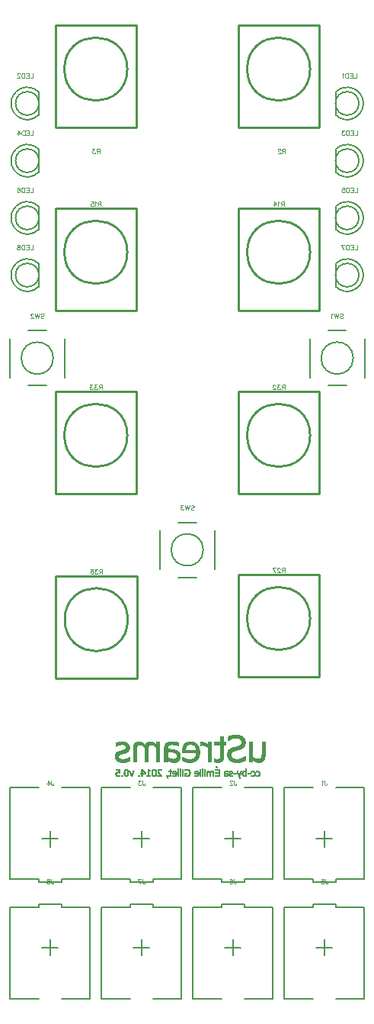
<source format=gbo>
G04 DipTrace 3.3.0.0*
G04 uStreams02.GBO*
%MOIN*%
G04 #@! TF.FileFunction,Legend,Bot*
G04 #@! TF.Part,Single*
%ADD10C,0.009843*%
%ADD12C,0.001*%
%ADD17C,0.008*%
%ADD19C,0.005984*%
%ADD25C,0.006*%
%ADD40C,0.005*%
%ADD116C,0.003088*%
%FSLAX26Y26*%
G04*
G70*
G90*
G75*
G01*
G04 BotSilk*
%LPD*%
X1752965Y1130879D2*
D25*
X1823000D1*
X1788000Y1165826D2*
Y1095882D1*
X1838015Y955996D2*
X1963000D1*
X1737985D2*
X1613000D1*
X1737985Y1356005D2*
X1613000D1*
X1838015D2*
X1963000D1*
Y955996D1*
X1613000D2*
Y1356005D1*
X1737985Y955996D2*
D19*
Y943521D1*
X1838015D1*
Y955996D1*
X1352965Y1130879D2*
D25*
X1423000D1*
X1388000Y1165826D2*
Y1095882D1*
X1438015Y955996D2*
X1563000D1*
X1337985D2*
X1213000D1*
X1337985Y1356005D2*
X1213000D1*
X1438015D2*
X1563000D1*
Y955996D1*
X1213000D2*
Y1356005D1*
X1337985Y955996D2*
D19*
Y943521D1*
X1438015D1*
Y955996D1*
X952965Y1130879D2*
D25*
X1023000D1*
X988000Y1165826D2*
Y1095882D1*
X1038015Y955996D2*
X1163000D1*
X937985D2*
X813000D1*
X937985Y1356005D2*
X813000D1*
X1038015D2*
X1163000D1*
Y955996D1*
X813000D2*
Y1356005D1*
X937985Y955996D2*
D19*
Y943521D1*
X1038015D1*
Y955996D1*
X552965Y1130879D2*
D25*
X623000D1*
X588000Y1165826D2*
Y1095882D1*
X638015Y955996D2*
X763000D1*
X537985D2*
X413000D1*
X537985Y1356005D2*
X413000D1*
X638015D2*
X763000D1*
Y955996D1*
X413000D2*
Y1356005D1*
X537985Y955996D2*
D19*
Y943521D1*
X638015D1*
Y955996D1*
X1823035Y657121D2*
D25*
X1753000D1*
X1788000Y622174D2*
Y692118D1*
X1737985Y832004D2*
X1613000D1*
X1838015D2*
X1963000D1*
X1838015Y431995D2*
X1963000D1*
X1737985D2*
X1613000D1*
Y832004D1*
X1963000D2*
Y431995D1*
X1838015Y832004D2*
D19*
Y844479D1*
X1737985D1*
Y832004D1*
X1423035Y657121D2*
D25*
X1353000D1*
X1388000Y622174D2*
Y692118D1*
X1337985Y832004D2*
X1213000D1*
X1438015D2*
X1563000D1*
X1438015Y431995D2*
X1563000D1*
X1337985D2*
X1213000D1*
Y832004D1*
X1563000D2*
Y431995D1*
X1438015Y832004D2*
D19*
Y844479D1*
X1337985D1*
Y832004D1*
X1023035Y657121D2*
D25*
X953000D1*
X988000Y622174D2*
Y692118D1*
X937985Y832004D2*
X813000D1*
X1038015D2*
X1163000D1*
X1038015Y431995D2*
X1163000D1*
X937985D2*
X813000D1*
Y832004D1*
X1163000D2*
Y431995D1*
X1038015Y832004D2*
D19*
Y844479D1*
X937985D1*
Y832004D1*
X623035Y657121D2*
D25*
X553000D1*
X588000Y622174D2*
Y692118D1*
X537985Y832004D2*
X413000D1*
X638015D2*
X763000D1*
X638015Y431995D2*
X763000D1*
X537985D2*
X413000D1*
Y832004D1*
X763000D2*
Y431995D1*
X638015Y832004D2*
D19*
Y844479D1*
X537985D1*
Y832004D1*
X1838001Y4293991D2*
D40*
G03X1838001Y4394009I49996J50009D01*
G01*
Y4293991D2*
Y4394009D1*
X1836819Y4344000D2*
G02X1836819Y4344000I51183J0D01*
G01*
X537999Y4394009D2*
G03X537999Y4293991I-49996J-50009D01*
G01*
Y4394009D2*
Y4293991D1*
X436816Y4344000D2*
G02X436816Y4344000I51183J0D01*
G01*
X1838001Y4043991D2*
G03X1838001Y4144009I49996J50009D01*
G01*
Y4043991D2*
Y4144009D1*
X1836819Y4094000D2*
G02X1836819Y4094000I51183J0D01*
G01*
X537999Y4144009D2*
G03X537999Y4043991I-49996J-50009D01*
G01*
Y4144009D2*
Y4043991D1*
X436816Y4094000D2*
G02X436816Y4094000I51183J0D01*
G01*
X1838001Y3793991D2*
G03X1838001Y3894009I49996J50009D01*
G01*
Y3793991D2*
Y3894009D1*
X1836819Y3844000D2*
G02X1836819Y3844000I51183J0D01*
G01*
X537999Y3894009D2*
G03X537999Y3793991I-49996J-50009D01*
G01*
Y3894009D2*
Y3793991D1*
X436816Y3844000D2*
G02X436816Y3844000I51183J0D01*
G01*
X1838001Y3543991D2*
G03X1838001Y3644009I49996J50009D01*
G01*
Y3543991D2*
Y3644009D1*
X1836819Y3594000D2*
G02X1836819Y3594000I51183J0D01*
G01*
X537999Y3644009D2*
G03X537999Y3543991I-49996J-50009D01*
G01*
Y3644009D2*
Y3543991D1*
X436816Y3594000D2*
G02X436816Y3594000I51183J0D01*
G01*
X1765134Y4684944D2*
D10*
X1410866D1*
Y4238067D1*
X1765134D1*
Y4684944D1*
X1450208Y4494003D2*
G02X1450208Y4494003I137768J0D01*
G01*
X965134Y4684944D2*
X610866D1*
Y4238067D1*
X965134D1*
Y4684944D1*
X650208Y4494003D2*
G02X650208Y4494003I137768J0D01*
G01*
X1765134Y3884944D2*
X1410866D1*
Y3438067D1*
X1765134D1*
Y3884944D1*
X1450208Y3694003D2*
G02X1450208Y3694003I137768J0D01*
G01*
X965134Y3884944D2*
X610866D1*
Y3438067D1*
X965134D1*
Y3884944D1*
X650208Y3694003D2*
G02X650208Y3694003I137768J0D01*
G01*
X1765134Y2284944D2*
X1410866D1*
Y1838067D1*
X1765134D1*
Y2284944D1*
X1450208Y2094003D2*
G02X1450208Y2094003I137768J0D01*
G01*
X1765134Y3084944D2*
X1410866D1*
Y2638067D1*
X1765134D1*
Y3084944D1*
X1450208Y2894003D2*
G02X1450208Y2894003I137768J0D01*
G01*
X965134Y3084944D2*
X610866D1*
Y2638067D1*
X965134D1*
Y3084944D1*
X650208Y2894003D2*
G02X650208Y2894003I137768J0D01*
G01*
X967134Y2279944D2*
X612866D1*
Y1833067D1*
X967134D1*
Y2279944D1*
X652208Y2089003D2*
G02X652208Y2089003I137768J0D01*
G01*
X1964252Y3316508D2*
D17*
Y3146492D1*
X1724247D2*
Y3316508D1*
X1883536Y3351488D2*
X1804257D1*
X1884721Y3111512D2*
X1804257D1*
X1774244Y3231500D2*
G02X1774244Y3231500I70006J0D01*
G01*
X411747Y3146492D2*
Y3316508D1*
X651752D2*
Y3146492D1*
X492463Y3111512D2*
X571742D1*
X491278Y3351488D2*
X571742D1*
X461744Y3231500D2*
G02X461744Y3231500I70006J0D01*
G01*
X1308002Y2479008D2*
Y2308992D1*
X1067998D2*
Y2479008D1*
X1227287Y2513988D2*
X1148008D1*
X1228471Y2274012D2*
X1148008D1*
X1117994Y2394000D2*
G02X1117994Y2394000I70006J0D01*
G01*
X1310740Y1448487D2*
D12*
X1315740D1*
X1311163Y1447987D2*
X1315930D1*
X1311539Y1447487D2*
X1316143D1*
X1311908Y1446987D2*
X1316360D1*
X1312302Y1446487D2*
X1316554D1*
X1312692Y1445987D2*
X1316729D1*
X1313049Y1445487D2*
X1316922D1*
X1313395Y1444987D2*
X1317141D1*
X1313740Y1444487D2*
X1317375D1*
X1314073Y1443987D2*
X1317619D1*
X1314421Y1443487D2*
X1317866D1*
X1314808Y1442987D2*
X1318116D1*
X1315194Y1442487D2*
X1318367D1*
X1315547Y1441987D2*
X1318630D1*
X1315889Y1441487D2*
X1318922D1*
X1316240Y1440987D2*
X1319240D1*
X1146240Y1437987D2*
X1149740D1*
X1156240D2*
X1159740D1*
X1252740D2*
X1256240D1*
X1443240D2*
X1446740D1*
X1146240Y1437487D2*
X1149740D1*
X1156240D2*
X1159740D1*
X1252740D2*
X1256240D1*
X1443240D2*
X1446740D1*
X918240Y1436987D2*
X922740D1*
X1039740D2*
X1044240D1*
X1064240D2*
X1069240D1*
X1146240D2*
X1149740D1*
X1156240D2*
X1159740D1*
X1182740D2*
X1188740D1*
X1252740D2*
X1256240D1*
X1443240D2*
X1446740D1*
X873740Y1436487D2*
X890740D1*
X917030D2*
X923873D1*
X986740D2*
X990740D1*
X1015240D2*
X1018240D1*
X1038530D2*
X1045373D1*
X1062858D2*
X1070927D1*
X1146240D2*
X1149740D1*
X1156240D2*
X1159740D1*
X1165740D2*
X1169740D1*
X1180858D2*
X1190202D1*
X1242240D2*
X1246240D1*
X1252740D2*
X1256240D1*
X1262240D2*
X1266240D1*
X1307740D2*
X1327240D1*
X1443240D2*
X1446740D1*
X873740Y1435987D2*
X890740D1*
X915970D2*
X924809D1*
X986740D2*
X991163D1*
X1015240D2*
X1018319D1*
X1037470D2*
X1046309D1*
X1061716D2*
X1072384D1*
X1146240D2*
X1149740D1*
X1156240D2*
X1159740D1*
X1165740D2*
X1169740D1*
X1179218D2*
X1191487D1*
X1242240D2*
X1246240D1*
X1252740D2*
X1256240D1*
X1262240D2*
X1266240D1*
X1307740D2*
X1327240D1*
X1443240D2*
X1446740D1*
X873740Y1435487D2*
X890740D1*
X915103D2*
X925549D1*
X986740D2*
X991539D1*
X1015240D2*
X1018463D1*
X1036603D2*
X1047049D1*
X1060801D2*
X1073467D1*
X1112740D2*
X1116740D1*
X1146240D2*
X1149740D1*
X1156240D2*
X1159740D1*
X1165740D2*
X1169740D1*
X1177824D2*
X1192613D1*
X1242240D2*
X1246240D1*
X1252740D2*
X1256240D1*
X1262240D2*
X1266240D1*
X1307740D2*
X1327240D1*
X1443240D2*
X1446740D1*
X873740Y1434987D2*
X890740D1*
X914419D2*
X926162D1*
X986740D2*
X991909D1*
X1015240D2*
X1018676D1*
X1035919D2*
X1047662D1*
X1060091D2*
X1074257D1*
X1112740D2*
X1116740D1*
X1146240D2*
X1149740D1*
X1156240D2*
X1159740D1*
X1165740D2*
X1169740D1*
X1176717D2*
X1193594D1*
X1242240D2*
X1246240D1*
X1252740D2*
X1256240D1*
X1262240D2*
X1266240D1*
X1307740D2*
X1327240D1*
X1443240D2*
X1446740D1*
X873740Y1434487D2*
X890740D1*
X913888D2*
X926708D1*
X986740D2*
X992322D1*
X1015240D2*
X1018970D1*
X1035388D2*
X1048208D1*
X1059564D2*
X1074510D1*
X1112740D2*
X1116740D1*
X1146240D2*
X1149740D1*
X1156240D2*
X1159740D1*
X1165740D2*
X1169740D1*
X1175850D2*
X1194417D1*
X1242240D2*
X1246240D1*
X1252740D2*
X1256240D1*
X1262240D2*
X1266240D1*
X1307740D2*
X1327240D1*
X1443240D2*
X1446740D1*
X873740Y1433987D2*
X890740D1*
X913470D2*
X927210D1*
X986740D2*
X992775D1*
X1015240D2*
X1019393D1*
X1034970D2*
X1048710D1*
X1059140D2*
X1074644D1*
X1112740D2*
X1116740D1*
X1146240D2*
X1149740D1*
X1156240D2*
X1159740D1*
X1165740D2*
X1169740D1*
X1175482D2*
X1195096D1*
X1242240D2*
X1246240D1*
X1252740D2*
X1256240D1*
X1262240D2*
X1266240D1*
X1307740D2*
X1327240D1*
X1443240D2*
X1446740D1*
X873740Y1433487D2*
X890740D1*
X913100D2*
X918338D1*
X922142D2*
X927651D1*
X986740D2*
X993254D1*
X1015240D2*
X1020056D1*
X1034600D2*
X1039838D1*
X1043642D2*
X1049151D1*
X1058762D2*
X1064763D1*
X1069200D2*
X1074703D1*
X1112740D2*
X1116740D1*
X1146240D2*
X1149740D1*
X1156240D2*
X1159740D1*
X1165740D2*
X1169740D1*
X1175352D2*
X1183420D1*
X1188623D2*
X1195681D1*
X1242240D2*
X1246240D1*
X1252740D2*
X1256240D1*
X1262240D2*
X1266240D1*
X1307740D2*
X1327240D1*
X1443240D2*
X1446740D1*
X886740Y1432987D2*
X890740D1*
X912747D2*
X917548D1*
X922934D2*
X928014D1*
X986740D2*
X993743D1*
X1015240D2*
X1021163D1*
X1034247D2*
X1039048D1*
X1044434D2*
X1049514D1*
X1058436D2*
X1063864D1*
X1070550D2*
X1074727D1*
X1112740D2*
X1116740D1*
X1146240D2*
X1149740D1*
X1156240D2*
X1159740D1*
X1165740D2*
X1169740D1*
X1175286D2*
X1181788D1*
X1189849D2*
X1196215D1*
X1242240D2*
X1246240D1*
X1252740D2*
X1256240D1*
X1262240D2*
X1266240D1*
X1307740D2*
X1327240D1*
X1443240D2*
X1446740D1*
X886740Y1432487D2*
X890740D1*
X912430D2*
X916898D1*
X923600D2*
X928306D1*
X986740D2*
X994223D1*
X1015240D2*
X1022805D1*
X1033930D2*
X1038398D1*
X1045100D2*
X1049806D1*
X1058163D2*
X1063133D1*
X1071708D2*
X1074735D1*
X1112740D2*
X1116740D1*
X1146240D2*
X1149740D1*
X1156240D2*
X1159740D1*
X1175257D2*
X1180399D1*
X1190877D2*
X1196712D1*
X1252740D2*
X1256240D1*
X1323740D2*
X1327240D1*
X1443240D2*
X1446740D1*
X886740Y1431987D2*
X890740D1*
X912160D2*
X916383D1*
X924161D2*
X928533D1*
X986740D2*
X994658D1*
X1015240D2*
X1024740D1*
X1033660D2*
X1037883D1*
X1045661D2*
X1050033D1*
X1057942D2*
X1062602D1*
X1072671D2*
X1074739D1*
X1112740D2*
X1116740D1*
X1146240D2*
X1149740D1*
X1156240D2*
X1159740D1*
X1175246D2*
X1179248D1*
X1191745D2*
X1197154D1*
X1252740D2*
X1256240D1*
X1323740D2*
X1327240D1*
X1443240D2*
X1446740D1*
X886740Y1431487D2*
X890740D1*
X911942D2*
X915987D1*
X924615D2*
X928720D1*
X986740D2*
X995037D1*
X1015240D2*
X1024740D1*
X1033442D2*
X1037487D1*
X1046115D2*
X1050220D1*
X1057759D2*
X1062214D1*
X1073491D2*
X1074740D1*
X1112740D2*
X1116740D1*
X1146240D2*
X1149740D1*
X1156240D2*
X1159740D1*
X1175242D2*
X1178302D1*
X1192472D2*
X1197534D1*
X1252740D2*
X1256240D1*
X1323740D2*
X1327240D1*
X1443240D2*
X1446740D1*
X886740Y1430987D2*
X890740D1*
X911759D2*
X915682D1*
X924944D2*
X928902D1*
X986740D2*
X990740D1*
X991721D2*
X995409D1*
X1015240D2*
X1024740D1*
X1033259D2*
X1037182D1*
X1046444D2*
X1050402D1*
X1057580D2*
X1061905D1*
X1074240D2*
X1074740D1*
X1112740D2*
X1116740D1*
X1146240D2*
X1149740D1*
X1156240D2*
X1159740D1*
X1175241D2*
X1177516D1*
X1193045D2*
X1197889D1*
X1252740D2*
X1256240D1*
X1323740D2*
X1327240D1*
X1443240D2*
X1446740D1*
X886740Y1430487D2*
X890740D1*
X911580D2*
X915450D1*
X925182D2*
X929074D1*
X986740D2*
X990740D1*
X992157D2*
X995822D1*
X1015240D2*
X1024740D1*
X1033080D2*
X1036950D1*
X1046682D2*
X1050574D1*
X1057426D2*
X1061649D1*
X1112740D2*
X1116740D1*
X1146240D2*
X1149740D1*
X1156240D2*
X1159740D1*
X1175240D2*
X1176852D1*
X1193489D2*
X1198236D1*
X1252740D2*
X1256240D1*
X1323740D2*
X1327240D1*
X1443240D2*
X1446740D1*
X886740Y1429987D2*
X890740D1*
X911424D2*
X915262D1*
X925385D2*
X929236D1*
X986740D2*
X990740D1*
X992537D2*
X996275D1*
X1015240D2*
X1024740D1*
X1032924D2*
X1036762D1*
X1046885D2*
X1050736D1*
X1057328D2*
X1061455D1*
X1112740D2*
X1116740D1*
X1146240D2*
X1149740D1*
X1156240D2*
X1159740D1*
X1175240D2*
X1176240D1*
X1193872D2*
X1198551D1*
X1252740D2*
X1256240D1*
X1323740D2*
X1327240D1*
X1443240D2*
X1446740D1*
X886740Y1429487D2*
X890740D1*
X911308D2*
X915081D1*
X925551D2*
X929406D1*
X986740D2*
X990740D1*
X992909D2*
X996752D1*
X1015240D2*
X1024740D1*
X1032808D2*
X1036581D1*
X1047051D2*
X1050906D1*
X1057278D2*
X1061340D1*
X1112740D2*
X1116740D1*
X1146240D2*
X1149740D1*
X1156240D2*
X1159740D1*
X1194230D2*
X1198820D1*
X1252740D2*
X1256240D1*
X1323740D2*
X1327240D1*
X1443240D2*
X1446740D1*
X886740Y1428987D2*
X890740D1*
X911194D2*
X914926D1*
X925670D2*
X929557D1*
X986740D2*
X990740D1*
X993322D2*
X997226D1*
X1015240D2*
X1018740D1*
X1032694D2*
X1036426D1*
X1047170D2*
X1051057D1*
X1057255D2*
X1061282D1*
X1112740D2*
X1116740D1*
X1128240D2*
X1132740D1*
X1146240D2*
X1149740D1*
X1156240D2*
X1159740D1*
X1194551D2*
X1199039D1*
X1224740D2*
X1229240D1*
X1252740D2*
X1256240D1*
X1277240D2*
X1280740D1*
X1290740D2*
X1294740D1*
X1323740D2*
X1327240D1*
X1354240D2*
X1360740D1*
X1374240D2*
X1379240D1*
X1433240D2*
X1437740D1*
X1443240D2*
X1446740D1*
X1471240D2*
X1476240D1*
X1491740D2*
X1496740D1*
X886740Y1428487D2*
X890740D1*
X911052D2*
X914828D1*
X925785D2*
X929653D1*
X932740D2*
X936740D1*
X950240D2*
X953740D1*
X986740D2*
X990740D1*
X993775D2*
X997659D1*
X1015240D2*
X1018740D1*
X1032552D2*
X1036328D1*
X1047285D2*
X1051153D1*
X1057246D2*
X1061256D1*
X1105740D2*
X1119240D1*
X1127030D2*
X1134123D1*
X1146240D2*
X1149740D1*
X1156240D2*
X1159740D1*
X1166240D2*
X1169740D1*
X1194837D2*
X1199222D1*
X1223530D2*
X1230623D1*
X1242740D2*
X1246240D1*
X1252740D2*
X1256240D1*
X1262740D2*
X1266240D1*
X1276279D2*
X1281873D1*
X1289838D2*
X1295644D1*
X1299740D2*
X1303240D1*
X1323740D2*
X1327240D1*
X1352800D2*
X1362236D1*
X1372650D2*
X1380544D1*
X1403740D2*
X1407740D1*
X1421240D2*
X1424740D1*
X1432321D2*
X1438721D1*
X1443240D2*
X1446740D1*
X1469743D2*
X1477563D1*
X1490243D2*
X1498063D1*
X886740Y1427987D2*
X890740D1*
X910914D2*
X914776D1*
X925928D2*
X929705D1*
X932930D2*
X936817D1*
X949932D2*
X953661D1*
X986740D2*
X990740D1*
X994252D2*
X998038D1*
X1015240D2*
X1018740D1*
X1032414D2*
X1036276D1*
X1047428D2*
X1051205D1*
X1057244D2*
X1061248D1*
X1105740D2*
X1119240D1*
X1125970D2*
X1135266D1*
X1146240D2*
X1149740D1*
X1156240D2*
X1159740D1*
X1166240D2*
X1169740D1*
X1195102D2*
X1199402D1*
X1222470D2*
X1231766D1*
X1242740D2*
X1246240D1*
X1252740D2*
X1256240D1*
X1262740D2*
X1266240D1*
X1275491D2*
X1282809D1*
X1289048D2*
X1296458D1*
X1299738D2*
X1303240D1*
X1323740D2*
X1327240D1*
X1351596D2*
X1363425D1*
X1371381D2*
X1381628D1*
X1403930D2*
X1407817D1*
X1420932D2*
X1424661D1*
X1431482D2*
X1439659D1*
X1443238D2*
X1446740D1*
X1468499D2*
X1478712D1*
X1488999D2*
X1499212D1*
X886740Y1427487D2*
X890740D1*
X910824D2*
X914735D1*
X926066D2*
X929745D1*
X933143D2*
X936943D1*
X949663D2*
X953519D1*
X986740D2*
X990740D1*
X994726D2*
X998409D1*
X1015240D2*
X1018740D1*
X1032324D2*
X1036235D1*
X1047566D2*
X1051245D1*
X1057260D2*
X1061262D1*
X1105740D2*
X1119240D1*
X1125103D2*
X1136199D1*
X1146240D2*
X1149740D1*
X1156240D2*
X1159740D1*
X1166240D2*
X1169740D1*
X1195343D2*
X1199574D1*
X1221603D2*
X1232699D1*
X1242740D2*
X1246240D1*
X1252740D2*
X1256240D1*
X1262740D2*
X1266240D1*
X1274848D2*
X1283549D1*
X1288398D2*
X1297227D1*
X1299719D2*
X1303240D1*
X1323740D2*
X1327240D1*
X1350656D2*
X1363921D1*
X1370403D2*
X1382463D1*
X1404143D2*
X1407943D1*
X1420663D2*
X1424519D1*
X1430759D2*
X1440558D1*
X1443219D2*
X1446740D1*
X1467491D2*
X1479666D1*
X1487991D2*
X1500166D1*
X886740Y1426987D2*
X890740D1*
X910776D2*
X914662D1*
X926157D2*
X929818D1*
X933360D2*
X937090D1*
X949443D2*
X953326D1*
X986740D2*
X990740D1*
X995159D2*
X998822D1*
X1015240D2*
X1018740D1*
X1032276D2*
X1036162D1*
X1047657D2*
X1051318D1*
X1057324D2*
X1061324D1*
X1105740D2*
X1119240D1*
X1124419D2*
X1136973D1*
X1146240D2*
X1149740D1*
X1156240D2*
X1159740D1*
X1166240D2*
X1169740D1*
X1195548D2*
X1199736D1*
X1220919D2*
X1233473D1*
X1242740D2*
X1246240D1*
X1252740D2*
X1256240D1*
X1262740D2*
X1266240D1*
X1274301D2*
X1284164D1*
X1287879D2*
X1298087D1*
X1299642D2*
X1303240D1*
X1323740D2*
X1327240D1*
X1349940D2*
X1364093D1*
X1370001D2*
X1383124D1*
X1404360D2*
X1408090D1*
X1420443D2*
X1424326D1*
X1430169D2*
X1441506D1*
X1443142D2*
X1446740D1*
X1467041D2*
X1480457D1*
X1487541D2*
X1500957D1*
X886740Y1426487D2*
X890740D1*
X910752D2*
X914539D1*
X926204D2*
X929941D1*
X933554D2*
X937242D1*
X949259D2*
X953117D1*
X986740D2*
X990740D1*
X995538D2*
X999275D1*
X1015240D2*
X1018740D1*
X1032252D2*
X1036039D1*
X1047704D2*
X1051441D1*
X1057443D2*
X1061445D1*
X1105740D2*
X1119240D1*
X1123888D2*
X1137619D1*
X1146240D2*
X1149740D1*
X1156240D2*
X1159740D1*
X1166240D2*
X1169740D1*
X1195725D2*
X1199906D1*
X1220388D2*
X1234119D1*
X1242740D2*
X1246240D1*
X1252740D2*
X1256240D1*
X1262740D2*
X1266240D1*
X1273841D2*
X1284731D1*
X1287444D2*
X1299114D1*
X1299471D2*
X1303240D1*
X1323740D2*
X1327240D1*
X1349398D2*
X1364180D1*
X1369861D2*
X1383676D1*
X1404554D2*
X1408244D1*
X1420259D2*
X1424117D1*
X1429677D2*
X1442582D1*
X1442971D2*
X1446740D1*
X1466880D2*
X1481112D1*
X1487380D2*
X1501612D1*
X886740Y1425987D2*
X890740D1*
X910726D2*
X914410D1*
X926226D2*
X930071D1*
X933727D2*
X937410D1*
X949078D2*
X952925D1*
X986740D2*
X990740D1*
X995909D2*
X999754D1*
X1015240D2*
X1018740D1*
X1032226D2*
X1035910D1*
X1047726D2*
X1051571D1*
X1057573D2*
X1061591D1*
X1105740D2*
X1119240D1*
X1123470D2*
X1138172D1*
X1146240D2*
X1149740D1*
X1156240D2*
X1159740D1*
X1166240D2*
X1169740D1*
X1195902D2*
X1200057D1*
X1219970D2*
X1234672D1*
X1242740D2*
X1246240D1*
X1252740D2*
X1256240D1*
X1262740D2*
X1266240D1*
X1273470D2*
X1285328D1*
X1286983D2*
X1303240D1*
X1323740D2*
X1327240D1*
X1348992D2*
X1364218D1*
X1369789D2*
X1384139D1*
X1404729D2*
X1408427D1*
X1420078D2*
X1423925D1*
X1429221D2*
X1446740D1*
X1466798D2*
X1481669D1*
X1487298D2*
X1502169D1*
X886740Y1425487D2*
X890740D1*
X910659D2*
X914322D1*
X926235D2*
X930158D1*
X933905D2*
X937577D1*
X948906D2*
X952753D1*
X986740D2*
X990740D1*
X996322D2*
X1000243D1*
X1015240D2*
X1018740D1*
X1032159D2*
X1035822D1*
X1047735D2*
X1051658D1*
X1057678D2*
X1061744D1*
X1105740D2*
X1119240D1*
X1123102D2*
X1128937D1*
X1133219D2*
X1138636D1*
X1146240D2*
X1149740D1*
X1156240D2*
X1159740D1*
X1166240D2*
X1169740D1*
X1196055D2*
X1200155D1*
X1219602D2*
X1225437D1*
X1229719D2*
X1235136D1*
X1242740D2*
X1246240D1*
X1252740D2*
X1256240D1*
X1262740D2*
X1266240D1*
X1273178D2*
X1286006D1*
X1286401D2*
X1303240D1*
X1323740D2*
X1327240D1*
X1348684D2*
X1354263D1*
X1360148D2*
X1364232D1*
X1369759D2*
X1374338D1*
X1379200D2*
X1384510D1*
X1404922D2*
X1408641D1*
X1419906D2*
X1423751D1*
X1428807D2*
X1446740D1*
X1466762D2*
X1471840D1*
X1475621D2*
X1482135D1*
X1487262D2*
X1492340D1*
X1496121D2*
X1502635D1*
X886740Y1424987D2*
X890740D1*
X910538D2*
X914275D1*
X926238D2*
X930205D1*
X934075D2*
X937739D1*
X948745D2*
X952576D1*
X986740D2*
X990740D1*
X996775D2*
X1000723D1*
X1015240D2*
X1018740D1*
X1032038D2*
X1035775D1*
X1047738D2*
X1051705D1*
X1057788D2*
X1061927D1*
X1112740D2*
X1116740D1*
X1122764D2*
X1127854D1*
X1134136D2*
X1139011D1*
X1146240D2*
X1149740D1*
X1156240D2*
X1159740D1*
X1166240D2*
X1169740D1*
X1196155D2*
X1200223D1*
X1219264D2*
X1224354D1*
X1230636D2*
X1235511D1*
X1242740D2*
X1246240D1*
X1252740D2*
X1256240D1*
X1262740D2*
X1266240D1*
X1272965D2*
X1278357D1*
X1281563D2*
X1291857D1*
X1295121D2*
X1303240D1*
X1323740D2*
X1327240D1*
X1348450D2*
X1353366D1*
X1361973D2*
X1364238D1*
X1369747D2*
X1373044D1*
X1380050D2*
X1384804D1*
X1405139D2*
X1408858D1*
X1419743D2*
X1423558D1*
X1428457D2*
X1434338D1*
X1438200D2*
X1446740D1*
X1466748D2*
X1470567D1*
X1476828D2*
X1482510D1*
X1487248D2*
X1491066D1*
X1497328D2*
X1503010D1*
X880740Y1424487D2*
X890740D1*
X910409D2*
X914254D1*
X926240D2*
X930226D1*
X934238D2*
X937926D1*
X948573D2*
X952405D1*
X986740D2*
X990740D1*
X997254D2*
X1001158D1*
X1015240D2*
X1018740D1*
X1031909D2*
X1035754D1*
X1047740D2*
X1051726D1*
X1057931D2*
X1062143D1*
X1112740D2*
X1116740D1*
X1122494D2*
X1127036D1*
X1134930D2*
X1139321D1*
X1146240D2*
X1149740D1*
X1156240D2*
X1159740D1*
X1166240D2*
X1169740D1*
X1196222D2*
X1200309D1*
X1218994D2*
X1223536D1*
X1231430D2*
X1235821D1*
X1242740D2*
X1246240D1*
X1252740D2*
X1256240D1*
X1262740D2*
X1266240D1*
X1272825D2*
X1277631D1*
X1282712D2*
X1291131D1*
X1296332D2*
X1303240D1*
X1323740D2*
X1327240D1*
X1348262D2*
X1352651D1*
X1363740D2*
X1364240D1*
X1369742D2*
X1371865D1*
X1380708D2*
X1385033D1*
X1405358D2*
X1409054D1*
X1419555D2*
X1423342D1*
X1428171D2*
X1433548D1*
X1439550D2*
X1446740D1*
X1466743D2*
X1469476D1*
X1477775D2*
X1482821D1*
X1487243D2*
X1489962D1*
X1498275D2*
X1503321D1*
X879300Y1423987D2*
X890740D1*
X910322D2*
X914245D1*
X926240D2*
X930235D1*
X934425D2*
X938140D1*
X948404D2*
X952242D1*
X986740D2*
X990740D1*
X997743D2*
X1001537D1*
X1015240D2*
X1018740D1*
X1031822D2*
X1035745D1*
X1047740D2*
X1051735D1*
X1058086D2*
X1062376D1*
X1112740D2*
X1116740D1*
X1122282D2*
X1126440D1*
X1135582D2*
X1139598D1*
X1146240D2*
X1149740D1*
X1156240D2*
X1159740D1*
X1166240D2*
X1169740D1*
X1196309D2*
X1200438D1*
X1218782D2*
X1222940D1*
X1232082D2*
X1236098D1*
X1242740D2*
X1246240D1*
X1252740D2*
X1256240D1*
X1262740D2*
X1266240D1*
X1272700D2*
X1277103D1*
X1283664D2*
X1290603D1*
X1297312D2*
X1303240D1*
X1309240D2*
X1327240D1*
X1348081D2*
X1352098D1*
X1369740D2*
X1370740D1*
X1381165D2*
X1385219D1*
X1405554D2*
X1409227D1*
X1419340D2*
X1423123D1*
X1427946D2*
X1432898D1*
X1440706D2*
X1446740D1*
X1466741D2*
X1468562D1*
X1478461D2*
X1483098D1*
X1487241D2*
X1489005D1*
X1498961D2*
X1503598D1*
X878096Y1423487D2*
X890740D1*
X910275D2*
X914242D1*
X926240D2*
X930238D1*
X934640D2*
X938358D1*
X948244D2*
X952055D1*
X986740D2*
X990740D1*
X998223D2*
X1001909D1*
X1015240D2*
X1018740D1*
X1031775D2*
X1035742D1*
X1047740D2*
X1051738D1*
X1058242D2*
X1062619D1*
X1112740D2*
X1116740D1*
X1122087D2*
X1126009D1*
X1136098D2*
X1139859D1*
X1146240D2*
X1149740D1*
X1156240D2*
X1159740D1*
X1166240D2*
X1169740D1*
X1196438D2*
X1200569D1*
X1218587D2*
X1222509D1*
X1232598D2*
X1236359D1*
X1242740D2*
X1246240D1*
X1252740D2*
X1256240D1*
X1262740D2*
X1266240D1*
X1272554D2*
X1276733D1*
X1284435D2*
X1290233D1*
X1298106D2*
X1303240D1*
X1309240D2*
X1327240D1*
X1347926D2*
X1351836D1*
X1381507D2*
X1385400D1*
X1405729D2*
X1409404D1*
X1419122D2*
X1422927D1*
X1427760D2*
X1432383D1*
X1441644D2*
X1446740D1*
X1466740D2*
X1467740D1*
X1478956D2*
X1483359D1*
X1487240D2*
X1488117D1*
X1499456D2*
X1503859D1*
X877154Y1422987D2*
X890740D1*
X910254D2*
X914241D1*
X926240D2*
X930240D1*
X934858D2*
X938554D1*
X948072D2*
X951840D1*
X986740D2*
X990740D1*
X998658D2*
X1002322D1*
X1015240D2*
X1018740D1*
X1031754D2*
X1035741D1*
X1047740D2*
X1051740D1*
X1058429D2*
X1062868D1*
X1112740D2*
X1116740D1*
X1121910D2*
X1125690D1*
X1136494D2*
X1140111D1*
X1146240D2*
X1149740D1*
X1156240D2*
X1159740D1*
X1166240D2*
X1169740D1*
X1196569D2*
X1200658D1*
X1218410D2*
X1222190D1*
X1232994D2*
X1236611D1*
X1242740D2*
X1246240D1*
X1252740D2*
X1256240D1*
X1262740D2*
X1266240D1*
X1272415D2*
X1276486D1*
X1285010D2*
X1289988D1*
X1298759D2*
X1303240D1*
X1309240D2*
X1327240D1*
X1347828D2*
X1351612D1*
X1381627D2*
X1385554D1*
X1405922D2*
X1409575D1*
X1418927D2*
X1422753D1*
X1427580D2*
X1431987D1*
X1442352D2*
X1446740D1*
X1479357D2*
X1483611D1*
X1487240D2*
D3*
X1499857D2*
X1504111D1*
X876422Y1422487D2*
X890740D1*
X910245D2*
X914240D1*
X926240D2*
X930240D1*
X935054D2*
X938727D1*
X947904D2*
X951622D1*
X986740D2*
X990740D1*
X999037D2*
X1002775D1*
X1015240D2*
X1018740D1*
X1031745D2*
X1035740D1*
X1047740D2*
X1051740D1*
X1058660D2*
X1063135D1*
X1112740D2*
X1116740D1*
X1121746D2*
X1125452D1*
X1136798D2*
X1140347D1*
X1146240D2*
X1149740D1*
X1156240D2*
X1159740D1*
X1166240D2*
X1169740D1*
X1196658D2*
X1200705D1*
X1218246D2*
X1221952D1*
X1233298D2*
X1236847D1*
X1242740D2*
X1246240D1*
X1252740D2*
X1256240D1*
X1262740D2*
X1266240D1*
X1272324D2*
X1276332D1*
X1285445D2*
X1289852D1*
X1299306D2*
X1303240D1*
X1309240D2*
X1327240D1*
X1347778D2*
X1351438D1*
X1381690D2*
X1385650D1*
X1406139D2*
X1409738D1*
X1418753D2*
X1422576D1*
X1427426D2*
X1431682D1*
X1442887D2*
X1446740D1*
X1479708D2*
X1483845D1*
X1500208D2*
X1504345D1*
X875832Y1421987D2*
X890740D1*
X910242D2*
X914240D1*
X926240D2*
X930240D1*
X935227D2*
X938904D1*
X947742D2*
X951427D1*
X986740D2*
X990740D1*
X999409D2*
X1003252D1*
X1015240D2*
X1018740D1*
X1031742D2*
X1035740D1*
X1047740D2*
X1051740D1*
X1058941D2*
X1063448D1*
X1112740D2*
X1116740D1*
X1121575D2*
X1125263D1*
X1137031D2*
X1140549D1*
X1146240D2*
X1149740D1*
X1156240D2*
X1159740D1*
X1166240D2*
X1169740D1*
X1196705D2*
X1200726D1*
X1218075D2*
X1221763D1*
X1233531D2*
X1237049D1*
X1242740D2*
X1246240D1*
X1252740D2*
X1256240D1*
X1262740D2*
X1266240D1*
X1272276D2*
X1276203D1*
X1285598D2*
X1289786D1*
X1299527D2*
X1303240D1*
X1309240D2*
X1327240D1*
X1347755D2*
X1351332D1*
X1381700D2*
X1385683D1*
X1406358D2*
X1409925D1*
X1418576D2*
X1422405D1*
X1427326D2*
X1431450D1*
X1443070D2*
X1446740D1*
X1479983D2*
X1484032D1*
X1500483D2*
X1504532D1*
X875353Y1421487D2*
X890740D1*
X910241D2*
X914240D1*
X926240D2*
X930240D1*
X935404D2*
X939075D1*
X947555D2*
X951253D1*
X986740D2*
X990740D1*
X999822D2*
X1003724D1*
X1015240D2*
X1018740D1*
X1031741D2*
X1035740D1*
X1047740D2*
X1051740D1*
X1059259D2*
X1063818D1*
X1112740D2*
X1116740D1*
X1121424D2*
X1125081D1*
X1137219D2*
X1140726D1*
X1146240D2*
X1149740D1*
X1156240D2*
X1159740D1*
X1166240D2*
X1169740D1*
X1196726D2*
X1200735D1*
X1217924D2*
X1221581D1*
X1233719D2*
X1237226D1*
X1242740D2*
X1246240D1*
X1252740D2*
X1256240D1*
X1262740D2*
X1266240D1*
X1272254D2*
X1276055D1*
X1285680D2*
X1289758D1*
X1299648D2*
X1303240D1*
X1309240D2*
X1327240D1*
X1347746D2*
X1351276D1*
X1381626D2*
X1385642D1*
X1406554D2*
X1410140D1*
X1418405D2*
X1422242D1*
X1427258D2*
X1431262D1*
X1443168D2*
X1446740D1*
X1480197D2*
X1484162D1*
X1500697D2*
X1504662D1*
X874973Y1420987D2*
X881859D1*
X887740D2*
X890740D1*
X910240D2*
X914240D1*
X926240D2*
X930240D1*
X935575D2*
X939236D1*
X947340D2*
X951076D1*
X986740D2*
X990740D1*
X1000275D2*
X1004137D1*
X1015240D2*
X1018740D1*
X1031740D2*
X1035740D1*
X1047740D2*
X1051740D1*
X1059580D2*
X1064198D1*
X1112740D2*
X1116740D1*
X1121327D2*
X1124926D1*
X1137400D2*
X1140902D1*
X1146240D2*
X1149740D1*
X1156240D2*
X1159740D1*
X1166240D2*
X1169740D1*
X1196735D2*
X1200738D1*
X1217827D2*
X1221426D1*
X1233900D2*
X1237402D1*
X1242740D2*
X1246240D1*
X1252740D2*
X1256240D1*
X1262740D2*
X1266240D1*
X1272245D2*
X1275915D1*
X1285717D2*
X1289747D1*
X1299704D2*
X1303240D1*
X1309240D2*
X1327240D1*
X1347742D2*
X1351240D1*
X1381470D2*
X1385530D1*
X1406729D2*
X1410358D1*
X1418242D2*
X1422055D1*
X1427172D2*
X1431081D1*
X1443212D2*
X1446740D1*
X1480391D2*
X1484282D1*
X1500891D2*
X1504782D1*
X874660Y1420487D2*
X880653D1*
X890240D2*
X890740D1*
X910240D2*
X914240D1*
X926240D2*
X930240D1*
X935738D2*
X939408D1*
X947122D2*
X950905D1*
X986740D2*
X990740D1*
X1000754D2*
X1004433D1*
X1015240D2*
X1018740D1*
X1031740D2*
X1035740D1*
X1047740D2*
X1051740D1*
X1059924D2*
X1064553D1*
X1112740D2*
X1116740D1*
X1121277D2*
X1124828D1*
X1137554D2*
X1141055D1*
X1146240D2*
X1149740D1*
X1156240D2*
X1159740D1*
X1166240D2*
X1169740D1*
X1175240D2*
X1186240D1*
X1196738D2*
X1200740D1*
X1217777D2*
X1221328D1*
X1234054D2*
X1237555D1*
X1242740D2*
X1246240D1*
X1252740D2*
X1256240D1*
X1262740D2*
X1266240D1*
X1272242D2*
X1275824D1*
X1285731D2*
X1289742D1*
X1299727D2*
X1303240D1*
X1309240D2*
X1327240D1*
X1347741D2*
X1354574D1*
X1380986D2*
X1385387D1*
X1389240D2*
X1401240D1*
X1406922D2*
X1410554D1*
X1418055D2*
X1421840D1*
X1427043D2*
X1430926D1*
X1443230D2*
X1446740D1*
X1451740D2*
X1463740D1*
X1480553D2*
X1484427D1*
X1501053D2*
X1504927D1*
X874384Y1419987D2*
X879706D1*
X910240D2*
X914240D1*
X926240D2*
X930240D1*
X935925D2*
X939576D1*
X946927D2*
X950742D1*
X986740D2*
X990740D1*
X1001245D2*
X1004601D1*
X1015240D2*
X1018740D1*
X1031740D2*
X1035740D1*
X1047740D2*
X1051740D1*
X1060308D2*
X1064915D1*
X1112740D2*
X1116740D1*
X1121255D2*
X1124777D1*
X1137653D2*
X1141153D1*
X1146240D2*
X1149740D1*
X1156240D2*
X1159740D1*
X1166240D2*
X1169740D1*
X1175240D2*
X1186240D1*
X1196738D2*
X1200740D1*
X1217755D2*
X1221277D1*
X1234153D2*
X1237653D1*
X1242740D2*
X1246240D1*
X1252740D2*
X1256240D1*
X1262740D2*
X1266240D1*
X1272241D2*
X1275776D1*
X1285737D2*
X1289741D1*
X1299735D2*
X1303240D1*
X1323740D2*
X1327240D1*
X1347740D2*
X1357433D1*
X1380233D2*
X1385236D1*
X1389240D2*
X1401240D1*
X1407139D2*
X1410727D1*
X1417840D2*
X1421622D1*
X1426911D2*
X1430828D1*
X1443237D2*
X1446740D1*
X1451740D2*
X1463740D1*
X1480671D2*
X1484565D1*
X1501171D2*
X1505065D1*
X874141Y1419487D2*
X879021D1*
X910240D2*
X914240D1*
X926240D2*
X930240D1*
X936140D2*
X939736D1*
X946753D2*
X950555D1*
X986740D2*
X990740D1*
X1001742D2*
X1004683D1*
X1015240D2*
X1018740D1*
X1031740D2*
X1035740D1*
X1047740D2*
X1051740D1*
X1060694D2*
X1065324D1*
X1112740D2*
X1116740D1*
X1121246D2*
X1124754D1*
X1137706D2*
X1141203D1*
X1146240D2*
X1149740D1*
X1156240D2*
X1159740D1*
X1166240D2*
X1169740D1*
X1175240D2*
X1186240D1*
X1196720D2*
X1200738D1*
X1217746D2*
X1221254D1*
X1234206D2*
X1237703D1*
X1242740D2*
X1246240D1*
X1252740D2*
X1256240D1*
X1262740D2*
X1266240D1*
X1272240D2*
X1275754D1*
X1285739D2*
X1289740D1*
X1299739D2*
X1303240D1*
X1323740D2*
X1327240D1*
X1347740D2*
X1359622D1*
X1379086D2*
X1385051D1*
X1389240D2*
X1401240D1*
X1407358D2*
X1410904D1*
X1417622D2*
X1421427D1*
X1426822D2*
X1430778D1*
X1443239D2*
X1446740D1*
X1451740D2*
X1463740D1*
X1480786D2*
X1484656D1*
X1501286D2*
X1505156D1*
X873950Y1418987D2*
X878542D1*
X910240D2*
X914240D1*
X926240D2*
X930240D1*
X936358D2*
X939908D1*
X946576D2*
X950340D1*
X983240D2*
X1004718D1*
X1015240D2*
X1018740D1*
X1031740D2*
X1035740D1*
X1047740D2*
X1051740D1*
X1061052D2*
X1065774D1*
X1112740D2*
X1116740D1*
X1121242D2*
X1141225D1*
X1146240D2*
X1149740D1*
X1156240D2*
X1159740D1*
X1166240D2*
X1169740D1*
X1175240D2*
X1186240D1*
X1196657D2*
X1200721D1*
X1217742D2*
X1237725D1*
X1242740D2*
X1246240D1*
X1252740D2*
X1256240D1*
X1262740D2*
X1266240D1*
X1272240D2*
X1275745D1*
X1285740D2*
X1289740D1*
X1299740D2*
X1303240D1*
X1323740D2*
X1327240D1*
X1347740D2*
X1361233D1*
X1377549D2*
X1384818D1*
X1389240D2*
X1401240D1*
X1407554D2*
X1411075D1*
X1417427D2*
X1421253D1*
X1426776D2*
X1430755D1*
X1443240D2*
X1446740D1*
X1451740D2*
X1463740D1*
X1480928D2*
X1484704D1*
X1501428D2*
X1505204D1*
X873819Y1418487D2*
X878187D1*
X910240D2*
X914240D1*
X926240D2*
X930240D1*
X936554D2*
X940076D1*
X946405D2*
X950122D1*
X983240D2*
X1004732D1*
X1015240D2*
X1018740D1*
X1031740D2*
X1035740D1*
X1047740D2*
X1051740D1*
X1061414D2*
X1066235D1*
X1112740D2*
X1116740D1*
X1121241D2*
X1141235D1*
X1146240D2*
X1149740D1*
X1156240D2*
X1159740D1*
X1166240D2*
X1169740D1*
X1175240D2*
X1186240D1*
X1196537D2*
X1200657D1*
X1217741D2*
X1237735D1*
X1242740D2*
X1246240D1*
X1252740D2*
X1256240D1*
X1262740D2*
X1266240D1*
X1272240D2*
X1275742D1*
X1285740D2*
X1289740D1*
X1299740D2*
X1303240D1*
X1323740D2*
X1327240D1*
X1347740D2*
X1362440D1*
X1375816D2*
X1384519D1*
X1389240D2*
X1401240D1*
X1407727D2*
X1411236D1*
X1417253D2*
X1421076D1*
X1426754D2*
X1430746D1*
X1443240D2*
X1446740D1*
X1451740D2*
X1463740D1*
X1481066D2*
X1484726D1*
X1501566D2*
X1505226D1*
X873698Y1417987D2*
X877894D1*
X910242D2*
X914240D1*
X926240D2*
X930240D1*
X936727D2*
X940236D1*
X946244D2*
X949927D1*
X983240D2*
X1004737D1*
X1015240D2*
X1018740D1*
X1031742D2*
X1035740D1*
X1047740D2*
X1051740D1*
X1061824D2*
X1066662D1*
X1112740D2*
X1116740D1*
X1121240D2*
X1141238D1*
X1146240D2*
X1149740D1*
X1156240D2*
X1159740D1*
X1166240D2*
X1169740D1*
X1175240D2*
X1186240D1*
X1196409D2*
X1200537D1*
X1217740D2*
X1237738D1*
X1242740D2*
X1246240D1*
X1252740D2*
X1256240D1*
X1262740D2*
X1266240D1*
X1272240D2*
X1275741D1*
X1285740D2*
X1289740D1*
X1299740D2*
X1303240D1*
X1323740D2*
X1327240D1*
X1347740D2*
X1363357D1*
X1374167D2*
X1384136D1*
X1389240D2*
X1401240D1*
X1407904D2*
X1411408D1*
X1417076D2*
X1420905D1*
X1426745D2*
X1430742D1*
X1443240D2*
X1446740D1*
X1451740D2*
X1463740D1*
X1481157D2*
X1484735D1*
X1501657D2*
X1505235D1*
X873553Y1417487D2*
X877645D1*
X910260D2*
X914240D1*
X926240D2*
X930240D1*
X936904D2*
X940408D1*
X946073D2*
X949753D1*
X983240D2*
X1004739D1*
X1015240D2*
X1018740D1*
X1031760D2*
X1035740D1*
X1047740D2*
X1051740D1*
X1062276D2*
X1067039D1*
X1112740D2*
X1116740D1*
X1121240D2*
X1141239D1*
X1146240D2*
X1149740D1*
X1156240D2*
X1159740D1*
X1166240D2*
X1169740D1*
X1175240D2*
X1186240D1*
X1196320D2*
X1200409D1*
X1217740D2*
X1237739D1*
X1242740D2*
X1246240D1*
X1252740D2*
X1256240D1*
X1262740D2*
X1266240D1*
X1272240D2*
X1275740D1*
X1285740D2*
X1289740D1*
X1299740D2*
X1303240D1*
X1323740D2*
X1327240D1*
X1347740D2*
X1364055D1*
X1372793D2*
X1383674D1*
X1389240D2*
X1401240D1*
X1408075D2*
X1411576D1*
X1416905D2*
X1420742D1*
X1426742D2*
X1430741D1*
X1443240D2*
X1446740D1*
X1451740D2*
X1463740D1*
X1481204D2*
X1484738D1*
X1501704D2*
X1505238D1*
X873415Y1416987D2*
X877454D1*
X910323D2*
X914242D1*
X926240D2*
X930238D1*
X937075D2*
X940576D1*
X945904D2*
X949576D1*
X983240D2*
X1004740D1*
X1015240D2*
X1018740D1*
X1031823D2*
X1035742D1*
X1047740D2*
X1051738D1*
X1062754D2*
X1067410D1*
X1112740D2*
X1116740D1*
X1121240D2*
X1141240D1*
X1146240D2*
X1149740D1*
X1156240D2*
X1159740D1*
X1166240D2*
X1169740D1*
X1175240D2*
X1186240D1*
X1196256D2*
X1200322D1*
X1217740D2*
X1237740D1*
X1242740D2*
X1246240D1*
X1252740D2*
X1256240D1*
X1262740D2*
X1266240D1*
X1272240D2*
X1275740D1*
X1285740D2*
X1289740D1*
X1299740D2*
X1303240D1*
X1323740D2*
X1327240D1*
X1347740D2*
X1351240D1*
X1353901D2*
X1364588D1*
X1371748D2*
X1383095D1*
X1389240D2*
X1401240D1*
X1408238D2*
X1411738D1*
X1416744D2*
X1420555D1*
X1426741D2*
X1430740D1*
X1443240D2*
X1446740D1*
X1451740D2*
X1463740D1*
X1481226D2*
X1484740D1*
X1501726D2*
X1505240D1*
X873324Y1416487D2*
X877339D1*
X910443D2*
X914260D1*
X926240D2*
X930221D1*
X937238D2*
X940738D1*
X945744D2*
X949405D1*
X983240D2*
X1004740D1*
X1015240D2*
X1018740D1*
X1031943D2*
X1035760D1*
X1047740D2*
X1051721D1*
X1063245D2*
X1067822D1*
X1112740D2*
X1116740D1*
X1121240D2*
X1141240D1*
X1146240D2*
X1149740D1*
X1156240D2*
X1159740D1*
X1166240D2*
X1169740D1*
X1175240D2*
X1178740D1*
X1196171D2*
X1200273D1*
X1217740D2*
X1237740D1*
X1242740D2*
X1246240D1*
X1252740D2*
X1256240D1*
X1262740D2*
X1266240D1*
X1272240D2*
X1275740D1*
X1285740D2*
X1289740D1*
X1299740D2*
X1303240D1*
X1323740D2*
X1327240D1*
X1347740D2*
X1351240D1*
X1356592D2*
X1364992D1*
X1370979D2*
X1382300D1*
X1408425D2*
X1411926D1*
X1416573D2*
X1420340D1*
X1426740D2*
X1430740D1*
X1443240D2*
X1446740D1*
X1481233D2*
X1484740D1*
X1501733D2*
X1505240D1*
X873276Y1415987D2*
X877282D1*
X910571D2*
X914323D1*
X926240D2*
X930157D1*
X937425D2*
X940926D1*
X945572D2*
X949242D1*
X983240D2*
X1004740D1*
X1015240D2*
X1018740D1*
X1032071D2*
X1035823D1*
X1047740D2*
X1051657D1*
X1063742D2*
X1068275D1*
X1112740D2*
X1116740D1*
X1137740D2*
X1141240D1*
X1146240D2*
X1149740D1*
X1156240D2*
X1159740D1*
X1166240D2*
X1169740D1*
X1175240D2*
X1178740D1*
X1196040D2*
X1200235D1*
X1234240D2*
X1237740D1*
X1242740D2*
X1246240D1*
X1252740D2*
X1256240D1*
X1262740D2*
X1266240D1*
X1272240D2*
X1275740D1*
X1285740D2*
X1289740D1*
X1299740D2*
X1303240D1*
X1323740D2*
X1327240D1*
X1347740D2*
X1351240D1*
X1358605D2*
X1365315D1*
X1370413D2*
X1381189D1*
X1408640D2*
X1412140D1*
X1416404D2*
X1420122D1*
X1426742D2*
X1430740D1*
X1443240D2*
X1446740D1*
X1481219D2*
X1484740D1*
X1501719D2*
X1505240D1*
X873254Y1415487D2*
X877256D1*
X910659D2*
X914443D1*
X926238D2*
X930037D1*
X937640D2*
X941140D1*
X945404D2*
X949055D1*
X986740D2*
X990740D1*
X1015240D2*
X1018740D1*
X1032159D2*
X1035943D1*
X1047738D2*
X1051537D1*
X1064241D2*
X1068754D1*
X1112740D2*
X1116740D1*
X1137738D2*
X1141240D1*
X1146240D2*
X1149740D1*
X1156240D2*
X1159740D1*
X1166240D2*
X1169740D1*
X1175240D2*
X1178740D1*
X1195891D2*
X1200162D1*
X1234238D2*
X1237740D1*
X1242740D2*
X1246240D1*
X1252740D2*
X1256240D1*
X1262740D2*
X1266240D1*
X1272240D2*
X1275740D1*
X1285740D2*
X1289740D1*
X1299740D2*
X1303240D1*
X1323740D2*
X1327240D1*
X1347740D2*
X1351240D1*
X1359981D2*
X1365594D1*
X1369998D2*
X1379759D1*
X1408858D2*
X1412358D1*
X1416242D2*
X1419927D1*
X1426760D2*
X1430740D1*
X1443240D2*
X1446740D1*
X1481156D2*
X1484740D1*
X1501656D2*
X1505240D1*
X873245Y1414987D2*
X877246D1*
X910707D2*
X914571D1*
X926221D2*
X929909D1*
X937858D2*
X941358D1*
X945242D2*
X948840D1*
X986740D2*
X990740D1*
X1015240D2*
X1018740D1*
X1032207D2*
X1036071D1*
X1047721D2*
X1051409D1*
X1064740D2*
X1069245D1*
X1112740D2*
X1116740D1*
X1137721D2*
X1141240D1*
X1146240D2*
X1149740D1*
X1156240D2*
X1159740D1*
X1166240D2*
X1169740D1*
X1175240D2*
X1178740D1*
X1195737D2*
X1200037D1*
X1234221D2*
X1237740D1*
X1242740D2*
X1246240D1*
X1252740D2*
X1256240D1*
X1262740D2*
X1266240D1*
X1272240D2*
X1275740D1*
X1285740D2*
X1289740D1*
X1299740D2*
X1303240D1*
X1323740D2*
X1327240D1*
X1347740D2*
X1351240D1*
X1360901D2*
X1365838D1*
X1369686D2*
X1378150D1*
X1409054D2*
X1412554D1*
X1416055D2*
X1419751D1*
X1426823D2*
X1430740D1*
X1443240D2*
X1446740D1*
X1481037D2*
X1484740D1*
X1501537D2*
X1505240D1*
X873244Y1414487D2*
X877244D1*
X910746D2*
X914659D1*
X926157D2*
X929822D1*
X938054D2*
X941554D1*
X945055D2*
X948622D1*
X986740D2*
X990740D1*
X1015240D2*
X1018740D1*
X1032246D2*
X1036159D1*
X1047657D2*
X1051322D1*
X1065240D2*
X1069742D1*
X1112740D2*
X1116740D1*
X1137657D2*
X1141238D1*
X1146240D2*
X1149740D1*
X1156240D2*
X1159740D1*
X1166240D2*
X1169740D1*
X1175240D2*
X1178740D1*
X1195553D2*
X1199890D1*
X1234157D2*
X1237738D1*
X1242740D2*
X1246240D1*
X1252740D2*
X1256240D1*
X1262740D2*
X1266240D1*
X1272240D2*
X1275740D1*
X1285740D2*
X1289740D1*
X1299740D2*
X1303240D1*
X1323740D2*
X1327240D1*
X1347740D2*
X1351240D1*
X1361529D2*
X1366028D1*
X1369451D2*
X1376586D1*
X1409229D2*
X1412727D1*
X1415840D2*
X1419558D1*
X1426943D2*
X1430742D1*
X1443240D2*
X1446740D1*
X1480909D2*
X1484738D1*
X1501409D2*
X1505238D1*
X873260Y1413987D2*
X877260D1*
X910818D2*
X914707D1*
X926037D2*
X929773D1*
X938229D2*
X941727D1*
X944840D2*
X948427D1*
X986740D2*
X990740D1*
X1015240D2*
X1018740D1*
X1032318D2*
X1036207D1*
X1047537D2*
X1051273D1*
X1065740D2*
X1070241D1*
X1112740D2*
X1116740D1*
X1137535D2*
X1141221D1*
X1146240D2*
X1149740D1*
X1156240D2*
X1159740D1*
X1166240D2*
X1169740D1*
X1175240D2*
X1178740D1*
X1195338D2*
X1199737D1*
X1234035D2*
X1237721D1*
X1242740D2*
X1246240D1*
X1252740D2*
X1256240D1*
X1262740D2*
X1266240D1*
X1272240D2*
X1275740D1*
X1285740D2*
X1289740D1*
X1299740D2*
X1303240D1*
X1323740D2*
X1327240D1*
X1347740D2*
X1351240D1*
X1361969D2*
X1366142D1*
X1369262D2*
X1375260D1*
X1409422D2*
X1412904D1*
X1415622D2*
X1419342D1*
X1427071D2*
X1430760D1*
X1443240D2*
X1446740D1*
X1480820D2*
X1484721D1*
X1501320D2*
X1505221D1*
X873324Y1413487D2*
X877324D1*
X910941D2*
X914746D1*
X925907D2*
X929735D1*
X938422D2*
X941904D1*
X944622D2*
X948253D1*
X986740D2*
X990740D1*
X1015240D2*
X1018740D1*
X1032441D2*
X1036246D1*
X1047407D2*
X1051235D1*
X1066240D2*
X1070740D1*
X1112740D2*
X1116740D1*
X1137389D2*
X1141157D1*
X1146240D2*
X1149740D1*
X1156240D2*
X1159740D1*
X1166240D2*
X1169740D1*
X1175240D2*
X1178740D1*
X1195103D2*
X1199553D1*
X1233889D2*
X1237657D1*
X1242740D2*
X1246240D1*
X1252740D2*
X1256240D1*
X1262740D2*
X1266240D1*
X1272240D2*
X1275740D1*
X1285740D2*
X1289740D1*
X1299740D2*
X1303240D1*
X1323740D2*
X1327240D1*
X1347740D2*
X1351240D1*
X1362288D2*
X1366199D1*
X1369081D2*
X1374254D1*
X1409639D2*
X1413075D1*
X1415427D2*
X1419123D1*
X1427161D2*
X1430823D1*
X1443240D2*
X1446740D1*
X1480756D2*
X1484657D1*
X1501256D2*
X1505157D1*
X873445Y1412987D2*
X877445D1*
X911073D2*
X914818D1*
X925802D2*
X929662D1*
X938639D2*
X942075D1*
X944427D2*
X948076D1*
X986740D2*
X990740D1*
X1015240D2*
X1018740D1*
X1032573D2*
X1036318D1*
X1047302D2*
X1051162D1*
X1066740D2*
X1071240D1*
X1112740D2*
X1116738D1*
X1137237D2*
X1141037D1*
X1146240D2*
X1149740D1*
X1156240D2*
X1159740D1*
X1166240D2*
X1169740D1*
X1175240D2*
X1178740D1*
X1194843D2*
X1199338D1*
X1233737D2*
X1237537D1*
X1242740D2*
X1246240D1*
X1252740D2*
X1256240D1*
X1262740D2*
X1266240D1*
X1272240D2*
X1275740D1*
X1285740D2*
X1289740D1*
X1299740D2*
X1303240D1*
X1323740D2*
X1327240D1*
X1347740D2*
X1351240D1*
X1362508D2*
X1366224D1*
X1368926D2*
X1373463D1*
X1409858D2*
X1413238D1*
X1415251D2*
X1418927D1*
X1427224D2*
X1430945D1*
X1443240D2*
X1446740D1*
X1480669D2*
X1484535D1*
X1501169D2*
X1505035D1*
X873591Y1412487D2*
X877591D1*
X911178D2*
X914943D1*
X925692D2*
X929537D1*
X938858D2*
X942238D1*
X944251D2*
X947905D1*
X986740D2*
X990740D1*
X1015240D2*
X1018740D1*
X1032678D2*
X1036443D1*
X1047192D2*
X1051037D1*
X1067240D2*
X1071740D1*
X1112740D2*
X1116721D1*
X1137053D2*
X1140907D1*
X1146240D2*
X1149740D1*
X1156240D2*
X1159740D1*
X1166240D2*
X1169740D1*
X1175240D2*
X1178740D1*
X1194548D2*
X1199104D1*
X1233553D2*
X1237407D1*
X1242740D2*
X1246240D1*
X1252740D2*
X1256240D1*
X1262740D2*
X1266240D1*
X1272240D2*
X1275740D1*
X1285740D2*
X1289740D1*
X1299740D2*
X1303240D1*
X1323740D2*
X1327240D1*
X1347740D2*
X1351242D1*
X1362633D2*
X1366234D1*
X1368828D2*
X1373110D1*
X1410054D2*
X1413427D1*
X1415057D2*
X1418753D1*
X1427311D2*
X1431091D1*
X1443240D2*
X1446740D1*
X1480523D2*
X1484389D1*
X1501023D2*
X1504889D1*
X873742Y1411987D2*
X877744D1*
X911288D2*
X915090D1*
X925549D2*
X929390D1*
X939054D2*
X942427D1*
X944057D2*
X947742D1*
X986740D2*
X990740D1*
X1015240D2*
X1018740D1*
X1032788D2*
X1036590D1*
X1047049D2*
X1050890D1*
X1067740D2*
X1072240D1*
X1112740D2*
X1116657D1*
X1136838D2*
X1140802D1*
X1146240D2*
X1149740D1*
X1156240D2*
X1159740D1*
X1166240D2*
X1169740D1*
X1175240D2*
X1178740D1*
X1194225D2*
X1198861D1*
X1233338D2*
X1237302D1*
X1242740D2*
X1246240D1*
X1252740D2*
X1256240D1*
X1262740D2*
X1266240D1*
X1272240D2*
X1275740D1*
X1285740D2*
X1289740D1*
X1299740D2*
X1303240D1*
X1323740D2*
X1327240D1*
X1347740D2*
X1351262D1*
X1362677D2*
X1366238D1*
X1368780D2*
X1372906D1*
X1410229D2*
X1413656D1*
X1414825D2*
X1418576D1*
X1427457D2*
X1431244D1*
X1443240D2*
X1446740D1*
X1480326D2*
X1484239D1*
X1500826D2*
X1504739D1*
X873910Y1411487D2*
X877929D1*
X911431D2*
X915244D1*
X925393D2*
X929239D1*
X939227D2*
X942656D1*
X943825D2*
X947555D1*
X986740D2*
X990740D1*
X1015240D2*
X1018740D1*
X1032931D2*
X1036744D1*
X1046893D2*
X1050739D1*
X1068240D2*
X1072740D1*
X1112738D2*
X1116537D1*
X1136603D2*
X1140690D1*
X1146240D2*
X1149740D1*
X1156240D2*
X1159740D1*
X1166240D2*
X1169740D1*
X1175240D2*
X1178740D1*
X1193900D2*
X1198612D1*
X1233103D2*
X1237190D1*
X1242740D2*
X1246240D1*
X1252740D2*
X1256240D1*
X1262740D2*
X1266240D1*
X1272240D2*
X1275740D1*
X1285740D2*
X1289740D1*
X1299740D2*
X1303240D1*
X1323740D2*
X1327240D1*
X1347740D2*
X1351345D1*
X1362640D2*
X1366239D1*
X1368774D2*
X1372808D1*
X1410422D2*
X1413932D1*
X1414549D2*
X1418405D1*
X1427655D2*
X1431429D1*
X1443240D2*
X1446740D1*
X1480098D2*
X1484070D1*
X1500598D2*
X1504570D1*
X874077Y1410987D2*
X878162D1*
X911586D2*
X915429D1*
X925219D2*
X929071D1*
X939404D2*
X942932D1*
X943549D2*
X947340D1*
X986740D2*
X990740D1*
X1015240D2*
X1018740D1*
X1033086D2*
X1036929D1*
X1046719D2*
X1050571D1*
X1068740D2*
X1073240D1*
X1112721D2*
X1116409D1*
X1136341D2*
X1140532D1*
X1146240D2*
X1149740D1*
X1156240D2*
X1159740D1*
X1166240D2*
X1169740D1*
X1175240D2*
X1178740D1*
X1193536D2*
X1198347D1*
X1232841D2*
X1237032D1*
X1242740D2*
X1246240D1*
X1252740D2*
X1256240D1*
X1262740D2*
X1266240D1*
X1272240D2*
X1275740D1*
X1285740D2*
X1289740D1*
X1299740D2*
X1303240D1*
X1323740D2*
X1327240D1*
X1347740D2*
X1351550D1*
X1362529D2*
X1366238D1*
X1368829D2*
X1372768D1*
X1410639D2*
X1418242D1*
X1427880D2*
X1431662D1*
X1443238D2*
X1446740D1*
X1479840D2*
X1483903D1*
X1500340D2*
X1504403D1*
X874239Y1410487D2*
X878461D1*
X899240D2*
X903740D1*
X911742D2*
X915662D1*
X924968D2*
X928902D1*
X939575D2*
X947122D1*
X972740D2*
X977240D1*
X986740D2*
X990740D1*
X1015240D2*
X1018740D1*
X1033242D2*
X1037162D1*
X1046468D2*
X1050402D1*
X1069240D2*
X1073738D1*
X1094740D2*
X1099740D1*
X1112655D2*
X1116322D1*
X1121740D2*
D3*
X1136027D2*
X1140329D1*
X1146240D2*
X1149740D1*
X1156240D2*
X1159740D1*
X1166240D2*
X1169740D1*
X1175240D2*
X1178744D1*
X1193067D2*
X1198050D1*
X1218240D2*
D3*
X1232527D2*
X1236829D1*
X1242740D2*
X1246240D1*
X1252740D2*
X1256240D1*
X1262740D2*
X1266240D1*
X1272240D2*
X1275740D1*
X1285740D2*
X1289740D1*
X1299740D2*
X1303240D1*
X1323740D2*
X1327240D1*
X1347740D2*
X1351901D1*
X1362385D2*
X1366221D1*
X1368947D2*
X1372773D1*
X1385740D2*
D3*
X1410858D2*
X1418055D1*
X1428121D2*
X1431963D1*
X1443215D2*
X1446740D1*
X1466740D2*
D3*
X1479526D2*
X1483742D1*
X1487240D2*
D3*
X1500026D2*
X1504242D1*
X874428Y1409987D2*
X878846D1*
X890740D2*
X891740D1*
X899240D2*
X903740D1*
X911927D2*
X915963D1*
X924614D2*
X928724D1*
X939738D2*
X946927D1*
X972740D2*
X977240D1*
X986740D2*
X990740D1*
X1015240D2*
X1018740D1*
X1033427D2*
X1037463D1*
X1046114D2*
X1050224D1*
X1069740D2*
X1074219D1*
X1095048D2*
X1099911D1*
X1112514D2*
X1116273D1*
X1121740D2*
X1122740D1*
X1135618D2*
X1140099D1*
X1146240D2*
X1149740D1*
X1156240D2*
X1159740D1*
X1166240D2*
X1169740D1*
X1175240D2*
X1178789D1*
X1192474D2*
X1197726D1*
X1218240D2*
X1219240D1*
X1232118D2*
X1236599D1*
X1242740D2*
X1246240D1*
X1252740D2*
X1256240D1*
X1262740D2*
X1266240D1*
X1272240D2*
X1275740D1*
X1285740D2*
X1289740D1*
X1299740D2*
X1303240D1*
X1323740D2*
X1327240D1*
X1347740D2*
X1352402D1*
X1362212D2*
X1366155D1*
X1369092D2*
X1372818D1*
X1384890D2*
X1385740D1*
X1411054D2*
X1417840D1*
X1428369D2*
X1432363D1*
X1443156D2*
X1446740D1*
X1466740D2*
X1467240D1*
X1479118D2*
X1483553D1*
X1487240D2*
X1487740D1*
X1499618D2*
X1504053D1*
X874661Y1409487D2*
X879341D1*
X889857D2*
X891740D1*
X899240D2*
X903740D1*
X912142D2*
X916377D1*
X924153D2*
X928489D1*
X939925D2*
X946753D1*
X972740D2*
X977240D1*
X986740D2*
X990740D1*
X1015240D2*
X1018740D1*
X1033642D2*
X1037877D1*
X1045653D2*
X1049989D1*
X1070240D2*
X1074635D1*
X1095318D2*
X1100062D1*
X1112271D2*
X1116235D1*
X1121740D2*
X1123569D1*
X1135055D2*
X1139840D1*
X1146240D2*
X1149740D1*
X1156240D2*
X1159740D1*
X1166240D2*
X1169740D1*
X1175240D2*
X1178900D1*
X1191725D2*
X1197402D1*
X1218240D2*
X1220069D1*
X1231555D2*
X1236340D1*
X1242740D2*
X1246240D1*
X1252740D2*
X1256240D1*
X1262740D2*
X1266240D1*
X1272240D2*
X1275740D1*
X1285740D2*
X1289740D1*
X1299740D2*
X1303240D1*
X1323740D2*
X1327240D1*
X1347740D2*
X1353084D1*
X1361989D2*
X1366018D1*
X1369244D2*
X1373078D1*
X1383940D2*
X1385740D1*
X1411229D2*
X1417622D1*
X1428634D2*
X1432903D1*
X1442843D2*
X1446740D1*
X1466740D2*
X1468275D1*
X1478559D2*
X1483319D1*
X1487240D2*
X1488775D1*
X1499059D2*
X1503819D1*
X874961Y1408987D2*
X879950D1*
X888641D2*
X891740D1*
X899240D2*
X903740D1*
X912378D2*
X916893D1*
X923468D2*
X928199D1*
X940140D2*
X946576D1*
X972740D2*
X977240D1*
X986740D2*
X990740D1*
X1015240D2*
X1018740D1*
X1033878D2*
X1038393D1*
X1044968D2*
X1049699D1*
X1070740D2*
X1074932D1*
X1095537D2*
X1100174D1*
X1111930D2*
X1116160D1*
X1121740D2*
X1124764D1*
X1134123D2*
X1139528D1*
X1146240D2*
X1149740D1*
X1156240D2*
X1159740D1*
X1166240D2*
X1169740D1*
X1175240D2*
X1179553D1*
X1190568D2*
X1197053D1*
X1218240D2*
X1221264D1*
X1230623D2*
X1236028D1*
X1242740D2*
X1246240D1*
X1252740D2*
X1256240D1*
X1262740D2*
X1266240D1*
X1272240D2*
X1275740D1*
X1285740D2*
X1289740D1*
X1299740D2*
X1303240D1*
X1323740D2*
X1327240D1*
X1347740D2*
X1354034D1*
X1361453D2*
X1365824D1*
X1369429D2*
X1373931D1*
X1382679D2*
X1385740D1*
X1411422D2*
X1417427D1*
X1428931D2*
X1433732D1*
X1441852D2*
X1446740D1*
X1466740D2*
X1469492D1*
X1477665D2*
X1483019D1*
X1487240D2*
X1489992D1*
X1498165D2*
X1503519D1*
X875342Y1408487D2*
X881598D1*
X886763D2*
X891740D1*
X899240D2*
X903740D1*
X912639D2*
X918215D1*
X922239D2*
X927891D1*
X940358D2*
X946405D1*
X972740D2*
X977240D1*
X986740D2*
X990740D1*
X1015240D2*
X1018740D1*
X1034139D2*
X1039715D1*
X1043739D2*
X1049391D1*
X1071240D2*
X1075101D1*
X1095723D2*
X1100287D1*
X1110778D2*
X1116019D1*
X1121740D2*
X1126789D1*
X1132406D2*
X1139142D1*
X1146240D2*
X1149740D1*
X1156240D2*
X1159740D1*
X1166240D2*
X1169740D1*
X1175244D2*
X1181928D1*
X1188442D2*
X1196633D1*
X1218240D2*
X1223289D1*
X1228906D2*
X1235642D1*
X1242740D2*
X1246240D1*
X1252740D2*
X1256240D1*
X1262740D2*
X1266240D1*
X1272240D2*
X1275740D1*
X1285740D2*
X1289740D1*
X1299740D2*
X1303240D1*
X1307740D2*
X1327240D1*
X1347740D2*
X1355488D1*
X1359937D2*
X1365597D1*
X1369662D2*
X1375521D1*
X1380779D2*
X1385740D1*
X1411639D2*
X1417253D1*
X1429255D2*
X1435171D1*
X1440129D2*
X1446740D1*
X1466740D2*
X1471234D1*
X1476102D2*
X1482638D1*
X1487240D2*
X1491734D1*
X1496602D2*
X1503138D1*
X875783Y1407987D2*
X884135D1*
X884014D2*
X891740D1*
X899240D2*
X903740D1*
X912952D2*
X920247D1*
X920228D2*
X927551D1*
X940554D2*
X946242D1*
X972740D2*
X977240D1*
X986740D2*
X990740D1*
X1009740D2*
X1024740D1*
X1034452D2*
X1041747D1*
X1041728D2*
X1049051D1*
X1055740D2*
X1075183D1*
X1095920D2*
X1100431D1*
X1105740D2*
X1107240D1*
X1108969D2*
X1115824D1*
X1121742D2*
X1129933D1*
X1129637D2*
X1138697D1*
X1146240D2*
X1149740D1*
X1156240D2*
X1159740D1*
X1166240D2*
X1169740D1*
X1175283D2*
X1185662D1*
X1184987D2*
X1196118D1*
X1218242D2*
X1226433D1*
X1226137D2*
X1235197D1*
X1242740D2*
X1246240D1*
X1252740D2*
X1256240D1*
X1262740D2*
X1266240D1*
X1272240D2*
X1275740D1*
X1285740D2*
X1289740D1*
X1299740D2*
X1303240D1*
X1307740D2*
X1327240D1*
X1347740D2*
X1357646D1*
X1357598D2*
X1365339D1*
X1369961D2*
X1378091D1*
X1378020D2*
X1385738D1*
X1411858D2*
X1417076D1*
X1429580D2*
X1437449D1*
X1437462D2*
X1446740D1*
X1466742D2*
X1473750D1*
X1473675D2*
X1482198D1*
X1487242D2*
X1494250D1*
X1494175D2*
X1502698D1*
X876259Y1407487D2*
X891736D1*
X899240D2*
X903740D1*
X913340D2*
X927151D1*
X940727D2*
X946055D1*
X972740D2*
X977240D1*
X986740D2*
X990740D1*
X1009740D2*
X1024740D1*
X1034840D2*
X1048651D1*
X1055740D2*
X1075218D1*
X1096140D2*
X1100586D1*
X1105740D2*
X1115596D1*
X1121766D2*
X1138204D1*
X1146240D2*
X1149740D1*
X1156240D2*
X1159740D1*
X1166240D2*
X1169740D1*
X1175377D2*
X1195501D1*
X1218266D2*
X1234704D1*
X1242740D2*
X1246240D1*
X1252740D2*
X1256240D1*
X1262740D2*
X1266240D1*
X1272240D2*
X1275740D1*
X1285740D2*
X1289740D1*
X1299740D2*
X1303240D1*
X1307740D2*
X1327240D1*
X1347740D2*
X1365028D1*
X1370344D2*
X1385717D1*
X1412054D2*
X1416905D1*
X1429945D2*
X1446740D1*
X1466764D2*
X1481722D1*
X1487264D2*
X1502222D1*
X876768Y1406987D2*
X891695D1*
X899240D2*
X903740D1*
X913803D2*
X926700D1*
X940904D2*
X945840D1*
X972740D2*
X977240D1*
X986740D2*
X990740D1*
X1009740D2*
X1024740D1*
X1035303D2*
X1048200D1*
X1055740D2*
X1075232D1*
X1096375D2*
X1100740D1*
X1105740D2*
X1115320D1*
X1121824D2*
X1137647D1*
X1146240D2*
X1149740D1*
X1156240D2*
X1159740D1*
X1166240D2*
X1169740D1*
X1175858D2*
X1194797D1*
X1218324D2*
X1234147D1*
X1242740D2*
X1246240D1*
X1252740D2*
X1256240D1*
X1262740D2*
X1266240D1*
X1272240D2*
X1275740D1*
X1285740D2*
X1289740D1*
X1299740D2*
X1303240D1*
X1307740D2*
X1327240D1*
X1347740D2*
X1351240D1*
X1352163D2*
X1364640D1*
X1370804D2*
X1385664D1*
X1412229D2*
X1416746D1*
X1430413D2*
X1446740D1*
X1466816D2*
X1481213D1*
X1487316D2*
X1501713D1*
X877349Y1406487D2*
X891596D1*
X899240D2*
X903740D1*
X914363D2*
X926202D1*
X941076D2*
X945624D1*
X972740D2*
X977240D1*
X986740D2*
X990740D1*
X1009740D2*
X1024740D1*
X1035863D2*
X1047702D1*
X1055740D2*
X1075237D1*
X1096617D2*
X1100907D1*
X1105746D2*
X1114941D1*
X1122130D2*
X1136990D1*
X1146240D2*
X1149740D1*
X1156240D2*
X1159740D1*
X1166240D2*
X1169740D1*
X1176622D2*
X1193989D1*
X1218630D2*
X1233490D1*
X1242740D2*
X1246240D1*
X1252740D2*
X1256240D1*
X1262740D2*
X1266240D1*
X1272240D2*
X1275740D1*
X1285740D2*
X1289740D1*
X1299740D2*
X1303240D1*
X1307740D2*
X1327240D1*
X1347740D2*
X1351240D1*
X1353039D2*
X1364177D1*
X1371363D2*
X1385403D1*
X1412422D2*
X1416594D1*
X1431004D2*
X1446740D1*
X1467069D2*
X1480629D1*
X1487569D2*
X1501129D1*
X878070Y1405987D2*
X891135D1*
X899240D2*
X903740D1*
X915075D2*
X925609D1*
X941251D2*
X945445D1*
X972740D2*
X977240D1*
X986740D2*
X990740D1*
X1009740D2*
X1024740D1*
X1036575D2*
X1047109D1*
X1055740D2*
X1075239D1*
X1096849D2*
X1101059D1*
X1105803D2*
X1114397D1*
X1122904D2*
X1136178D1*
X1146240D2*
X1149740D1*
X1156240D2*
X1159740D1*
X1166240D2*
X1169740D1*
X1177703D2*
X1193010D1*
X1219404D2*
X1232678D1*
X1242740D2*
X1246240D1*
X1252740D2*
X1256240D1*
X1262740D2*
X1266240D1*
X1272240D2*
X1275740D1*
X1285740D2*
X1289740D1*
X1299740D2*
X1303240D1*
X1307740D2*
X1327240D1*
X1347740D2*
X1351240D1*
X1353909D2*
X1363619D1*
X1372075D2*
X1384693D1*
X1412639D2*
X1416466D1*
X1431712D2*
X1446740D1*
X1467707D2*
X1479890D1*
X1488207D2*
X1500390D1*
X878977Y1405487D2*
X890000D1*
X899240D2*
X903740D1*
X915979D2*
X924834D1*
X941475D2*
X945327D1*
X972740D2*
X977240D1*
X986740D2*
X990740D1*
X1009740D2*
X1024740D1*
X1037479D2*
X1046334D1*
X1055740D2*
X1075240D1*
X1097050D2*
X1101173D1*
X1105939D2*
X1113670D1*
X1123958D2*
X1135111D1*
X1146240D2*
X1149740D1*
X1156240D2*
X1159740D1*
X1166240D2*
X1169740D1*
X1179119D2*
X1191793D1*
X1220458D2*
X1231611D1*
X1242740D2*
X1246240D1*
X1252740D2*
X1256240D1*
X1262740D2*
X1266240D1*
X1272240D2*
X1275740D1*
X1285740D2*
X1289740D1*
X1299740D2*
X1303240D1*
X1307740D2*
X1327240D1*
X1347740D2*
X1351240D1*
X1354822D2*
X1362928D1*
X1372979D2*
X1383647D1*
X1412858D2*
X1416539D1*
X1432569D2*
X1441648D1*
X1443240D2*
X1446740D1*
X1468627D2*
X1478905D1*
X1489127D2*
X1499405D1*
X880062Y1404987D2*
X888480D1*
X899240D2*
X903740D1*
X917063D2*
X923845D1*
X941740D2*
X945240D1*
X972740D2*
X977240D1*
X986740D2*
X990740D1*
X1009740D2*
X1024740D1*
X1038563D2*
X1045345D1*
X1055740D2*
X1075240D1*
X1097228D2*
X1101286D1*
X1106524D2*
X1112759D1*
X1125278D2*
X1133752D1*
X1146240D2*
X1149740D1*
X1156240D2*
X1159740D1*
X1166240D2*
X1169740D1*
X1180847D2*
X1190330D1*
X1221778D2*
X1230252D1*
X1242740D2*
X1246240D1*
X1252740D2*
X1256240D1*
X1262740D2*
X1266240D1*
X1272240D2*
X1275740D1*
X1285740D2*
X1289740D1*
X1299740D2*
X1303240D1*
X1307740D2*
X1327240D1*
X1347740D2*
X1351240D1*
X1355772D2*
X1362113D1*
X1374063D2*
X1382273D1*
X1413054D2*
X1416689D1*
X1433605D2*
X1440473D1*
X1443240D2*
X1446740D1*
X1469851D2*
X1477649D1*
X1490351D2*
X1498149D1*
X881240Y1404487D2*
X886740D1*
X918240D2*
X922740D1*
X1039740D2*
X1044240D1*
X1097422D2*
X1101428D1*
X1107240D2*
X1111740D1*
X1126740D2*
X1132240D1*
X1182740D2*
X1188740D1*
X1223240D2*
X1228740D1*
X1356740D2*
X1361240D1*
X1375240D2*
X1380740D1*
X1413227D2*
X1416878D1*
X1434740D2*
X1439240D1*
X1471240D2*
X1476240D1*
X1491740D2*
X1496740D1*
X1097640Y1403987D2*
X1101568D1*
X1413404D2*
X1417061D1*
X1097875Y1403487D2*
X1101676D1*
X1413575D2*
X1417232D1*
X1098117Y1402987D2*
X1101788D1*
X1413738D2*
X1417423D1*
X1098349Y1402487D2*
X1101931D1*
X1413925D2*
X1417641D1*
X1098550Y1401987D2*
X1102086D1*
X1414140D2*
X1417875D1*
X1098728Y1401487D2*
X1102240D1*
X1414358D2*
X1418117D1*
X1098922Y1400987D2*
X1102407D1*
X1414554D2*
X1418349D1*
X1099140Y1400487D2*
X1102559D1*
X1414729D2*
X1418550D1*
X1099375Y1399987D2*
X1102673D1*
X1414922D2*
X1418728D1*
X1099617Y1399487D2*
X1102786D1*
X1415139D2*
X1418922D1*
X1099849Y1398987D2*
X1102928D1*
X1415358D2*
X1419140D1*
X1100052Y1398487D2*
X1103066D1*
X1415554D2*
X1419375D1*
X1100241Y1397987D2*
X1103157D1*
X1415729D2*
X1419617D1*
X1100472Y1397487D2*
X1103207D1*
X1415924D2*
X1419847D1*
X1100740Y1396987D2*
X1103240D1*
X1416155D2*
X1420032D1*
X1416431Y1396487D2*
X1420153D1*
X1416740Y1395987D2*
X1420240D1*
X1391942Y1587025D2*
X1408942D1*
X1386603Y1586025D2*
X1412823D1*
X1381944Y1585025D2*
X1416227D1*
X1378046Y1584025D2*
X1419076D1*
X1374801Y1583025D2*
X1421411D1*
X1372061Y1582025D2*
X1423348D1*
X1369874Y1581025D2*
X1425019D1*
X1331942Y1580025D2*
X1345942D1*
X1368156D2*
X1426509D1*
X1331942Y1579025D2*
X1345942D1*
X1367424D2*
X1427894D1*
X1331942Y1578025D2*
X1345942D1*
X1367166D2*
X1429255D1*
X1331942Y1577025D2*
X1345942D1*
X1367033D2*
X1430531D1*
X1331942Y1576025D2*
X1345942D1*
X1366977D2*
X1431600D1*
X1331942Y1575025D2*
X1345942D1*
X1366955D2*
X1432461D1*
X1331942Y1574025D2*
X1345942D1*
X1366946D2*
X1433246D1*
X1331942Y1573025D2*
X1345942D1*
X1366944D2*
X1393339D1*
X1406704D2*
X1434055D1*
X1331942Y1572025D2*
X1345942D1*
X1366943D2*
X1389209D1*
X1410117D2*
X1434842D1*
X1331942Y1571025D2*
X1345942D1*
X1366942D2*
X1385705D1*
X1413007D2*
X1435559D1*
X1331942Y1570025D2*
X1345942D1*
X1366942D2*
X1382786D1*
X1415341D2*
X1436247D1*
X1331942Y1569025D2*
X1345942D1*
X1366942D2*
X1380308D1*
X1417168D2*
X1436903D1*
X1331942Y1568025D2*
X1345942D1*
X1366942D2*
X1378093D1*
X1418604D2*
X1437438D1*
X1331942Y1567025D2*
X1345942D1*
X1366942D2*
X1376037D1*
X1419802D2*
X1437863D1*
X1331942Y1566025D2*
X1345942D1*
X1366942D2*
X1374133D1*
X1420851D2*
X1438283D1*
X1331942Y1565025D2*
X1345942D1*
X1366942D2*
X1372397D1*
X1421753D2*
X1438731D1*
X1331942Y1564025D2*
X1345942D1*
X1366942D2*
X1370806D1*
X1422491D2*
X1439170D1*
X1331942Y1563025D2*
X1345942D1*
X1366942D2*
X1369336D1*
X1423107D2*
X1439529D1*
X1331942Y1562025D2*
X1345942D1*
X1366942D2*
X1367942D1*
X1423656D2*
X1439753D1*
X1331942Y1561025D2*
X1345942D1*
X1424141D2*
X1439900D1*
X1331942Y1560025D2*
X1345942D1*
X1424518D2*
X1440077D1*
X1331942Y1559025D2*
X1345942D1*
X1424745D2*
X1440336D1*
X1331942Y1558025D2*
X1345942D1*
X1424859D2*
X1440600D1*
X893942Y1557025D2*
X908942D1*
X970942D2*
X980942D1*
X1020942D2*
X1030942D1*
X1112942D2*
X1130942D1*
X1193942D2*
X1206942D1*
X1331942D2*
X1345942D1*
X1424910D2*
X1440778D1*
X889254Y1556025D2*
X912665D1*
X968023D2*
X983862D1*
X1018023D2*
X1033862D1*
X1108603D2*
X1136577D1*
X1190219D2*
X1210820D1*
X1331942D2*
X1345942D1*
X1424930D2*
X1440871D1*
X885230Y1555025D2*
X915789D1*
X965488D2*
X986401D1*
X1015488D2*
X1036401D1*
X1050942D2*
X1064942D1*
X1104944D2*
X1141324D1*
X1187095D2*
X1214192D1*
X1246942D2*
X1256942D1*
X1278942D2*
X1292942D1*
X1304942D2*
X1355942D1*
X1424938D2*
X1440914D1*
X1458942D2*
X1472942D1*
X1513942D2*
X1527942D1*
X881927Y1554025D2*
X918283D1*
X963363D2*
X988560D1*
X1013363D2*
X1038560D1*
X1050942D2*
X1064942D1*
X1102046D2*
X1144804D1*
X1184601D2*
X1216945D1*
X1246942D2*
X1259865D1*
X1278942D2*
X1292942D1*
X1304942D2*
X1355942D1*
X1424941D2*
X1440932D1*
X1458942D2*
X1472942D1*
X1513942D2*
X1527942D1*
X879264Y1553025D2*
X920296D1*
X961641D2*
X990410D1*
X1011641D2*
X1040410D1*
X1050942D2*
X1064942D1*
X1099793D2*
X1147352D1*
X1182588D2*
X1219137D1*
X1246942D2*
X1262436D1*
X1278942D2*
X1292942D1*
X1304942D2*
X1355942D1*
X1424938D2*
X1440938D1*
X1458942D2*
X1472942D1*
X1513942D2*
X1527942D1*
X877294Y1552025D2*
X921996D1*
X960251D2*
X992040D1*
X1010255D2*
X1042040D1*
X1050942D2*
X1064942D1*
X1097975D2*
X1148325D1*
X1180889D2*
X1220964D1*
X1246942D2*
X1264688D1*
X1278942D2*
X1292942D1*
X1304942D2*
X1355942D1*
X1424903D2*
X1440937D1*
X1458942D2*
X1472942D1*
X1513942D2*
X1527942D1*
X875847Y1551025D2*
X923463D1*
X959072D2*
X993479D1*
X1009107D2*
X1043479D1*
X1050942D2*
X1064942D1*
X1096455D2*
X1148658D1*
X1179422D2*
X1222601D1*
X1246942D2*
X1266654D1*
X1278942D2*
X1292942D1*
X1304942D2*
X1355942D1*
X1424776D2*
X1440903D1*
X1458942D2*
X1472942D1*
X1513942D2*
X1527942D1*
X875375Y1550025D2*
X924725D1*
X958029D2*
X994731D1*
X1008157D2*
X1044731D1*
X1050942D2*
X1064942D1*
X1095171D2*
X1148827D1*
X1178159D2*
X1224121D1*
X1246942D2*
X1268335D1*
X1278942D2*
X1292942D1*
X1304942D2*
X1355942D1*
X1424532D2*
X1440776D1*
X1458942D2*
X1472942D1*
X1513942D2*
X1527942D1*
X875124Y1549025D2*
X925852D1*
X957130D2*
X995854D1*
X1007370D2*
X1045858D1*
X1050938D2*
X1064942D1*
X1094040D2*
X1148899D1*
X1177032D2*
X1225511D1*
X1246942D2*
X1269820D1*
X1278942D2*
X1292942D1*
X1304942D2*
X1355942D1*
X1424241D2*
X1440536D1*
X1458942D2*
X1472942D1*
X1513942D2*
X1527942D1*
X875013Y1548025D2*
X926904D1*
X956393D2*
X996908D1*
X1006650D2*
X1046950D1*
X1050900D2*
X1064942D1*
X1093018D2*
X1148927D1*
X1175981D2*
X1226743D1*
X1246942D2*
X1271230D1*
X1278942D2*
X1292942D1*
X1304942D2*
X1355942D1*
X1423935D2*
X1440280D1*
X1458942D2*
X1472942D1*
X1513942D2*
X1527942D1*
X874968Y1547025D2*
X927890D1*
X955777D2*
X997930D1*
X1005952D2*
X1048126D1*
X1050746D2*
X1064942D1*
X1092126D2*
X1148937D1*
X1174994D2*
X1227855D1*
X1246942D2*
X1272567D1*
X1278934D2*
X1292942D1*
X1304942D2*
X1355942D1*
X1423564D2*
X1440102D1*
X1458942D2*
X1472942D1*
X1513942D2*
X1527942D1*
X874951Y1546025D2*
X928771D1*
X955225D2*
X998942D1*
X1005318D2*
X1049476D1*
X1050404D2*
X1064942D1*
X1091392D2*
X1148941D1*
X1174113D2*
X1228871D1*
X1246942D2*
X1273846D1*
X1278858D2*
X1292942D1*
X1304942D2*
X1355942D1*
X1423098D2*
X1439974D1*
X1458942D2*
X1472942D1*
X1513942D2*
X1527942D1*
X874945Y1545025D2*
X929531D1*
X954705D2*
X999983D1*
X1004744D2*
X1064942D1*
X1090777D2*
X1148942D1*
X1173354D2*
X1196339D1*
X1207746D2*
X1229764D1*
X1246942D2*
X1275259D1*
X1278677D2*
X1292942D1*
X1304942D2*
X1355942D1*
X1422500D2*
X1439804D1*
X1458942D2*
X1472942D1*
X1513942D2*
X1527942D1*
X874943Y1544025D2*
X895022D1*
X907862D2*
X930236D1*
X954200D2*
X1001138D1*
X1004185D2*
X1064942D1*
X1090225D2*
X1114223D1*
X1128507D2*
X1148942D1*
X1172644D2*
X1193209D1*
X1210327D2*
X1230532D1*
X1246942D2*
X1276991D1*
X1277897D2*
X1292942D1*
X1304942D2*
X1355942D1*
X1421735D2*
X1439543D1*
X1458942D2*
X1472942D1*
X1513942D2*
X1527942D1*
X874943Y1543025D2*
X891322D1*
X910563D2*
X930900D1*
X953729D2*
X975181D1*
X983862D2*
X1002480D1*
X1003587D2*
X1025181D1*
X1033511D2*
X1064942D1*
X1089705D2*
X1110972D1*
X1133510D2*
X1148942D1*
X1171950D2*
X1190705D1*
X1212622D2*
X1231274D1*
X1246942D2*
X1292942D1*
X1304942D2*
X1355942D1*
X1420814D2*
X1439245D1*
X1458942D2*
X1472942D1*
X1513942D2*
X1527942D1*
X874942Y1542025D2*
X888010D1*
X912874D2*
X931436D1*
X953324D2*
X972763D1*
X986563D2*
X1022767D1*
X1036553D2*
X1064942D1*
X1089200D2*
X1108450D1*
X1137773D2*
X1148942D1*
X1171317D2*
X1188786D1*
X1214618D2*
X1232066D1*
X1246942D2*
X1292942D1*
X1331942D2*
X1345942D1*
X1419699D2*
X1438936D1*
X1458942D2*
X1472942D1*
X1513942D2*
X1527942D1*
X874942Y1541025D2*
X885131D1*
X914753D2*
X931859D1*
X952971D2*
X970838D1*
X988882D2*
X1020874D1*
X1038979D2*
X1064942D1*
X1088733D2*
X1106612D1*
X1141437D2*
X1148942D1*
X1170747D2*
X1187308D1*
X1216283D2*
X1232842D1*
X1246942D2*
X1292942D1*
X1331942D2*
X1345942D1*
X1418311D2*
X1438564D1*
X1458942D2*
X1472942D1*
X1513942D2*
X1527942D1*
X874942Y1540025D2*
X882676D1*
X916205D2*
X932248D1*
X952619D2*
X969377D1*
X990832D2*
X1019505D1*
X1041008D2*
X1064942D1*
X1088359D2*
X1105220D1*
X1144754D2*
X1148942D1*
X1170218D2*
X1186093D1*
X1217648D2*
X1233525D1*
X1246942D2*
X1248942D1*
X1260704D2*
X1292942D1*
X1331942D2*
X1345942D1*
X1416613D2*
X1438102D1*
X1458942D2*
X1472942D1*
X1513942D2*
X1527942D1*
X874942Y1539025D2*
X880608D1*
X917246D2*
X932603D1*
X952308D2*
X968307D1*
X992542D2*
X1018546D1*
X1042808D2*
X1064942D1*
X1088099D2*
X1104090D1*
X1147942D2*
X1148942D1*
X1169736D2*
X1185037D1*
X1218818D2*
X1234120D1*
X1264117D2*
X1292942D1*
X1331942D2*
X1345942D1*
X1414574D2*
X1437540D1*
X1458942D2*
X1472942D1*
X1513942D2*
X1527942D1*
X874942Y1538025D2*
X878750D1*
X918007D2*
X932931D1*
X952078D2*
X967579D1*
X994097D2*
X1017835D1*
X1044369D2*
X1064942D1*
X1087858D2*
X1103186D1*
X1169326D2*
X1184133D1*
X1219857D2*
X1234664D1*
X1267011D2*
X1292942D1*
X1331942D2*
X1345942D1*
X1412073D2*
X1436905D1*
X1458942D2*
X1472942D1*
X1513942D2*
X1527942D1*
X874942Y1537025D2*
X876942D1*
X918617D2*
X933273D1*
X951850D2*
X967075D1*
X995502D2*
X1017250D1*
X1045720D2*
X1064942D1*
X1087569D2*
X1102532D1*
X1168972D2*
X1183398D1*
X1220755D2*
X1235181D1*
X1269380D2*
X1292942D1*
X1331942D2*
X1345942D1*
X1409029D2*
X1436267D1*
X1458942D2*
X1472942D1*
X1513942D2*
X1527942D1*
X919126Y1536025D2*
X933575D1*
X951566D2*
X966655D1*
X996740D2*
X1016751D1*
X1046997D2*
X1064942D1*
X1087292D2*
X1102058D1*
X1168615D2*
X1182813D1*
X1221491D2*
X1235689D1*
X1271334D2*
X1292942D1*
X1331942D2*
X1345942D1*
X1405509D2*
X1435610D1*
X1458942D2*
X1472942D1*
X1513942D2*
X1527942D1*
X919513Y1535025D2*
X933768D1*
X951291D2*
X966288D1*
X997854D2*
X1016365D1*
X1048264D2*
X1064942D1*
X1087110D2*
X1101652D1*
X1168273D2*
X1182356D1*
X1222107D2*
X1236191D1*
X1273010D2*
X1292942D1*
X1331942D2*
X1345942D1*
X1401654D2*
X1434933D1*
X1458942D2*
X1472942D1*
X1513942D2*
X1527942D1*
X919744Y1534025D2*
X933868D1*
X951109D2*
X965956D1*
X998866D2*
X1016101D1*
X1049380D2*
X1064942D1*
X1087014D2*
X1101325D1*
X1167951D2*
X1181983D1*
X1222660D2*
X1236688D1*
X1274468D2*
X1292942D1*
X1331942D2*
X1345942D1*
X1397646D2*
X1434270D1*
X1458942D2*
X1472942D1*
X1513942D2*
X1527942D1*
X919855Y1533025D2*
X933913D1*
X951014D2*
X965613D1*
X999721D2*
X1015859D1*
X1050286D2*
X1064942D1*
X1086971D2*
X1101122D1*
X1167611D2*
X1181619D1*
X1223180D2*
X1237157D1*
X1275723D2*
X1292942D1*
X1331942D2*
X1345942D1*
X1393711D2*
X1433536D1*
X1458942D2*
X1472942D1*
X1513942D2*
X1527942D1*
X919871Y1532025D2*
X933931D1*
X950971D2*
X965310D1*
X1000322D2*
X1015569D1*
X1050624D2*
X1064942D1*
X1086953D2*
X1101018D1*
X1167309D2*
X1181275D1*
X1223684D2*
X1237561D1*
X1276810D2*
X1292942D1*
X1331942D2*
X1345942D1*
X1390013D2*
X1432602D1*
X1458942D2*
X1472942D1*
X1513942D2*
X1527942D1*
X919764Y1531025D2*
X933938D1*
X950953D2*
X965117D1*
X1000663D2*
X1015292D1*
X1050807D2*
X1064942D1*
X1086946D2*
X1100972D1*
X1167113D2*
X1180951D1*
X1224155D2*
X1237913D1*
X1277698D2*
X1292942D1*
X1331942D2*
X1345942D1*
X1386672D2*
X1431458D1*
X1458942D2*
X1472942D1*
X1513942D2*
X1527942D1*
X919528Y1530025D2*
X933941D1*
X950946D2*
X965017D1*
X1000827D2*
X1015110D1*
X1050889D2*
X1064942D1*
X1086944D2*
X1100953D1*
X1166978D2*
X1180611D1*
X1224561D2*
X1238266D1*
X1278314D2*
X1292942D1*
X1331942D2*
X1345942D1*
X1383792D2*
X1430208D1*
X1458942D2*
X1472942D1*
X1513942D2*
X1527942D1*
X919235Y1529025D2*
X933942D1*
X950944D2*
X964972D1*
X1000898D2*
X1015014D1*
X1050923D2*
X1064942D1*
X1086943D2*
X1100946D1*
X1166805D2*
X1180309D1*
X1224913D2*
X1238576D1*
X1278660D2*
X1292942D1*
X1331942D2*
X1345942D1*
X1381321D2*
X1428885D1*
X1458942D2*
X1472942D1*
X1513942D2*
X1527942D1*
X918895Y1528025D2*
X933938D1*
X950943D2*
X964953D1*
X1000926D2*
X1014971D1*
X1050935D2*
X1064942D1*
X1086942D2*
X1100944D1*
X1166547D2*
X1180116D1*
X1225266D2*
X1238806D1*
X1278826D2*
X1292942D1*
X1331942D2*
X1345942D1*
X1379133D2*
X1427393D1*
X1458942D2*
X1472942D1*
X1513942D2*
X1527942D1*
X918397Y1527025D2*
X933903D1*
X950942D2*
X964946D1*
X1000937D2*
X1014953D1*
X1050940D2*
X1064942D1*
X1086942D2*
X1100943D1*
X1166284D2*
X1180017D1*
X1225576D2*
X1239034D1*
X1278898D2*
X1292942D1*
X1331942D2*
X1345942D1*
X1377171D2*
X1425687D1*
X1458942D2*
X1472942D1*
X1513942D2*
X1527942D1*
X917688Y1526025D2*
X933776D1*
X950942D2*
X964944D1*
X1000940D2*
X1014946D1*
X1050941D2*
X1064942D1*
X1086942D2*
X1100942D1*
X1166107D2*
X1179972D1*
X1225806D2*
X1239319D1*
X1278926D2*
X1292942D1*
X1331942D2*
X1345942D1*
X1375412D2*
X1423791D1*
X1458942D2*
X1472942D1*
X1513942D2*
X1527942D1*
X916791Y1525025D2*
X933532D1*
X950942D2*
X964943D1*
X1000942D2*
X1014944D1*
X1050942D2*
X1064942D1*
X1086942D2*
X1109342D1*
X1166013D2*
X1179949D1*
X1226034D2*
X1239594D1*
X1278937D2*
X1292942D1*
X1331942D2*
X1345942D1*
X1373821D2*
X1421649D1*
X1458942D2*
X1472942D1*
X1513942D2*
X1527942D1*
X915649Y1524025D2*
X933241D1*
X950942D2*
X964942D1*
X1000942D2*
X1014943D1*
X1050942D2*
X1064942D1*
X1086942D2*
X1117144D1*
X1165970D2*
X1179903D1*
X1226319D2*
X1239779D1*
X1278940D2*
X1292942D1*
X1331942D2*
X1345942D1*
X1372397D2*
X1419102D1*
X1458942D2*
X1472942D1*
X1513942D2*
X1527942D1*
X914099Y1523025D2*
X932935D1*
X950942D2*
X964942D1*
X1000942D2*
X1014942D1*
X1050942D2*
X1064942D1*
X1086942D2*
X1123836D1*
X1165953D2*
X1179734D1*
X1226594D2*
X1239910D1*
X1278942D2*
X1292942D1*
X1331942D2*
X1345942D1*
X1371154D2*
X1416044D1*
X1458942D2*
X1472942D1*
X1513942D2*
X1527942D1*
X911997Y1522025D2*
X932568D1*
X950942D2*
X964942D1*
X1000942D2*
X1014942D1*
X1050942D2*
X1064942D1*
X1086942D2*
X1129258D1*
X1165946D2*
X1179331D1*
X1226776D2*
X1240080D1*
X1278942D2*
X1292942D1*
X1331942D2*
X1345942D1*
X1370068D2*
X1412548D1*
X1458942D2*
X1472942D1*
X1513942D2*
X1527942D1*
X909299Y1521025D2*
X932137D1*
X950942D2*
X964942D1*
X1000942D2*
X1014942D1*
X1050942D2*
X1064942D1*
X1086942D2*
X1133508D1*
X1165944D2*
X1178691D1*
X1226877D2*
X1240338D1*
X1278942D2*
X1292942D1*
X1331942D2*
X1345942D1*
X1369143D2*
X1408787D1*
X1458942D2*
X1472942D1*
X1513942D2*
X1527942D1*
X906001Y1520025D2*
X931671D1*
X950942D2*
X964942D1*
X1000942D2*
X1014942D1*
X1050942D2*
X1064942D1*
X1086942D2*
X1136804D1*
X1165943D2*
X1240601D1*
X1278942D2*
X1292942D1*
X1331942D2*
X1345942D1*
X1368365D2*
X1404921D1*
X1458942D2*
X1472942D1*
X1513942D2*
X1527942D1*
X902202Y1519025D2*
X931184D1*
X950942D2*
X964942D1*
X1000942D2*
X1014942D1*
X1050942D2*
X1064942D1*
X1086942D2*
X1139421D1*
X1165942D2*
X1240778D1*
X1278942D2*
X1292942D1*
X1331942D2*
X1345942D1*
X1367648D2*
X1401095D1*
X1458942D2*
X1472942D1*
X1513942D2*
X1527942D1*
X898186Y1518025D2*
X930686D1*
X950942D2*
X964942D1*
X1000942D2*
X1014942D1*
X1050942D2*
X1064942D1*
X1086942D2*
X1141581D1*
X1165942D2*
X1240871D1*
X1278942D2*
X1292942D1*
X1331942D2*
X1345942D1*
X1366951D2*
X1397427D1*
X1458942D2*
X1472942D1*
X1513942D2*
X1527942D1*
X894267Y1517025D2*
X930152D1*
X950942D2*
X964942D1*
X1000942D2*
X1014942D1*
X1050942D2*
X1064942D1*
X1086942D2*
X1143422D1*
X1165942D2*
X1240914D1*
X1278942D2*
X1292942D1*
X1331942D2*
X1345942D1*
X1366321D2*
X1394021D1*
X1458942D2*
X1472942D1*
X1513942D2*
X1527942D1*
X890656Y1516025D2*
X929522D1*
X950942D2*
X964942D1*
X1000942D2*
X1014942D1*
X1050942D2*
X1064942D1*
X1086942D2*
X1145045D1*
X1165942D2*
X1240932D1*
X1278942D2*
X1292942D1*
X1331942D2*
X1345942D1*
X1365782D2*
X1391013D1*
X1458942D2*
X1472942D1*
X1513942D2*
X1527942D1*
X887490Y1515025D2*
X928743D1*
X950942D2*
X964942D1*
X1000942D2*
X1014942D1*
X1050942D2*
X1064942D1*
X1086942D2*
X1146481D1*
X1165942D2*
X1240938D1*
X1278942D2*
X1292942D1*
X1331942D2*
X1345942D1*
X1365345D2*
X1388470D1*
X1458942D2*
X1472942D1*
X1513942D2*
X1527942D1*
X884851Y1514025D2*
X927821D1*
X950942D2*
X964942D1*
X1000942D2*
X1014942D1*
X1050942D2*
X1064942D1*
X1086942D2*
X1147732D1*
X1165942D2*
X1240941D1*
X1278942D2*
X1292942D1*
X1331942D2*
X1345942D1*
X1364979D2*
X1386353D1*
X1458942D2*
X1472942D1*
X1513942D2*
X1527942D1*
X882716Y1513025D2*
X926740D1*
X950942D2*
X964942D1*
X1000942D2*
X1014942D1*
X1050942D2*
X1064942D1*
X1086942D2*
X1100942D1*
X1106223D2*
X1148851D1*
X1165942D2*
X1240942D1*
X1278942D2*
X1292942D1*
X1331942D2*
X1345942D1*
X1364618D2*
X1384640D1*
X1458942D2*
X1472942D1*
X1513942D2*
X1527942D1*
X880946Y1512025D2*
X925477D1*
X950942D2*
X964942D1*
X1000942D2*
X1014942D1*
X1050942D2*
X1064942D1*
X1086942D2*
X1100942D1*
X1114433D2*
X1149869D1*
X1165942D2*
X1240942D1*
X1278942D2*
X1292942D1*
X1331942D2*
X1345942D1*
X1364274D2*
X1383288D1*
X1458942D2*
X1472942D1*
X1513942D2*
X1527942D1*
X879445Y1511025D2*
X924023D1*
X950942D2*
X964942D1*
X1000942D2*
X1014942D1*
X1050942D2*
X1064942D1*
X1086942D2*
X1100942D1*
X1121013D2*
X1150759D1*
X1165942D2*
X1240942D1*
X1278942D2*
X1292942D1*
X1331942D2*
X1345942D1*
X1363951D2*
X1382237D1*
X1458942D2*
X1472942D1*
X1513942D2*
X1527942D1*
X878172Y1510025D2*
X922279D1*
X950942D2*
X964942D1*
X1000942D2*
X1014942D1*
X1050942D2*
X1064942D1*
X1086942D2*
X1100942D1*
X1125937D2*
X1151493D1*
X1165942D2*
X1240942D1*
X1278942D2*
X1292942D1*
X1331942D2*
X1345942D1*
X1363611D2*
X1381435D1*
X1458942D2*
X1472942D1*
X1513942D2*
X1527942D1*
X877074Y1509025D2*
X920111D1*
X950942D2*
X964942D1*
X1000942D2*
X1014942D1*
X1050942D2*
X1064942D1*
X1086942D2*
X1100942D1*
X1129529D2*
X1152108D1*
X1226942D2*
X1240942D1*
X1278942D2*
X1292942D1*
X1331942D2*
X1345942D1*
X1363309D2*
X1380792D1*
X1458942D2*
X1472942D1*
X1513942D2*
X1527942D1*
X876149Y1508025D2*
X917496D1*
X950942D2*
X964942D1*
X1000942D2*
X1014942D1*
X1050942D2*
X1064942D1*
X1086942D2*
X1100942D1*
X1132159D2*
X1152660D1*
X1226942D2*
X1240942D1*
X1278942D2*
X1292942D1*
X1331942D2*
X1345942D1*
X1363116D2*
X1380234D1*
X1458942D2*
X1472942D1*
X1513942D2*
X1527942D1*
X875400Y1507025D2*
X914414D1*
X950942D2*
X964942D1*
X1000942D2*
X1014942D1*
X1050942D2*
X1064942D1*
X1086942D2*
X1100942D1*
X1134102D2*
X1153180D1*
X1226938D2*
X1240942D1*
X1278942D2*
X1292942D1*
X1331942D2*
X1345942D1*
X1363017D2*
X1379742D1*
X1458942D2*
X1472942D1*
X1513942D2*
X1527942D1*
X874780Y1506025D2*
X910829D1*
X950942D2*
X964942D1*
X1000942D2*
X1014942D1*
X1050942D2*
X1064942D1*
X1086942D2*
X1100942D1*
X1135581D2*
X1153684D1*
X1226903D2*
X1240942D1*
X1278942D2*
X1292942D1*
X1331942D2*
X1345942D1*
X1362972D2*
X1379328D1*
X1458942D2*
X1472942D1*
X1513942D2*
X1527942D1*
X874230Y1505025D2*
X906858D1*
X950942D2*
X964942D1*
X1000942D2*
X1014942D1*
X1050942D2*
X1064942D1*
X1086942D2*
X1100942D1*
X1136794D2*
X1154151D1*
X1226776D2*
X1240938D1*
X1278942D2*
X1292942D1*
X1331942D2*
X1345942D1*
X1362953D2*
X1378973D1*
X1458942D2*
X1472942D1*
X1513942D2*
X1527942D1*
X873740Y1504025D2*
X902791D1*
X950942D2*
X964942D1*
X1000942D2*
X1014942D1*
X1050942D2*
X1064942D1*
X1086942D2*
X1100942D1*
X1137849D2*
X1154526D1*
X1226536D2*
X1240903D1*
X1278942D2*
X1292942D1*
X1331942D2*
X1345942D1*
X1362946D2*
X1378619D1*
X1458942D2*
X1472942D1*
X1513942D2*
X1527942D1*
X873328Y1503025D2*
X898966D1*
X950942D2*
X964942D1*
X1000942D2*
X1014942D1*
X1050942D2*
X1064942D1*
X1086942D2*
X1100942D1*
X1138752D2*
X1154786D1*
X1226280D2*
X1240776D1*
X1278942D2*
X1292942D1*
X1331942D2*
X1345942D1*
X1362944D2*
X1378312D1*
X1458942D2*
X1472942D1*
X1513942D2*
X1527942D1*
X872973Y1502025D2*
X895647D1*
X950942D2*
X964942D1*
X1000942D2*
X1014942D1*
X1050942D2*
X1064942D1*
X1086942D2*
X1100942D1*
X1139487D2*
X1155026D1*
X1226102D2*
X1240536D1*
X1278942D2*
X1292942D1*
X1331942D2*
X1345942D1*
X1362943D2*
X1378117D1*
X1458942D2*
X1472942D1*
X1513938D2*
X1527942D1*
X872619Y1501025D2*
X892957D1*
X950942D2*
X964942D1*
X1000942D2*
X1014942D1*
X1050942D2*
X1064942D1*
X1086942D2*
X1100942D1*
X1140072D2*
X1155316D1*
X1225974D2*
X1240280D1*
X1278942D2*
X1292942D1*
X1331942D2*
X1345942D1*
X1362942D2*
X1378017D1*
X1458942D2*
X1472942D1*
X1513903D2*
X1527942D1*
X872312Y1500025D2*
X890914D1*
X950942D2*
X964942D1*
X1000942D2*
X1014942D1*
X1050942D2*
X1064942D1*
X1086942D2*
X1100942D1*
X1140528D2*
X1155593D1*
X1225804D2*
X1240102D1*
X1278942D2*
X1292942D1*
X1331942D2*
X1345942D1*
X1362942D2*
X1377972D1*
X1458942D2*
X1472942D1*
X1513776D2*
X1527942D1*
X872117Y1499025D2*
X889401D1*
X950942D2*
X964942D1*
X1000942D2*
X1014942D1*
X1050942D2*
X1064942D1*
X1086942D2*
X1100942D1*
X1140901D2*
X1155775D1*
X1225543D2*
X1239974D1*
X1278942D2*
X1292942D1*
X1331942D2*
X1345942D1*
X1362942D2*
X1377953D1*
X1458942D2*
X1472942D1*
X1513536D2*
X1527942D1*
X872017Y1498025D2*
X888281D1*
X950942D2*
X964942D1*
X1000942D2*
X1014942D1*
X1050942D2*
X1064942D1*
X1086942D2*
X1100942D1*
X1141262D2*
X1155870D1*
X1225245D2*
X1239804D1*
X1278942D2*
X1292942D1*
X1331942D2*
X1345942D1*
X1362942D2*
X1377950D1*
X1458942D2*
X1472942D1*
X1513280D2*
X1527942D1*
X871972Y1497025D2*
X887455D1*
X950942D2*
X964942D1*
X1000942D2*
X1014942D1*
X1050942D2*
X1064942D1*
X1086942D2*
X1100942D1*
X1141571D2*
X1155914D1*
X1224940D2*
X1239547D1*
X1278942D2*
X1292942D1*
X1331942D2*
X1345942D1*
X1362946D2*
X1377983D1*
X1458942D2*
X1472942D1*
X1513105D2*
X1527938D1*
X871953Y1496025D2*
X886837D1*
X950942D2*
X964942D1*
X1000942D2*
X1014942D1*
X1050942D2*
X1064942D1*
X1086942D2*
X1100942D1*
X1141767D2*
X1155932D1*
X1224603D2*
X1239280D1*
X1278942D2*
X1292942D1*
X1331942D2*
X1345942D1*
X1362981D2*
X1378109D1*
X1458942D2*
X1472942D1*
X1513013D2*
X1527903D1*
X871946Y1495025D2*
X886403D1*
X950942D2*
X964942D1*
X1000942D2*
X1014942D1*
X1050942D2*
X1064942D1*
X1086942D2*
X1100942D1*
X1141864D2*
X1155938D1*
X1224269D2*
X1239068D1*
X1278942D2*
X1292942D1*
X1331942D2*
X1345942D1*
X1363109D2*
X1378352D1*
X1458942D2*
X1472942D1*
X1512970D2*
X1527776D1*
X871944Y1494025D2*
X886152D1*
X950942D2*
X964942D1*
X1000942D2*
X1014942D1*
X1050942D2*
X1064942D1*
X1086942D2*
X1100942D1*
X1141874D2*
X1155941D1*
X1223946D2*
X1238847D1*
X1278942D2*
X1292942D1*
X1331942D2*
X1345942D1*
X1363348D2*
X1378644D1*
X1440942D2*
X1441942D1*
X1458942D2*
X1472946D1*
X1512949D2*
X1527536D1*
X871943Y1493025D2*
X886030D1*
X950942D2*
X964942D1*
X1000942D2*
X1014942D1*
X1050942D2*
X1064942D1*
X1086942D2*
X1100942D1*
X1141765D2*
X1155942D1*
X1223568D2*
X1238561D1*
X1278942D2*
X1292942D1*
X1331942D2*
X1345942D1*
X1363609D2*
X1378949D1*
X1439784D2*
X1441942D1*
X1458942D2*
X1472985D1*
X1512907D2*
X1527280D1*
X871942Y1492025D2*
X885976D1*
X950942D2*
X964942D1*
X1000942D2*
X1014942D1*
X1050942D2*
X1064942D1*
X1086942D2*
X1100950D1*
X1141532D2*
X1155942D1*
X1223100D2*
X1238251D1*
X1278942D2*
X1292942D1*
X1331938D2*
X1345942D1*
X1363818D2*
X1379321D1*
X1438501D2*
X1441942D1*
X1458942D2*
X1473152D1*
X1512777D2*
X1527105D1*
X871942Y1491025D2*
X885955D1*
X950942D2*
X964942D1*
X1000942D2*
X1014942D1*
X1050942D2*
X1064942D1*
X1086942D2*
X1101024D1*
X1141275D2*
X1155942D1*
X1222505D2*
X1237939D1*
X1278942D2*
X1292942D1*
X1331903D2*
X1345942D1*
X1364042D2*
X1379782D1*
X1437110D2*
X1441942D1*
X1458942D2*
X1473558D1*
X1512533D2*
X1527013D1*
X871942Y1490025D2*
X885951D1*
X950942D2*
X964942D1*
X1000942D2*
X1014942D1*
X1050942D2*
X1064942D1*
X1086942D2*
X1101200D1*
X1141066D2*
X1155938D1*
X1221778D2*
X1237569D1*
X1278942D2*
X1292942D1*
X1331776D2*
X1345942D1*
X1364359D2*
X1380345D1*
X1435657D2*
X1441942D1*
X1458942D2*
X1474224D1*
X1512241D2*
X1526966D1*
X871946Y1489025D2*
X885983D1*
X950942D2*
X964942D1*
X1000942D2*
X1014942D1*
X1050942D2*
X1064942D1*
X1086942D2*
X1101938D1*
X1140842D2*
X1155903D1*
X1166942D2*
X1167942D1*
X1221023D2*
X1237138D1*
X1278942D2*
X1292942D1*
X1331536D2*
X1345938D1*
X1364765D2*
X1380979D1*
X1434141D2*
X1441942D1*
X1458942D2*
X1475096D1*
X1511935D2*
X1526914D1*
X871981Y1488025D2*
X886113D1*
X931942D2*
X933942D1*
X950942D2*
X964942D1*
X1000942D2*
X1014942D1*
X1050942D2*
X1064942D1*
X1086942D2*
X1102918D1*
X1140521D2*
X1155776D1*
X1166942D2*
X1169326D1*
X1220311D2*
X1236671D1*
X1278942D2*
X1292942D1*
X1331276D2*
X1345903D1*
X1365220D2*
X1381626D1*
X1432518D2*
X1441942D1*
X1458942D2*
X1476157D1*
X1511564D2*
X1526780D1*
X872109Y1487025D2*
X886391D1*
X930746D2*
X933942D1*
X950942D2*
X964942D1*
X1000942D2*
X1014942D1*
X1050942D2*
X1064942D1*
X1086942D2*
X1104097D1*
X1140081D2*
X1155532D1*
X1166942D2*
X1170791D1*
X1219553D2*
X1236184D1*
X1278942D2*
X1292942D1*
X1331062D2*
X1345776D1*
X1365703D2*
X1382352D1*
X1430745D2*
X1441942D1*
X1458942D2*
X1477407D1*
X1511102D2*
X1526534D1*
X872352Y1486025D2*
X886814D1*
X929331D2*
X933942D1*
X950942D2*
X964942D1*
X1000942D2*
X1014942D1*
X1050942D2*
X1064942D1*
X1086942D2*
X1105492D1*
X1139494D2*
X1155241D1*
X1166942D2*
X1172387D1*
X1218604D2*
X1235686D1*
X1278942D2*
X1292942D1*
X1330807D2*
X1345536D1*
X1366196D2*
X1383288D1*
X1428855D2*
X1441942D1*
X1458942D2*
X1478820D1*
X1510536D2*
X1526241D1*
X872644Y1485025D2*
X887398D1*
X927662D2*
X933942D1*
X950942D2*
X964942D1*
X1000942D2*
X1014942D1*
X1050942D2*
X1064942D1*
X1086942D2*
X1107046D1*
X1138732D2*
X1154939D1*
X1166942D2*
X1174151D1*
X1217421D2*
X1235156D1*
X1278942D2*
X1292942D1*
X1330394D2*
X1345276D1*
X1366694D2*
X1384470D1*
X1426863D2*
X1441942D1*
X1458942D2*
X1480396D1*
X1509866D2*
X1525939D1*
X872949Y1484025D2*
X888193D1*
X925785D2*
X933942D1*
X950942D2*
X964942D1*
X1000942D2*
X1014942D1*
X1050942D2*
X1064942D1*
X1086942D2*
X1108693D1*
X1137805D2*
X1154603D1*
X1166942D2*
X1176071D1*
X1216038D2*
X1234561D1*
X1278942D2*
X1292942D1*
X1329837D2*
X1345066D1*
X1367196D2*
X1385894D1*
X1424674D2*
X1441942D1*
X1458942D2*
X1482158D1*
X1509085D2*
X1525603D1*
X873321Y1483025D2*
X889250D1*
X923681D2*
X933942D1*
X950942D2*
X964942D1*
X1000942D2*
X1014942D1*
X1050942D2*
X1064942D1*
X1086942D2*
X1110614D1*
X1136574D2*
X1154269D1*
X1166942D2*
X1178193D1*
X1214432D2*
X1233913D1*
X1278942D2*
X1292942D1*
X1329190D2*
X1344846D1*
X1367732D2*
X1387701D1*
X1422070D2*
X1441942D1*
X1458942D2*
X1484150D1*
X1508001D2*
X1525269D1*
X873782Y1482025D2*
X890763D1*
X921182D2*
X933942D1*
X950942D2*
X964942D1*
X1000942D2*
X1014942D1*
X1050942D2*
X1064942D1*
X1086942D2*
X1113366D1*
X1134476D2*
X1153946D1*
X1166942D2*
X1180656D1*
X1212479D2*
X1233266D1*
X1278942D2*
X1292942D1*
X1328452D2*
X1344560D1*
X1368358D2*
X1390187D1*
X1418838D2*
X1441942D1*
X1458942D2*
X1486772D1*
X1506099D2*
X1524946D1*
X874345Y1481025D2*
X893322D1*
X917778D2*
X933942D1*
X950942D2*
X964942D1*
X1000942D2*
X1014942D1*
X1050942D2*
X1064942D1*
X1086942D2*
X1117872D1*
X1130472D2*
X1153567D1*
X1166942D2*
X1183643D1*
X1210030D2*
X1232572D1*
X1278942D2*
X1292942D1*
X1304942D2*
X1305942D1*
X1326564D2*
X1344251D1*
X1369099D2*
X1393530D1*
X1414939D2*
X1441942D1*
X1458942D2*
X1490947D1*
X1502426D2*
X1524571D1*
X874979Y1480025D2*
X898058D1*
X912441D2*
X933942D1*
X950942D2*
X964942D1*
X1000942D2*
X1014942D1*
X1050942D2*
X1064942D1*
X1086942D2*
X1124711D1*
X1123949D2*
X1153104D1*
X1166942D2*
X1187282D1*
X1207020D2*
X1231767D1*
X1278942D2*
X1292942D1*
X1304942D2*
X1310781D1*
X1323024D2*
X1343939D1*
X1369858D2*
X1397582D1*
X1410544D2*
X1441942D1*
X1458942D2*
X1497294D1*
X1496380D2*
X1524139D1*
X875622Y1479025D2*
X905661D1*
X904476D2*
X933942D1*
X950942D2*
X964942D1*
X1000942D2*
X1014942D1*
X1050942D2*
X1064942D1*
X1086942D2*
X1152540D1*
X1166942D2*
X1191487D1*
X1203573D2*
X1230868D1*
X1278942D2*
X1292942D1*
X1304942D2*
X1317290D1*
X1317176D2*
X1343569D1*
X1370572D2*
X1441942D1*
X1458942D2*
X1523667D1*
X876313Y1478025D2*
X933942D1*
X950942D2*
X964942D1*
X1000942D2*
X1014942D1*
X1050942D2*
X1064942D1*
X1086942D2*
X1151905D1*
X1166942D2*
X1229913D1*
X1278942D2*
X1292942D1*
X1304942D2*
X1343138D1*
X1371331D2*
X1441934D1*
X1458942D2*
X1523145D1*
X877118Y1477025D2*
X933942D1*
X950942D2*
X964942D1*
X1000942D2*
X1014942D1*
X1050942D2*
X1064942D1*
X1086942D2*
X1151263D1*
X1166946D2*
X1228927D1*
X1278942D2*
X1292942D1*
X1304942D2*
X1342667D1*
X1372276D2*
X1441856D1*
X1458942D2*
X1472942D1*
X1474980D2*
X1522519D1*
X878017Y1476025D2*
X933938D1*
X950942D2*
X964942D1*
X1000942D2*
X1014942D1*
X1050942D2*
X1064942D1*
X1086942D2*
X1100942D1*
X1102750D2*
X1150571D1*
X1166989D2*
X1227899D1*
X1278942D2*
X1292942D1*
X1304942D2*
X1342145D1*
X1373424D2*
X1441669D1*
X1458942D2*
X1472942D1*
X1476112D2*
X1521746D1*
X878976Y1475025D2*
X933891D1*
X950942D2*
X964942D1*
X1000942D2*
X1014942D1*
X1050942D2*
X1064942D1*
X1086942D2*
X1100942D1*
X1104370D2*
X1149767D1*
X1167095D2*
X1226771D1*
X1278942D2*
X1292942D1*
X1304942D2*
X1341519D1*
X1374672D2*
X1440744D1*
X1458942D2*
X1472942D1*
X1477387D2*
X1520860D1*
X879996Y1474025D2*
X933774D1*
X950942D2*
X964942D1*
X1000942D2*
X1014942D1*
X1050942D2*
X1064942D1*
X1086942D2*
X1100942D1*
X1105836D2*
X1148864D1*
X1167600D2*
X1225493D1*
X1278942D2*
X1292942D1*
X1304942D2*
X1340746D1*
X1375960D2*
X1439353D1*
X1458942D2*
X1472942D1*
X1478775D2*
X1519910D1*
X881156Y1473025D2*
X933163D1*
X950942D2*
X964942D1*
X1000942D2*
X1014942D1*
X1050942D2*
X1064942D1*
X1086942D2*
X1100942D1*
X1107277D2*
X1147874D1*
X1168832D2*
X1224070D1*
X1278942D2*
X1292942D1*
X1304942D2*
X1339856D1*
X1377325D2*
X1437510D1*
X1458942D2*
X1472942D1*
X1480224D2*
X1518926D1*
X882559Y1472025D2*
X931654D1*
X950942D2*
X964942D1*
X1000942D2*
X1014942D1*
X1050942D2*
X1064942D1*
X1086942D2*
X1100942D1*
X1108770D2*
X1146761D1*
X1170498D2*
X1222486D1*
X1278942D2*
X1292942D1*
X1304942D2*
X1338867D1*
X1378791D2*
X1435274D1*
X1458942D2*
X1472942D1*
X1481705D2*
X1517895D1*
X884224Y1471025D2*
X929691D1*
X950942D2*
X964942D1*
X1000942D2*
X1014942D1*
X1050942D2*
X1064942D1*
X1086942D2*
X1100942D1*
X1110382D2*
X1145485D1*
X1172587D2*
X1220692D1*
X1278942D2*
X1292942D1*
X1304958D2*
X1337721D1*
X1380427D2*
X1432756D1*
X1458942D2*
X1472942D1*
X1483204D2*
X1516731D1*
X886108Y1470025D2*
X927323D1*
X950942D2*
X964942D1*
X1000942D2*
X1014942D1*
X1050942D2*
X1064942D1*
X1086942D2*
X1100942D1*
X1112187D2*
X1144026D1*
X1175048D2*
X1218634D1*
X1278942D2*
X1292942D1*
X1305005D2*
X1336315D1*
X1382363D2*
X1430005D1*
X1458942D2*
X1472942D1*
X1484780D2*
X1515318D1*
X888280Y1469025D2*
X924549D1*
X950942D2*
X964942D1*
X1000942D2*
X1014942D1*
X1050942D2*
X1064942D1*
X1086942D2*
X1100942D1*
X1114236D2*
X1142280D1*
X1177906D2*
X1216167D1*
X1278942D2*
X1292942D1*
X1305505D2*
X1334579D1*
X1384727D2*
X1426857D1*
X1458942D2*
X1472942D1*
X1486614D2*
X1513580D1*
X890963Y1468025D2*
X921245D1*
X950942D2*
X964942D1*
X1000942D2*
X1014942D1*
X1050942D2*
X1064942D1*
X1086942D2*
X1100942D1*
X1116587D2*
X1140124D1*
X1181215D2*
X1213063D1*
X1278942D2*
X1292942D1*
X1307506D2*
X1332434D1*
X1387645D2*
X1423093D1*
X1458942D2*
X1472942D1*
X1488945D2*
X1511435D1*
X894276Y1467025D2*
X917288D1*
X1119205D2*
X1137611D1*
X1184956D2*
X1209217D1*
X1310466D2*
X1329824D1*
X1391136D2*
X1418689D1*
X1491808D2*
X1508824D1*
X897942Y1466025D2*
X912942D1*
X1121942D2*
X1134942D1*
X1188942D2*
X1204942D1*
X1313942D2*
X1326942D1*
X1394942D2*
X1413942D1*
X1494942D2*
X1505942D1*
X1310740Y1448487D2*
X1311163Y1447987D1*
X1311539Y1447487D1*
X1311908Y1446987D1*
X1312302Y1446487D1*
X1312692Y1445987D1*
X1313049Y1445487D1*
X1313395Y1444987D1*
X1313740Y1444487D1*
X1314073Y1443987D1*
X1314421Y1443487D1*
X1314808Y1442987D1*
X1315194Y1442487D1*
X1315547Y1441987D1*
X1315889Y1441487D1*
X1316240Y1440987D1*
X1315740Y1448487D2*
X1315930Y1447987D1*
X1316143Y1447487D1*
X1316360Y1446987D1*
X1316554Y1446487D1*
X1316729Y1445987D1*
X1316922Y1445487D1*
X1317141Y1444987D1*
X1317375Y1444487D1*
X1317619Y1443987D1*
X1317866Y1443487D1*
X1318116Y1442987D1*
X1318367Y1442487D1*
X1318630Y1441987D1*
X1318922Y1441487D1*
X1319240Y1440987D1*
X1146240Y1437987D2*
Y1437487D1*
Y1436987D1*
Y1436487D1*
Y1435987D1*
Y1435487D1*
Y1434987D1*
Y1434487D1*
Y1433987D1*
Y1433487D1*
Y1432987D1*
Y1432487D1*
Y1431987D1*
Y1431487D1*
Y1430987D1*
Y1430487D1*
Y1429987D1*
Y1429487D1*
Y1428987D1*
Y1428487D1*
Y1427987D1*
Y1427487D1*
Y1426987D1*
Y1426487D1*
Y1425987D1*
Y1425487D1*
Y1424987D1*
Y1424487D1*
Y1423987D1*
Y1423487D1*
Y1422987D1*
Y1422487D1*
Y1421987D1*
Y1421487D1*
Y1420987D1*
Y1420487D1*
Y1419987D1*
Y1419487D1*
Y1418987D1*
Y1418487D1*
Y1417987D1*
Y1417487D1*
Y1416987D1*
Y1416487D1*
Y1415987D1*
Y1415487D1*
Y1414987D1*
Y1414487D1*
Y1413987D1*
Y1413487D1*
Y1412987D1*
Y1412487D1*
Y1411987D1*
Y1411487D1*
Y1410987D1*
Y1410487D1*
Y1409987D1*
Y1409487D1*
Y1408987D1*
Y1408487D1*
Y1407987D1*
Y1407487D1*
Y1406987D1*
Y1406487D1*
Y1405987D1*
Y1405487D1*
Y1404987D1*
X1149740Y1437987D2*
Y1437487D1*
Y1436987D1*
Y1436487D1*
Y1435987D1*
Y1435487D1*
Y1434987D1*
Y1434487D1*
Y1433987D1*
Y1433487D1*
Y1432987D1*
Y1432487D1*
Y1431987D1*
Y1431487D1*
Y1430987D1*
Y1430487D1*
Y1429987D1*
Y1429487D1*
Y1428987D1*
Y1428487D1*
Y1427987D1*
Y1427487D1*
Y1426987D1*
Y1426487D1*
Y1425987D1*
Y1425487D1*
Y1424987D1*
Y1424487D1*
Y1423987D1*
Y1423487D1*
Y1422987D1*
Y1422487D1*
Y1421987D1*
Y1421487D1*
Y1420987D1*
Y1420487D1*
Y1419987D1*
Y1419487D1*
Y1418987D1*
Y1418487D1*
Y1417987D1*
Y1417487D1*
Y1416987D1*
Y1416487D1*
Y1415987D1*
Y1415487D1*
Y1414987D1*
Y1414487D1*
Y1413987D1*
Y1413487D1*
Y1412987D1*
Y1412487D1*
Y1411987D1*
Y1411487D1*
Y1410987D1*
Y1410487D1*
Y1409987D1*
Y1409487D1*
Y1408987D1*
Y1408487D1*
Y1407987D1*
Y1407487D1*
Y1406987D1*
Y1406487D1*
Y1405987D1*
Y1405487D1*
Y1404987D1*
X1156240Y1437987D2*
Y1437487D1*
Y1436987D1*
Y1436487D1*
Y1435987D1*
Y1435487D1*
Y1434987D1*
Y1434487D1*
Y1433987D1*
Y1433487D1*
Y1432987D1*
Y1432487D1*
Y1431987D1*
Y1431487D1*
Y1430987D1*
Y1430487D1*
Y1429987D1*
Y1429487D1*
Y1428987D1*
Y1428487D1*
Y1427987D1*
Y1427487D1*
Y1426987D1*
Y1426487D1*
Y1425987D1*
Y1425487D1*
Y1424987D1*
Y1424487D1*
Y1423987D1*
Y1423487D1*
Y1422987D1*
Y1422487D1*
Y1421987D1*
Y1421487D1*
Y1420987D1*
Y1420487D1*
Y1419987D1*
Y1419487D1*
Y1418987D1*
Y1418487D1*
Y1417987D1*
Y1417487D1*
Y1416987D1*
Y1416487D1*
Y1415987D1*
Y1415487D1*
Y1414987D1*
Y1414487D1*
Y1413987D1*
Y1413487D1*
Y1412987D1*
Y1412487D1*
Y1411987D1*
Y1411487D1*
Y1410987D1*
Y1410487D1*
Y1409987D1*
Y1409487D1*
Y1408987D1*
Y1408487D1*
Y1407987D1*
Y1407487D1*
Y1406987D1*
Y1406487D1*
Y1405987D1*
Y1405487D1*
Y1404987D1*
X1159740Y1437987D2*
Y1437487D1*
Y1436987D1*
Y1436487D1*
Y1435987D1*
Y1435487D1*
Y1434987D1*
Y1434487D1*
Y1433987D1*
Y1433487D1*
Y1432987D1*
Y1432487D1*
Y1431987D1*
Y1431487D1*
Y1430987D1*
Y1430487D1*
Y1429987D1*
Y1429487D1*
Y1428987D1*
Y1428487D1*
Y1427987D1*
Y1427487D1*
Y1426987D1*
Y1426487D1*
Y1425987D1*
Y1425487D1*
Y1424987D1*
Y1424487D1*
Y1423987D1*
Y1423487D1*
Y1422987D1*
Y1422487D1*
Y1421987D1*
Y1421487D1*
Y1420987D1*
Y1420487D1*
Y1419987D1*
Y1419487D1*
Y1418987D1*
Y1418487D1*
Y1417987D1*
Y1417487D1*
Y1416987D1*
Y1416487D1*
Y1415987D1*
Y1415487D1*
Y1414987D1*
Y1414487D1*
Y1413987D1*
Y1413487D1*
Y1412987D1*
Y1412487D1*
Y1411987D1*
Y1411487D1*
Y1410987D1*
Y1410487D1*
Y1409987D1*
Y1409487D1*
Y1408987D1*
Y1408487D1*
Y1407987D1*
Y1407487D1*
Y1406987D1*
Y1406487D1*
Y1405987D1*
Y1405487D1*
Y1404987D1*
X1252740Y1437987D2*
Y1437487D1*
Y1436987D1*
Y1436487D1*
Y1435987D1*
Y1435487D1*
Y1434987D1*
Y1434487D1*
Y1433987D1*
Y1433487D1*
Y1432987D1*
Y1432487D1*
Y1431987D1*
Y1431487D1*
Y1430987D1*
Y1430487D1*
Y1429987D1*
Y1429487D1*
Y1428987D1*
Y1428487D1*
Y1427987D1*
Y1427487D1*
Y1426987D1*
Y1426487D1*
Y1425987D1*
Y1425487D1*
Y1424987D1*
Y1424487D1*
Y1423987D1*
Y1423487D1*
Y1422987D1*
Y1422487D1*
Y1421987D1*
Y1421487D1*
Y1420987D1*
Y1420487D1*
Y1419987D1*
Y1419487D1*
Y1418987D1*
Y1418487D1*
Y1417987D1*
Y1417487D1*
Y1416987D1*
Y1416487D1*
Y1415987D1*
Y1415487D1*
Y1414987D1*
Y1414487D1*
Y1413987D1*
Y1413487D1*
Y1412987D1*
Y1412487D1*
Y1411987D1*
Y1411487D1*
Y1410987D1*
Y1410487D1*
Y1409987D1*
Y1409487D1*
Y1408987D1*
Y1408487D1*
Y1407987D1*
Y1407487D1*
Y1406987D1*
Y1406487D1*
Y1405987D1*
Y1405487D1*
Y1404987D1*
X1256240Y1437987D2*
Y1437487D1*
Y1436987D1*
Y1436487D1*
Y1435987D1*
Y1435487D1*
Y1434987D1*
Y1434487D1*
Y1433987D1*
Y1433487D1*
Y1432987D1*
Y1432487D1*
Y1431987D1*
Y1431487D1*
Y1430987D1*
Y1430487D1*
Y1429987D1*
Y1429487D1*
Y1428987D1*
Y1428487D1*
Y1427987D1*
Y1427487D1*
Y1426987D1*
Y1426487D1*
Y1425987D1*
Y1425487D1*
Y1424987D1*
Y1424487D1*
Y1423987D1*
Y1423487D1*
Y1422987D1*
Y1422487D1*
Y1421987D1*
Y1421487D1*
Y1420987D1*
Y1420487D1*
Y1419987D1*
Y1419487D1*
Y1418987D1*
Y1418487D1*
Y1417987D1*
Y1417487D1*
Y1416987D1*
Y1416487D1*
Y1415987D1*
Y1415487D1*
Y1414987D1*
Y1414487D1*
Y1413987D1*
Y1413487D1*
Y1412987D1*
Y1412487D1*
Y1411987D1*
Y1411487D1*
Y1410987D1*
Y1410487D1*
Y1409987D1*
Y1409487D1*
Y1408987D1*
Y1408487D1*
Y1407987D1*
Y1407487D1*
Y1406987D1*
Y1406487D1*
Y1405987D1*
Y1405487D1*
Y1404987D1*
X1443240Y1437987D2*
Y1437487D1*
Y1436987D1*
Y1436487D1*
Y1435987D1*
Y1435487D1*
Y1434987D1*
Y1434487D1*
Y1433987D1*
Y1433487D1*
Y1432987D1*
Y1432487D1*
Y1431987D1*
Y1431487D1*
Y1430987D1*
Y1430487D1*
Y1429987D1*
Y1429487D1*
Y1428987D1*
Y1428487D1*
X1443238Y1427987D1*
X1443219Y1427487D1*
X1443142Y1426987D1*
X1442971Y1426487D1*
X1442740Y1425987D1*
X1446740Y1437987D2*
Y1437487D1*
Y1436987D1*
Y1436487D1*
Y1435987D1*
Y1435487D1*
Y1434987D1*
Y1434487D1*
Y1433987D1*
Y1433487D1*
Y1432987D1*
Y1432487D1*
Y1431987D1*
Y1431487D1*
Y1430987D1*
Y1430487D1*
Y1429987D1*
Y1429487D1*
Y1428987D1*
Y1428487D1*
Y1427987D1*
Y1427487D1*
Y1426987D1*
Y1426487D1*
Y1425987D1*
Y1425487D1*
Y1424987D1*
Y1424487D1*
Y1423987D1*
Y1423487D1*
Y1422987D1*
Y1422487D1*
Y1421987D1*
Y1421487D1*
Y1420987D1*
Y1420487D1*
Y1419987D1*
Y1419487D1*
Y1418987D1*
Y1418487D1*
Y1417987D1*
Y1417487D1*
Y1416987D1*
Y1416487D1*
Y1415987D1*
Y1415487D1*
Y1414987D1*
Y1414487D1*
Y1413987D1*
Y1413487D1*
Y1412987D1*
Y1412487D1*
Y1411987D1*
Y1411487D1*
Y1410987D1*
Y1410487D1*
Y1409987D1*
Y1409487D1*
Y1408987D1*
Y1408487D1*
Y1407987D1*
Y1407487D1*
Y1406987D1*
Y1406487D1*
Y1405987D1*
Y1405487D1*
Y1404987D1*
X918240Y1436987D2*
X917030Y1436487D1*
X915970Y1435987D1*
X915103Y1435487D1*
X914419Y1434987D1*
X913888Y1434487D1*
X913470Y1433987D1*
X913100Y1433487D1*
X912747Y1432987D1*
X912430Y1432487D1*
X912160Y1431987D1*
X911942Y1431487D1*
X911759Y1430987D1*
X911580Y1430487D1*
X911424Y1429987D1*
X911308Y1429487D1*
X911194Y1428987D1*
X911052Y1428487D1*
X910914Y1427987D1*
X910824Y1427487D1*
X910776Y1426987D1*
X910752Y1426487D1*
X910726Y1425987D1*
X910659Y1425487D1*
X910538Y1424987D1*
X910409Y1424487D1*
X910322Y1423987D1*
X910275Y1423487D1*
X910254Y1422987D1*
X910245Y1422487D1*
X910242Y1421987D1*
X910241Y1421487D1*
X910240Y1420987D1*
Y1420487D1*
Y1419987D1*
Y1419487D1*
Y1418987D1*
Y1418487D1*
X910242Y1417987D1*
X910260Y1417487D1*
X910323Y1416987D1*
X910443Y1416487D1*
X910571Y1415987D1*
X910659Y1415487D1*
X910707Y1414987D1*
X910746Y1414487D1*
X910818Y1413987D1*
X910941Y1413487D1*
X911073Y1412987D1*
X911178Y1412487D1*
X911288Y1411987D1*
X911431Y1411487D1*
X911586Y1410987D1*
X911742Y1410487D1*
X911927Y1409987D1*
X912142Y1409487D1*
X912378Y1408987D1*
X912639Y1408487D1*
X912952Y1407987D1*
X913340Y1407487D1*
X913803Y1406987D1*
X914363Y1406487D1*
X915075Y1405987D1*
X915979Y1405487D1*
X917063Y1404987D1*
X918240Y1404487D1*
X922740Y1436987D2*
X923873Y1436487D1*
X924809Y1435987D1*
X925549Y1435487D1*
X926162Y1434987D1*
X926708Y1434487D1*
X927210Y1433987D1*
X927651Y1433487D1*
X928014Y1432987D1*
X928306Y1432487D1*
X928533Y1431987D1*
X928720Y1431487D1*
X928902Y1430987D1*
X929074Y1430487D1*
X929236Y1429987D1*
X929406Y1429487D1*
X929557Y1428987D1*
X929653Y1428487D1*
X929705Y1427987D1*
X929745Y1427487D1*
X929818Y1426987D1*
X929941Y1426487D1*
X930071Y1425987D1*
X930158Y1425487D1*
X930205Y1424987D1*
X930226Y1424487D1*
X930235Y1423987D1*
X930238Y1423487D1*
X930240Y1422987D1*
Y1422487D1*
Y1421987D1*
Y1421487D1*
Y1420987D1*
Y1420487D1*
Y1419987D1*
Y1419487D1*
Y1418987D1*
Y1418487D1*
Y1417987D1*
Y1417487D1*
X930238Y1416987D1*
X930221Y1416487D1*
X930157Y1415987D1*
X930037Y1415487D1*
X929909Y1414987D1*
X929822Y1414487D1*
X929773Y1413987D1*
X929735Y1413487D1*
X929662Y1412987D1*
X929537Y1412487D1*
X929390Y1411987D1*
X929239Y1411487D1*
X929071Y1410987D1*
X928902Y1410487D1*
X928724Y1409987D1*
X928489Y1409487D1*
X928199Y1408987D1*
X927891Y1408487D1*
X927551Y1407987D1*
X927151Y1407487D1*
X926700Y1406987D1*
X926202Y1406487D1*
X925609Y1405987D1*
X924834Y1405487D1*
X923845Y1404987D1*
X922740Y1404487D1*
X1039740Y1436987D2*
X1038530Y1436487D1*
X1037470Y1435987D1*
X1036603Y1435487D1*
X1035919Y1434987D1*
X1035388Y1434487D1*
X1034970Y1433987D1*
X1034600Y1433487D1*
X1034247Y1432987D1*
X1033930Y1432487D1*
X1033660Y1431987D1*
X1033442Y1431487D1*
X1033259Y1430987D1*
X1033080Y1430487D1*
X1032924Y1429987D1*
X1032808Y1429487D1*
X1032694Y1428987D1*
X1032552Y1428487D1*
X1032414Y1427987D1*
X1032324Y1427487D1*
X1032276Y1426987D1*
X1032252Y1426487D1*
X1032226Y1425987D1*
X1032159Y1425487D1*
X1032038Y1424987D1*
X1031909Y1424487D1*
X1031822Y1423987D1*
X1031775Y1423487D1*
X1031754Y1422987D1*
X1031745Y1422487D1*
X1031742Y1421987D1*
X1031741Y1421487D1*
X1031740Y1420987D1*
Y1420487D1*
Y1419987D1*
Y1419487D1*
Y1418987D1*
Y1418487D1*
X1031742Y1417987D1*
X1031760Y1417487D1*
X1031823Y1416987D1*
X1031943Y1416487D1*
X1032071Y1415987D1*
X1032159Y1415487D1*
X1032207Y1414987D1*
X1032246Y1414487D1*
X1032318Y1413987D1*
X1032441Y1413487D1*
X1032573Y1412987D1*
X1032678Y1412487D1*
X1032788Y1411987D1*
X1032931Y1411487D1*
X1033086Y1410987D1*
X1033242Y1410487D1*
X1033427Y1409987D1*
X1033642Y1409487D1*
X1033878Y1408987D1*
X1034139Y1408487D1*
X1034452Y1407987D1*
X1034840Y1407487D1*
X1035303Y1406987D1*
X1035863Y1406487D1*
X1036575Y1405987D1*
X1037479Y1405487D1*
X1038563Y1404987D1*
X1039740Y1404487D1*
X1044240Y1436987D2*
X1045373Y1436487D1*
X1046309Y1435987D1*
X1047049Y1435487D1*
X1047662Y1434987D1*
X1048208Y1434487D1*
X1048710Y1433987D1*
X1049151Y1433487D1*
X1049514Y1432987D1*
X1049806Y1432487D1*
X1050033Y1431987D1*
X1050220Y1431487D1*
X1050402Y1430987D1*
X1050574Y1430487D1*
X1050736Y1429987D1*
X1050906Y1429487D1*
X1051057Y1428987D1*
X1051153Y1428487D1*
X1051205Y1427987D1*
X1051245Y1427487D1*
X1051318Y1426987D1*
X1051441Y1426487D1*
X1051571Y1425987D1*
X1051658Y1425487D1*
X1051705Y1424987D1*
X1051726Y1424487D1*
X1051735Y1423987D1*
X1051738Y1423487D1*
X1051740Y1422987D1*
Y1422487D1*
Y1421987D1*
Y1421487D1*
Y1420987D1*
Y1420487D1*
Y1419987D1*
Y1419487D1*
Y1418987D1*
Y1418487D1*
Y1417987D1*
Y1417487D1*
X1051738Y1416987D1*
X1051721Y1416487D1*
X1051657Y1415987D1*
X1051537Y1415487D1*
X1051409Y1414987D1*
X1051322Y1414487D1*
X1051273Y1413987D1*
X1051235Y1413487D1*
X1051162Y1412987D1*
X1051037Y1412487D1*
X1050890Y1411987D1*
X1050739Y1411487D1*
X1050571Y1410987D1*
X1050402Y1410487D1*
X1050224Y1409987D1*
X1049989Y1409487D1*
X1049699Y1408987D1*
X1049391Y1408487D1*
X1049051Y1407987D1*
X1048651Y1407487D1*
X1048200Y1406987D1*
X1047702Y1406487D1*
X1047109Y1405987D1*
X1046334Y1405487D1*
X1045345Y1404987D1*
X1044240Y1404487D1*
X1064240Y1436987D2*
X1062858Y1436487D1*
X1061716Y1435987D1*
X1060801Y1435487D1*
X1060091Y1434987D1*
X1059564Y1434487D1*
X1059140Y1433987D1*
X1058762Y1433487D1*
X1058436Y1432987D1*
X1058163Y1432487D1*
X1057942Y1431987D1*
X1057759Y1431487D1*
X1057580Y1430987D1*
X1057426Y1430487D1*
X1057328Y1429987D1*
X1057278Y1429487D1*
X1057255Y1428987D1*
X1057246Y1428487D1*
X1057244Y1427987D1*
X1057260Y1427487D1*
X1057324Y1426987D1*
X1057443Y1426487D1*
X1057573Y1425987D1*
X1057678Y1425487D1*
X1057788Y1424987D1*
X1057931Y1424487D1*
X1058086Y1423987D1*
X1058242Y1423487D1*
X1058429Y1422987D1*
X1058660Y1422487D1*
X1058941Y1421987D1*
X1059259Y1421487D1*
X1059580Y1420987D1*
X1059924Y1420487D1*
X1060308Y1419987D1*
X1060694Y1419487D1*
X1061052Y1418987D1*
X1061414Y1418487D1*
X1061824Y1417987D1*
X1062276Y1417487D1*
X1062754Y1416987D1*
X1063245Y1416487D1*
X1063742Y1415987D1*
X1064241Y1415487D1*
X1064740Y1414987D1*
X1065240Y1414487D1*
X1065740Y1413987D1*
X1066240Y1413487D1*
X1066740Y1412987D1*
X1067240Y1412487D1*
X1067740Y1411987D1*
X1068240Y1411487D1*
X1068740Y1410987D1*
X1069240Y1410487D1*
X1069740Y1409987D1*
X1070240Y1409487D1*
X1070740Y1408987D1*
X1071240Y1408487D1*
X1071740Y1407987D1*
X1069240Y1436987D2*
X1070927Y1436487D1*
X1072384Y1435987D1*
X1073467Y1435487D1*
X1074257Y1434987D1*
X1074510Y1434487D1*
X1074644Y1433987D1*
X1074703Y1433487D1*
X1074727Y1432987D1*
X1074735Y1432487D1*
X1074739Y1431987D1*
X1074740Y1431487D1*
Y1430987D1*
X1182740Y1436987D2*
X1180858Y1436487D1*
X1179218Y1435987D1*
X1177824Y1435487D1*
X1176717Y1434987D1*
X1175850Y1434487D1*
X1175482Y1433987D1*
X1175352Y1433487D1*
X1175286Y1432987D1*
X1175257Y1432487D1*
X1175246Y1431987D1*
X1175242Y1431487D1*
X1175241Y1430987D1*
X1175240Y1430487D1*
Y1429987D1*
X1188740Y1436987D2*
X1190202Y1436487D1*
X1191487Y1435987D1*
X1192613Y1435487D1*
X1193594Y1434987D1*
X1194417Y1434487D1*
X1195096Y1433987D1*
X1195681Y1433487D1*
X1196215Y1432987D1*
X1196712Y1432487D1*
X1197154Y1431987D1*
X1197534Y1431487D1*
X1197889Y1430987D1*
X1198236Y1430487D1*
X1198551Y1429987D1*
X1198820Y1429487D1*
X1199039Y1428987D1*
X1199222Y1428487D1*
X1199402Y1427987D1*
X1199574Y1427487D1*
X1199736Y1426987D1*
X1199906Y1426487D1*
X1200057Y1425987D1*
X1200155Y1425487D1*
X1200223Y1424987D1*
X1200309Y1424487D1*
X1200438Y1423987D1*
X1200569Y1423487D1*
X1200658Y1422987D1*
X1200705Y1422487D1*
X1200726Y1421987D1*
X1200735Y1421487D1*
X1200738Y1420987D1*
X1200740Y1420487D1*
Y1419987D1*
X1200738Y1419487D1*
X1200721Y1418987D1*
X1200657Y1418487D1*
X1200537Y1417987D1*
X1200409Y1417487D1*
X1200322Y1416987D1*
X1200273Y1416487D1*
X1200235Y1415987D1*
X1200162Y1415487D1*
X1200037Y1414987D1*
X1199890Y1414487D1*
X1199737Y1413987D1*
X1199553Y1413487D1*
X1199338Y1412987D1*
X1199104Y1412487D1*
X1198861Y1411987D1*
X1198612Y1411487D1*
X1198347Y1410987D1*
X1198050Y1410487D1*
X1197726Y1409987D1*
X1197402Y1409487D1*
X1197053Y1408987D1*
X1196633Y1408487D1*
X1196118Y1407987D1*
X1195501Y1407487D1*
X1194797Y1406987D1*
X1193989Y1406487D1*
X1193010Y1405987D1*
X1191793Y1405487D1*
X1190330Y1404987D1*
X1188740Y1404487D1*
X873740Y1436487D2*
Y1435987D1*
Y1435487D1*
Y1434987D1*
Y1434487D1*
Y1433987D1*
Y1433487D1*
X890740Y1436487D2*
Y1435987D1*
Y1435487D1*
Y1434987D1*
Y1434487D1*
Y1433987D1*
Y1433487D1*
Y1432987D1*
Y1432487D1*
Y1431987D1*
Y1431487D1*
Y1430987D1*
Y1430487D1*
Y1429987D1*
Y1429487D1*
Y1428987D1*
Y1428487D1*
Y1427987D1*
Y1427487D1*
Y1426987D1*
Y1426487D1*
Y1425987D1*
Y1425487D1*
Y1424987D1*
Y1424487D1*
Y1423987D1*
Y1423487D1*
Y1422987D1*
Y1422487D1*
Y1421987D1*
Y1421487D1*
Y1420987D1*
Y1420487D1*
X986740Y1436487D2*
Y1435987D1*
Y1435487D1*
Y1434987D1*
Y1434487D1*
Y1433987D1*
Y1433487D1*
Y1432987D1*
Y1432487D1*
Y1431987D1*
Y1431487D1*
Y1430987D1*
Y1430487D1*
Y1429987D1*
Y1429487D1*
Y1428987D1*
Y1428487D1*
Y1427987D1*
Y1427487D1*
Y1426987D1*
Y1426487D1*
Y1425987D1*
Y1425487D1*
Y1424987D1*
Y1424487D1*
Y1423987D1*
Y1423487D1*
Y1422987D1*
Y1422487D1*
Y1421987D1*
Y1421487D1*
Y1420987D1*
Y1420487D1*
Y1419987D1*
Y1419487D1*
Y1418987D1*
X983240D1*
Y1418487D1*
Y1417987D1*
Y1417487D1*
Y1416987D1*
Y1416487D1*
Y1415987D1*
Y1415487D1*
X986740D1*
Y1414987D1*
Y1414487D1*
Y1413987D1*
Y1413487D1*
Y1412987D1*
Y1412487D1*
Y1411987D1*
Y1411487D1*
Y1410987D1*
Y1410487D1*
Y1409987D1*
Y1409487D1*
Y1408987D1*
Y1408487D1*
Y1407987D1*
Y1407487D1*
Y1406987D1*
Y1406487D1*
Y1405987D1*
Y1405487D1*
Y1404987D1*
X990740Y1436487D2*
X991163Y1435987D1*
X991539Y1435487D1*
X991909Y1434987D1*
X992322Y1434487D1*
X992775Y1433987D1*
X993254Y1433487D1*
X993743Y1432987D1*
X994223Y1432487D1*
X994658Y1431987D1*
X995037Y1431487D1*
X995409Y1430987D1*
X995822Y1430487D1*
X996275Y1429987D1*
X996752Y1429487D1*
X997226Y1428987D1*
X997659Y1428487D1*
X998038Y1427987D1*
X998409Y1427487D1*
X998822Y1426987D1*
X999275Y1426487D1*
X999754Y1425987D1*
X1000243Y1425487D1*
X1000723Y1424987D1*
X1001158Y1424487D1*
X1001537Y1423987D1*
X1001909Y1423487D1*
X1002322Y1422987D1*
X1002775Y1422487D1*
X1003252Y1421987D1*
X1003724Y1421487D1*
X1004137Y1420987D1*
X1004433Y1420487D1*
X1004601Y1419987D1*
X1004683Y1419487D1*
X1004718Y1418987D1*
X1004732Y1418487D1*
X1004737Y1417987D1*
X1004739Y1417487D1*
X1004740Y1416987D1*
Y1416487D1*
Y1415987D1*
X1015240Y1436487D2*
Y1435987D1*
Y1435487D1*
Y1434987D1*
Y1434487D1*
Y1433987D1*
Y1433487D1*
Y1432987D1*
Y1432487D1*
Y1431987D1*
Y1431487D1*
Y1430987D1*
Y1430487D1*
Y1429987D1*
Y1429487D1*
Y1428987D1*
Y1428487D1*
Y1427987D1*
Y1427487D1*
Y1426987D1*
Y1426487D1*
Y1425987D1*
Y1425487D1*
Y1424987D1*
Y1424487D1*
Y1423987D1*
Y1423487D1*
Y1422987D1*
Y1422487D1*
Y1421987D1*
Y1421487D1*
Y1420987D1*
Y1420487D1*
Y1419987D1*
Y1419487D1*
Y1418987D1*
Y1418487D1*
Y1417987D1*
Y1417487D1*
Y1416987D1*
Y1416487D1*
Y1415987D1*
Y1415487D1*
Y1414987D1*
Y1414487D1*
Y1413987D1*
Y1413487D1*
Y1412987D1*
Y1412487D1*
Y1411987D1*
Y1411487D1*
Y1410987D1*
Y1410487D1*
Y1409987D1*
Y1409487D1*
Y1408987D1*
Y1408487D1*
Y1407987D1*
X1009740D1*
Y1407487D1*
Y1406987D1*
Y1406487D1*
Y1405987D1*
Y1405487D1*
Y1404987D1*
X1018240Y1436487D2*
X1018319Y1435987D1*
X1018463Y1435487D1*
X1018676Y1434987D1*
X1018970Y1434487D1*
X1019393Y1433987D1*
X1020056Y1433487D1*
X1021163Y1432987D1*
X1022805Y1432487D1*
X1024740Y1431987D1*
Y1431487D1*
Y1430987D1*
Y1430487D1*
Y1429987D1*
Y1429487D1*
X1165740Y1436487D2*
Y1435987D1*
Y1435487D1*
Y1434987D1*
Y1434487D1*
Y1433987D1*
Y1433487D1*
Y1432987D1*
X1169740Y1436487D2*
Y1435987D1*
Y1435487D1*
Y1434987D1*
Y1434487D1*
Y1433987D1*
Y1433487D1*
Y1432987D1*
X1242240Y1436487D2*
Y1435987D1*
Y1435487D1*
Y1434987D1*
Y1434487D1*
Y1433987D1*
Y1433487D1*
Y1432987D1*
X1246240Y1436487D2*
Y1435987D1*
Y1435487D1*
Y1434987D1*
Y1434487D1*
Y1433987D1*
Y1433487D1*
Y1432987D1*
X1262240Y1436487D2*
Y1435987D1*
Y1435487D1*
Y1434987D1*
Y1434487D1*
Y1433987D1*
Y1433487D1*
Y1432987D1*
X1266240Y1436487D2*
Y1435987D1*
Y1435487D1*
Y1434987D1*
Y1434487D1*
Y1433987D1*
Y1433487D1*
Y1432987D1*
X1307740Y1436487D2*
Y1435987D1*
Y1435487D1*
Y1434987D1*
Y1434487D1*
Y1433987D1*
Y1433487D1*
Y1432987D1*
X1327240Y1436487D2*
Y1435987D1*
Y1435487D1*
Y1434987D1*
Y1434487D1*
Y1433987D1*
Y1433487D1*
Y1432987D1*
Y1432487D1*
Y1431987D1*
Y1431487D1*
Y1430987D1*
Y1430487D1*
Y1429987D1*
Y1429487D1*
Y1428987D1*
Y1428487D1*
Y1427987D1*
Y1427487D1*
Y1426987D1*
Y1426487D1*
Y1425987D1*
Y1425487D1*
Y1424987D1*
Y1424487D1*
Y1423987D1*
Y1423487D1*
Y1422987D1*
Y1422487D1*
Y1421987D1*
Y1421487D1*
Y1420987D1*
Y1420487D1*
Y1419987D1*
Y1419487D1*
Y1418987D1*
Y1418487D1*
Y1417987D1*
Y1417487D1*
Y1416987D1*
Y1416487D1*
Y1415987D1*
Y1415487D1*
Y1414987D1*
Y1414487D1*
Y1413987D1*
Y1413487D1*
Y1412987D1*
Y1412487D1*
Y1411987D1*
Y1411487D1*
Y1410987D1*
Y1410487D1*
Y1409987D1*
Y1409487D1*
Y1408987D1*
Y1408487D1*
Y1407987D1*
Y1407487D1*
Y1406987D1*
Y1406487D1*
Y1405987D1*
Y1405487D1*
Y1404987D1*
X1112740Y1435487D2*
Y1434987D1*
Y1434487D1*
Y1433987D1*
Y1433487D1*
Y1432987D1*
Y1432487D1*
Y1431987D1*
Y1431487D1*
Y1430987D1*
Y1430487D1*
Y1429987D1*
Y1429487D1*
Y1428987D1*
Y1428487D1*
X1116740Y1435487D2*
Y1434987D1*
Y1434487D1*
Y1433987D1*
Y1433487D1*
Y1432987D1*
Y1432487D1*
Y1431987D1*
Y1431487D1*
Y1430987D1*
Y1430487D1*
Y1429987D1*
Y1429487D1*
Y1428987D1*
Y1428487D1*
X1119240D1*
Y1427987D1*
Y1427487D1*
Y1426987D1*
Y1426487D1*
Y1425987D1*
Y1425487D1*
Y1424987D1*
X1116740D1*
Y1424487D1*
Y1423987D1*
Y1423487D1*
Y1422987D1*
Y1422487D1*
Y1421987D1*
Y1421487D1*
Y1420987D1*
Y1420487D1*
Y1419987D1*
Y1419487D1*
Y1418987D1*
Y1418487D1*
Y1417987D1*
Y1417487D1*
Y1416987D1*
Y1416487D1*
Y1415987D1*
Y1415487D1*
Y1414987D1*
Y1414487D1*
Y1413987D1*
Y1413487D1*
X1116738Y1412987D1*
X1116721Y1412487D1*
X1116657Y1411987D1*
X1116537Y1411487D1*
X1116409Y1410987D1*
X1116322Y1410487D1*
X1116273Y1409987D1*
X1116235Y1409487D1*
X1116160Y1408987D1*
X1116019Y1408487D1*
X1115824Y1407987D1*
X1115596Y1407487D1*
X1115320Y1406987D1*
X1114941Y1406487D1*
X1114397Y1405987D1*
X1113670Y1405487D1*
X1112759Y1404987D1*
X1111740Y1404487D1*
X919240Y1433987D2*
X918338Y1433487D1*
X917548Y1432987D1*
X916898Y1432487D1*
X916383Y1431987D1*
X915987Y1431487D1*
X915682Y1430987D1*
X915450Y1430487D1*
X915262Y1429987D1*
X915081Y1429487D1*
X914926Y1428987D1*
X914828Y1428487D1*
X914776Y1427987D1*
X914735Y1427487D1*
X914662Y1426987D1*
X914539Y1426487D1*
X914410Y1425987D1*
X914322Y1425487D1*
X914275Y1424987D1*
X914254Y1424487D1*
X914245Y1423987D1*
X914242Y1423487D1*
X914241Y1422987D1*
X914240Y1422487D1*
Y1421987D1*
Y1421487D1*
Y1420987D1*
Y1420487D1*
Y1419987D1*
Y1419487D1*
Y1418987D1*
Y1418487D1*
Y1417987D1*
Y1417487D1*
X914242Y1416987D1*
X914260Y1416487D1*
X914323Y1415987D1*
X914443Y1415487D1*
X914571Y1414987D1*
X914659Y1414487D1*
X914707Y1413987D1*
X914746Y1413487D1*
X914818Y1412987D1*
X914943Y1412487D1*
X915090Y1411987D1*
X915244Y1411487D1*
X915429Y1410987D1*
X915662Y1410487D1*
X915963Y1409987D1*
X916377Y1409487D1*
X916893Y1408987D1*
X918215Y1408487D1*
X920247Y1407987D1*
X922740Y1407487D1*
X921240Y1433987D2*
X922142Y1433487D1*
X922934Y1432987D1*
X923600Y1432487D1*
X924161Y1431987D1*
X924615Y1431487D1*
X924944Y1430987D1*
X925182Y1430487D1*
X925385Y1429987D1*
X925551Y1429487D1*
X925670Y1428987D1*
X925785Y1428487D1*
X925928Y1427987D1*
X926066Y1427487D1*
X926157Y1426987D1*
X926204Y1426487D1*
X926226Y1425987D1*
X926235Y1425487D1*
X926238Y1424987D1*
X926240Y1424487D1*
Y1423987D1*
Y1423487D1*
Y1422987D1*
Y1422487D1*
Y1421987D1*
Y1421487D1*
Y1420987D1*
Y1420487D1*
Y1419987D1*
Y1419487D1*
Y1418987D1*
Y1418487D1*
Y1417987D1*
Y1417487D1*
Y1416987D1*
Y1416487D1*
Y1415987D1*
X926238Y1415487D1*
X926221Y1414987D1*
X926157Y1414487D1*
X926037Y1413987D1*
X925907Y1413487D1*
X925802Y1412987D1*
X925692Y1412487D1*
X925549Y1411987D1*
X925393Y1411487D1*
X925219Y1410987D1*
X924968Y1410487D1*
X924614Y1409987D1*
X924153Y1409487D1*
X923468Y1408987D1*
X922239Y1408487D1*
X920228Y1407987D1*
X917740Y1407487D1*
X1040740Y1433987D2*
X1039838Y1433487D1*
X1039048Y1432987D1*
X1038398Y1432487D1*
X1037883Y1431987D1*
X1037487Y1431487D1*
X1037182Y1430987D1*
X1036950Y1430487D1*
X1036762Y1429987D1*
X1036581Y1429487D1*
X1036426Y1428987D1*
X1036328Y1428487D1*
X1036276Y1427987D1*
X1036235Y1427487D1*
X1036162Y1426987D1*
X1036039Y1426487D1*
X1035910Y1425987D1*
X1035822Y1425487D1*
X1035775Y1424987D1*
X1035754Y1424487D1*
X1035745Y1423987D1*
X1035742Y1423487D1*
X1035741Y1422987D1*
X1035740Y1422487D1*
Y1421987D1*
Y1421487D1*
Y1420987D1*
Y1420487D1*
Y1419987D1*
Y1419487D1*
Y1418987D1*
Y1418487D1*
Y1417987D1*
Y1417487D1*
X1035742Y1416987D1*
X1035760Y1416487D1*
X1035823Y1415987D1*
X1035943Y1415487D1*
X1036071Y1414987D1*
X1036159Y1414487D1*
X1036207Y1413987D1*
X1036246Y1413487D1*
X1036318Y1412987D1*
X1036443Y1412487D1*
X1036590Y1411987D1*
X1036744Y1411487D1*
X1036929Y1410987D1*
X1037162Y1410487D1*
X1037463Y1409987D1*
X1037877Y1409487D1*
X1038393Y1408987D1*
X1039715Y1408487D1*
X1041747Y1407987D1*
X1044240Y1407487D1*
X1042740Y1433987D2*
X1043642Y1433487D1*
X1044434Y1432987D1*
X1045100Y1432487D1*
X1045661Y1431987D1*
X1046115Y1431487D1*
X1046444Y1430987D1*
X1046682Y1430487D1*
X1046885Y1429987D1*
X1047051Y1429487D1*
X1047170Y1428987D1*
X1047285Y1428487D1*
X1047428Y1427987D1*
X1047566Y1427487D1*
X1047657Y1426987D1*
X1047704Y1426487D1*
X1047726Y1425987D1*
X1047735Y1425487D1*
X1047738Y1424987D1*
X1047740Y1424487D1*
Y1423987D1*
Y1423487D1*
Y1422987D1*
Y1422487D1*
Y1421987D1*
Y1421487D1*
Y1420987D1*
Y1420487D1*
Y1419987D1*
Y1419487D1*
Y1418987D1*
Y1418487D1*
Y1417987D1*
Y1417487D1*
Y1416987D1*
Y1416487D1*
Y1415987D1*
X1047738Y1415487D1*
X1047721Y1414987D1*
X1047657Y1414487D1*
X1047537Y1413987D1*
X1047407Y1413487D1*
X1047302Y1412987D1*
X1047192Y1412487D1*
X1047049Y1411987D1*
X1046893Y1411487D1*
X1046719Y1410987D1*
X1046468Y1410487D1*
X1046114Y1409987D1*
X1045653Y1409487D1*
X1044968Y1408987D1*
X1043739Y1408487D1*
X1041728Y1407987D1*
X1039240Y1407487D1*
X1065740Y1433987D2*
X1064763Y1433487D1*
X1063864Y1432987D1*
X1063133Y1432487D1*
X1062602Y1431987D1*
X1062214Y1431487D1*
X1061905Y1430987D1*
X1061649Y1430487D1*
X1061455Y1429987D1*
X1061340Y1429487D1*
X1061282Y1428987D1*
X1061256Y1428487D1*
X1061248Y1427987D1*
X1061262Y1427487D1*
X1061324Y1426987D1*
X1061445Y1426487D1*
X1061591Y1425987D1*
X1061744Y1425487D1*
X1061927Y1424987D1*
X1062143Y1424487D1*
X1062376Y1423987D1*
X1062619Y1423487D1*
X1062868Y1422987D1*
X1063135Y1422487D1*
X1063448Y1421987D1*
X1063818Y1421487D1*
X1064198Y1420987D1*
X1064553Y1420487D1*
X1064915Y1419987D1*
X1065324Y1419487D1*
X1065774Y1418987D1*
X1066235Y1418487D1*
X1066662Y1417987D1*
X1067039Y1417487D1*
X1067410Y1416987D1*
X1067822Y1416487D1*
X1068275Y1415987D1*
X1068754Y1415487D1*
X1069245Y1414987D1*
X1069742Y1414487D1*
X1070241Y1413987D1*
X1070740Y1413487D1*
X1071240Y1412987D1*
X1071740Y1412487D1*
X1072240Y1411987D1*
X1072740Y1411487D1*
X1073240Y1410987D1*
X1073738Y1410487D1*
X1074219Y1409987D1*
X1074635Y1409487D1*
X1074932Y1408987D1*
X1075101Y1408487D1*
X1075183Y1407987D1*
X1075218Y1407487D1*
X1075232Y1406987D1*
X1075237Y1406487D1*
X1075239Y1405987D1*
X1075240Y1405487D1*
Y1404987D1*
X1067740Y1433987D2*
X1069200Y1433487D1*
X1070550Y1432987D1*
X1071708Y1432487D1*
X1072671Y1431987D1*
X1073491Y1431487D1*
X1074240Y1430987D1*
X1185240Y1433987D2*
X1183420Y1433487D1*
X1181788Y1432987D1*
X1180399Y1432487D1*
X1179248Y1431987D1*
X1178302Y1431487D1*
X1177516Y1430987D1*
X1176852Y1430487D1*
X1176240Y1429987D1*
X1187240Y1433987D2*
X1188623Y1433487D1*
X1189849Y1432987D1*
X1190877Y1432487D1*
X1191745Y1431987D1*
X1192472Y1431487D1*
X1193045Y1430987D1*
X1193489Y1430487D1*
X1193872Y1429987D1*
X1194230Y1429487D1*
X1194551Y1428987D1*
X1194837Y1428487D1*
X1195102Y1427987D1*
X1195343Y1427487D1*
X1195548Y1426987D1*
X1195725Y1426487D1*
X1195902Y1425987D1*
X1196055Y1425487D1*
X1196155Y1424987D1*
X1196222Y1424487D1*
X1196309Y1423987D1*
X1196438Y1423487D1*
X1196569Y1422987D1*
X1196658Y1422487D1*
X1196705Y1421987D1*
X1196726Y1421487D1*
X1196735Y1420987D1*
X1196738Y1420487D1*
Y1419987D1*
X1196720Y1419487D1*
X1196657Y1418987D1*
X1196537Y1418487D1*
X1196409Y1417987D1*
X1196320Y1417487D1*
X1196256Y1416987D1*
X1196171Y1416487D1*
X1196040Y1415987D1*
X1195891Y1415487D1*
X1195737Y1414987D1*
X1195553Y1414487D1*
X1195338Y1413987D1*
X1195103Y1413487D1*
X1194843Y1412987D1*
X1194548Y1412487D1*
X1194225Y1411987D1*
X1193900Y1411487D1*
X1193536Y1410987D1*
X1193067Y1410487D1*
X1192474Y1409987D1*
X1191725Y1409487D1*
X1190568Y1408987D1*
X1188442Y1408487D1*
X1184987Y1407987D1*
X1180740Y1407487D1*
X886740Y1433487D2*
Y1432987D1*
Y1432487D1*
Y1431987D1*
Y1431487D1*
Y1430987D1*
Y1430487D1*
Y1429987D1*
Y1429487D1*
Y1428987D1*
Y1428487D1*
Y1427987D1*
Y1427487D1*
Y1426987D1*
Y1426487D1*
Y1425987D1*
Y1425487D1*
Y1424987D1*
Y1424487D1*
X1323740Y1432987D2*
Y1432487D1*
Y1431987D1*
Y1431487D1*
Y1430987D1*
Y1430487D1*
Y1429987D1*
Y1429487D1*
Y1428987D1*
Y1428487D1*
Y1427987D1*
Y1427487D1*
Y1426987D1*
Y1426487D1*
Y1425987D1*
Y1425487D1*
Y1424987D1*
Y1424487D1*
Y1423987D1*
X990740Y1431487D2*
Y1430987D1*
Y1430487D1*
Y1429987D1*
Y1429487D1*
Y1428987D1*
Y1428487D1*
Y1427987D1*
Y1427487D1*
Y1426987D1*
Y1426487D1*
Y1425987D1*
Y1425487D1*
Y1424987D1*
Y1424487D1*
Y1423987D1*
Y1423487D1*
Y1422987D1*
Y1422487D1*
Y1421987D1*
Y1421487D1*
Y1420987D1*
Y1420487D1*
Y1419987D1*
Y1419487D1*
Y1418987D1*
X991240Y1431487D2*
X991721Y1430987D1*
X992157Y1430487D1*
X992537Y1429987D1*
X992909Y1429487D1*
X993322Y1428987D1*
X993775Y1428487D1*
X994252Y1427987D1*
X994726Y1427487D1*
X995159Y1426987D1*
X995538Y1426487D1*
X995909Y1425987D1*
X996322Y1425487D1*
X996775Y1424987D1*
X997254Y1424487D1*
X997743Y1423987D1*
X998223Y1423487D1*
X998658Y1422987D1*
X999037Y1422487D1*
X999409Y1421987D1*
X999822Y1421487D1*
X1000275Y1420987D1*
X1000754Y1420487D1*
X1001245Y1419987D1*
X1001742Y1419487D1*
X1002240Y1418987D1*
X1018740Y1429487D2*
Y1428987D1*
Y1428487D1*
Y1427987D1*
Y1427487D1*
Y1426987D1*
Y1426487D1*
Y1425987D1*
Y1425487D1*
Y1424987D1*
Y1424487D1*
Y1423987D1*
Y1423487D1*
Y1422987D1*
Y1422487D1*
Y1421987D1*
Y1421487D1*
Y1420987D1*
Y1420487D1*
Y1419987D1*
Y1419487D1*
Y1418987D1*
Y1418487D1*
Y1417987D1*
Y1417487D1*
Y1416987D1*
Y1416487D1*
Y1415987D1*
Y1415487D1*
Y1414987D1*
Y1414487D1*
Y1413987D1*
Y1413487D1*
Y1412987D1*
Y1412487D1*
Y1411987D1*
Y1411487D1*
Y1410987D1*
Y1410487D1*
Y1409987D1*
Y1409487D1*
Y1408987D1*
Y1408487D1*
Y1407987D1*
X1128240Y1428987D2*
X1127030Y1428487D1*
X1125970Y1427987D1*
X1125103Y1427487D1*
X1124419Y1426987D1*
X1123888Y1426487D1*
X1123470Y1425987D1*
X1123102Y1425487D1*
X1122764Y1424987D1*
X1122494Y1424487D1*
X1122282Y1423987D1*
X1122087Y1423487D1*
X1121910Y1422987D1*
X1121746Y1422487D1*
X1121575Y1421987D1*
X1121424Y1421487D1*
X1121327Y1420987D1*
X1121277Y1420487D1*
X1121255Y1419987D1*
X1121246Y1419487D1*
X1121242Y1418987D1*
X1121241Y1418487D1*
X1121240Y1417987D1*
Y1417487D1*
Y1416987D1*
Y1416487D1*
X1132740Y1428987D2*
X1134123Y1428487D1*
X1135266Y1427987D1*
X1136199Y1427487D1*
X1136973Y1426987D1*
X1137619Y1426487D1*
X1138172Y1425987D1*
X1138636Y1425487D1*
X1139011Y1424987D1*
X1139321Y1424487D1*
X1139598Y1423987D1*
X1139859Y1423487D1*
X1140111Y1422987D1*
X1140347Y1422487D1*
X1140549Y1421987D1*
X1140726Y1421487D1*
X1140902Y1420987D1*
X1141055Y1420487D1*
X1141153Y1419987D1*
X1141203Y1419487D1*
X1141225Y1418987D1*
X1141235Y1418487D1*
X1141238Y1417987D1*
X1141239Y1417487D1*
X1141240Y1416987D1*
Y1416487D1*
Y1415987D1*
Y1415487D1*
Y1414987D1*
X1141238Y1414487D1*
X1141221Y1413987D1*
X1141157Y1413487D1*
X1141037Y1412987D1*
X1140907Y1412487D1*
X1140802Y1411987D1*
X1140690Y1411487D1*
X1140532Y1410987D1*
X1140329Y1410487D1*
X1140099Y1409987D1*
X1139840Y1409487D1*
X1139528Y1408987D1*
X1139142Y1408487D1*
X1138697Y1407987D1*
X1138204Y1407487D1*
X1137647Y1406987D1*
X1136990Y1406487D1*
X1136178Y1405987D1*
X1135111Y1405487D1*
X1133752Y1404987D1*
X1132240Y1404487D1*
X1224740Y1428987D2*
X1223530Y1428487D1*
X1222470Y1427987D1*
X1221603Y1427487D1*
X1220919Y1426987D1*
X1220388Y1426487D1*
X1219970Y1425987D1*
X1219602Y1425487D1*
X1219264Y1424987D1*
X1218994Y1424487D1*
X1218782Y1423987D1*
X1218587Y1423487D1*
X1218410Y1422987D1*
X1218246Y1422487D1*
X1218075Y1421987D1*
X1217924Y1421487D1*
X1217827Y1420987D1*
X1217777Y1420487D1*
X1217755Y1419987D1*
X1217746Y1419487D1*
X1217742Y1418987D1*
X1217741Y1418487D1*
X1217740Y1417987D1*
Y1417487D1*
Y1416987D1*
Y1416487D1*
X1229240Y1428987D2*
X1230623Y1428487D1*
X1231766Y1427987D1*
X1232699Y1427487D1*
X1233473Y1426987D1*
X1234119Y1426487D1*
X1234672Y1425987D1*
X1235136Y1425487D1*
X1235511Y1424987D1*
X1235821Y1424487D1*
X1236098Y1423987D1*
X1236359Y1423487D1*
X1236611Y1422987D1*
X1236847Y1422487D1*
X1237049Y1421987D1*
X1237226Y1421487D1*
X1237402Y1420987D1*
X1237555Y1420487D1*
X1237653Y1419987D1*
X1237703Y1419487D1*
X1237725Y1418987D1*
X1237735Y1418487D1*
X1237738Y1417987D1*
X1237739Y1417487D1*
X1237740Y1416987D1*
Y1416487D1*
Y1415987D1*
Y1415487D1*
Y1414987D1*
X1237738Y1414487D1*
X1237721Y1413987D1*
X1237657Y1413487D1*
X1237537Y1412987D1*
X1237407Y1412487D1*
X1237302Y1411987D1*
X1237190Y1411487D1*
X1237032Y1410987D1*
X1236829Y1410487D1*
X1236599Y1409987D1*
X1236340Y1409487D1*
X1236028Y1408987D1*
X1235642Y1408487D1*
X1235197Y1407987D1*
X1234704Y1407487D1*
X1234147Y1406987D1*
X1233490Y1406487D1*
X1232678Y1405987D1*
X1231611Y1405487D1*
X1230252Y1404987D1*
X1228740Y1404487D1*
X1277240Y1428987D2*
X1276279Y1428487D1*
X1275491Y1427987D1*
X1274848Y1427487D1*
X1274301Y1426987D1*
X1273841Y1426487D1*
X1273470Y1425987D1*
X1273178Y1425487D1*
X1272965Y1424987D1*
X1272825Y1424487D1*
X1272700Y1423987D1*
X1272554Y1423487D1*
X1272415Y1422987D1*
X1272324Y1422487D1*
X1272276Y1421987D1*
X1272254Y1421487D1*
X1272245Y1420987D1*
X1272242Y1420487D1*
X1272241Y1419987D1*
X1272240Y1419487D1*
Y1418987D1*
Y1418487D1*
Y1417987D1*
Y1417487D1*
Y1416987D1*
Y1416487D1*
Y1415987D1*
Y1415487D1*
Y1414987D1*
Y1414487D1*
Y1413987D1*
Y1413487D1*
Y1412987D1*
Y1412487D1*
Y1411987D1*
Y1411487D1*
Y1410987D1*
Y1410487D1*
Y1409987D1*
Y1409487D1*
Y1408987D1*
Y1408487D1*
Y1407987D1*
Y1407487D1*
Y1406987D1*
Y1406487D1*
Y1405987D1*
Y1405487D1*
Y1404987D1*
X1280740Y1428987D2*
X1281873Y1428487D1*
X1282809Y1427987D1*
X1283549Y1427487D1*
X1284164Y1426987D1*
X1284731Y1426487D1*
X1285328Y1425987D1*
X1286006Y1425487D1*
X1286740Y1424987D1*
X1290740Y1428987D2*
X1289838Y1428487D1*
X1289048Y1427987D1*
X1288398Y1427487D1*
X1287879Y1426987D1*
X1287444Y1426487D1*
X1286983Y1425987D1*
X1286401Y1425487D1*
X1285740Y1424987D1*
X1294740Y1428987D2*
X1295644Y1428487D1*
X1296458Y1427987D1*
X1297227Y1427487D1*
X1298087Y1426987D1*
X1299114Y1426487D1*
X1300240Y1425987D1*
X1354240Y1428987D2*
X1352800Y1428487D1*
X1351596Y1427987D1*
X1350656Y1427487D1*
X1349940Y1426987D1*
X1349398Y1426487D1*
X1348992Y1425987D1*
X1348684Y1425487D1*
X1348450Y1424987D1*
X1348262Y1424487D1*
X1348081Y1423987D1*
X1347926Y1423487D1*
X1347828Y1422987D1*
X1347778Y1422487D1*
X1347755Y1421987D1*
X1347746Y1421487D1*
X1347742Y1420987D1*
X1347741Y1420487D1*
X1347740Y1419987D1*
Y1419487D1*
Y1418987D1*
Y1418487D1*
Y1417987D1*
Y1417487D1*
Y1416987D1*
Y1416487D1*
Y1415987D1*
Y1415487D1*
Y1414987D1*
Y1414487D1*
Y1413987D1*
Y1413487D1*
Y1412987D1*
Y1412487D1*
Y1411987D1*
Y1411487D1*
Y1410987D1*
Y1410487D1*
Y1409987D1*
Y1409487D1*
Y1408987D1*
Y1408487D1*
Y1407987D1*
Y1407487D1*
Y1406987D1*
Y1406487D1*
Y1405987D1*
Y1405487D1*
Y1404987D1*
X1360740Y1428987D2*
X1362236Y1428487D1*
X1363425Y1427987D1*
X1363921Y1427487D1*
X1364093Y1426987D1*
X1364180Y1426487D1*
X1364218Y1425987D1*
X1364232Y1425487D1*
X1364238Y1424987D1*
X1364240Y1424487D1*
X1374240Y1428987D2*
X1372650Y1428487D1*
X1371381Y1427987D1*
X1370403Y1427487D1*
X1370001Y1426987D1*
X1369861Y1426487D1*
X1369789Y1425987D1*
X1369759Y1425487D1*
X1369747Y1424987D1*
X1369742Y1424487D1*
X1369740Y1423987D1*
X1379240Y1428987D2*
X1380544Y1428487D1*
X1381628Y1427987D1*
X1382463Y1427487D1*
X1383124Y1426987D1*
X1383676Y1426487D1*
X1384139Y1425987D1*
X1384510Y1425487D1*
X1384804Y1424987D1*
X1385033Y1424487D1*
X1385219Y1423987D1*
X1385400Y1423487D1*
X1385554Y1422987D1*
X1385650Y1422487D1*
X1385683Y1421987D1*
X1385642Y1421487D1*
X1385530Y1420987D1*
X1385387Y1420487D1*
X1385236Y1419987D1*
X1385051Y1419487D1*
X1384818Y1418987D1*
X1384519Y1418487D1*
X1384136Y1417987D1*
X1383674Y1417487D1*
X1383095Y1416987D1*
X1382300Y1416487D1*
X1381189Y1415987D1*
X1379759Y1415487D1*
X1378150Y1414987D1*
X1376586Y1414487D1*
X1375260Y1413987D1*
X1374254Y1413487D1*
X1373463Y1412987D1*
X1373110Y1412487D1*
X1372906Y1411987D1*
X1372808Y1411487D1*
X1372768Y1410987D1*
X1372773Y1410487D1*
X1372818Y1409987D1*
X1373078Y1409487D1*
X1373931Y1408987D1*
X1375521Y1408487D1*
X1378091Y1407987D1*
X1381240Y1407487D1*
X1433240Y1428987D2*
X1432321Y1428487D1*
X1431482Y1427987D1*
X1430759Y1427487D1*
X1430169Y1426987D1*
X1429677Y1426487D1*
X1429221Y1425987D1*
X1428807Y1425487D1*
X1428457Y1424987D1*
X1428171Y1424487D1*
X1427946Y1423987D1*
X1427760Y1423487D1*
X1427580Y1422987D1*
X1427426Y1422487D1*
X1427326Y1421987D1*
X1427258Y1421487D1*
X1427172Y1420987D1*
X1427043Y1420487D1*
X1426911Y1419987D1*
X1426822Y1419487D1*
X1426776Y1418987D1*
X1426754Y1418487D1*
X1426745Y1417987D1*
X1426742Y1417487D1*
X1426741Y1416987D1*
X1426740Y1416487D1*
X1426742Y1415987D1*
X1426760Y1415487D1*
X1426823Y1414987D1*
X1426943Y1414487D1*
X1427071Y1413987D1*
X1427161Y1413487D1*
X1427224Y1412987D1*
X1427311Y1412487D1*
X1427457Y1411987D1*
X1427655Y1411487D1*
X1427880Y1410987D1*
X1428121Y1410487D1*
X1428369Y1409987D1*
X1428634Y1409487D1*
X1428931Y1408987D1*
X1429255Y1408487D1*
X1429580Y1407987D1*
X1429945Y1407487D1*
X1430413Y1406987D1*
X1431004Y1406487D1*
X1431712Y1405987D1*
X1432569Y1405487D1*
X1433605Y1404987D1*
X1434740Y1404487D1*
X1437740Y1428987D2*
X1438721Y1428487D1*
X1439659Y1427987D1*
X1440558Y1427487D1*
X1441506Y1426987D1*
X1442582Y1426487D1*
X1443740Y1425987D1*
X1471240Y1428987D2*
X1469743Y1428487D1*
X1468499Y1427987D1*
X1467491Y1427487D1*
X1467041Y1426987D1*
X1466880Y1426487D1*
X1466798Y1425987D1*
X1466762Y1425487D1*
X1466748Y1424987D1*
X1466743Y1424487D1*
X1466741Y1423987D1*
X1466740Y1423487D1*
X1476240Y1428987D2*
X1477563Y1428487D1*
X1478712Y1427987D1*
X1479666Y1427487D1*
X1480457Y1426987D1*
X1481112Y1426487D1*
X1481669Y1425987D1*
X1482135Y1425487D1*
X1482510Y1424987D1*
X1482821Y1424487D1*
X1483098Y1423987D1*
X1483359Y1423487D1*
X1483611Y1422987D1*
X1483845Y1422487D1*
X1484032Y1421987D1*
X1484162Y1421487D1*
X1484282Y1420987D1*
X1484427Y1420487D1*
X1484565Y1419987D1*
X1484656Y1419487D1*
X1484704Y1418987D1*
X1484726Y1418487D1*
X1484735Y1417987D1*
X1484738Y1417487D1*
X1484740Y1416987D1*
Y1416487D1*
Y1415987D1*
Y1415487D1*
Y1414987D1*
X1484738Y1414487D1*
X1484721Y1413987D1*
X1484657Y1413487D1*
X1484535Y1412987D1*
X1484389Y1412487D1*
X1484239Y1411987D1*
X1484070Y1411487D1*
X1483903Y1410987D1*
X1483742Y1410487D1*
X1483553Y1409987D1*
X1483319Y1409487D1*
X1483019Y1408987D1*
X1482638Y1408487D1*
X1482198Y1407987D1*
X1481722Y1407487D1*
X1481213Y1406987D1*
X1480629Y1406487D1*
X1479890Y1405987D1*
X1478905Y1405487D1*
X1477649Y1404987D1*
X1476240Y1404487D1*
X1491740Y1428987D2*
X1490243Y1428487D1*
X1488999Y1427987D1*
X1487991Y1427487D1*
X1487541Y1426987D1*
X1487380Y1426487D1*
X1487298Y1425987D1*
X1487262Y1425487D1*
X1487248Y1424987D1*
X1487243Y1424487D1*
X1487241Y1423987D1*
X1487240Y1423487D1*
Y1422987D1*
X1496740Y1428987D2*
X1498063Y1428487D1*
X1499212Y1427987D1*
X1500166Y1427487D1*
X1500957Y1426987D1*
X1501612Y1426487D1*
X1502169Y1425987D1*
X1502635Y1425487D1*
X1503010Y1424987D1*
X1503321Y1424487D1*
X1503598Y1423987D1*
X1503859Y1423487D1*
X1504111Y1422987D1*
X1504345Y1422487D1*
X1504532Y1421987D1*
X1504662Y1421487D1*
X1504782Y1420987D1*
X1504927Y1420487D1*
X1505065Y1419987D1*
X1505156Y1419487D1*
X1505204Y1418987D1*
X1505226Y1418487D1*
X1505235Y1417987D1*
X1505238Y1417487D1*
X1505240Y1416987D1*
Y1416487D1*
Y1415987D1*
Y1415487D1*
Y1414987D1*
X1505238Y1414487D1*
X1505221Y1413987D1*
X1505157Y1413487D1*
X1505035Y1412987D1*
X1504889Y1412487D1*
X1504739Y1411987D1*
X1504570Y1411487D1*
X1504403Y1410987D1*
X1504242Y1410487D1*
X1504053Y1409987D1*
X1503819Y1409487D1*
X1503519Y1408987D1*
X1503138Y1408487D1*
X1502698Y1407987D1*
X1502222Y1407487D1*
X1501713Y1406987D1*
X1501129Y1406487D1*
X1500390Y1405987D1*
X1499405Y1405487D1*
X1498149Y1404987D1*
X1496740Y1404487D1*
X932740Y1428487D2*
X932930Y1427987D1*
X933143Y1427487D1*
X933360Y1426987D1*
X933554Y1426487D1*
X933727Y1425987D1*
X933905Y1425487D1*
X934075Y1424987D1*
X934238Y1424487D1*
X934425Y1423987D1*
X934640Y1423487D1*
X934858Y1422987D1*
X935054Y1422487D1*
X935227Y1421987D1*
X935404Y1421487D1*
X935575Y1420987D1*
X935738Y1420487D1*
X935925Y1419987D1*
X936140Y1419487D1*
X936358Y1418987D1*
X936554Y1418487D1*
X936727Y1417987D1*
X936904Y1417487D1*
X937075Y1416987D1*
X937238Y1416487D1*
X937425Y1415987D1*
X937640Y1415487D1*
X937858Y1414987D1*
X938054Y1414487D1*
X938229Y1413987D1*
X938422Y1413487D1*
X938639Y1412987D1*
X938858Y1412487D1*
X939054Y1411987D1*
X939227Y1411487D1*
X939404Y1410987D1*
X939575Y1410487D1*
X939738Y1409987D1*
X939925Y1409487D1*
X940140Y1408987D1*
X940358Y1408487D1*
X940554Y1407987D1*
X940727Y1407487D1*
X940904Y1406987D1*
X941076Y1406487D1*
X941251Y1405987D1*
X941475Y1405487D1*
X941740Y1404987D1*
X936740Y1428487D2*
X936817Y1427987D1*
X936943Y1427487D1*
X937090Y1426987D1*
X937242Y1426487D1*
X937410Y1425987D1*
X937577Y1425487D1*
X937739Y1424987D1*
X937926Y1424487D1*
X938140Y1423987D1*
X938358Y1423487D1*
X938554Y1422987D1*
X938727Y1422487D1*
X938904Y1421987D1*
X939075Y1421487D1*
X939236Y1420987D1*
X939408Y1420487D1*
X939576Y1419987D1*
X939736Y1419487D1*
X939908Y1418987D1*
X940076Y1418487D1*
X940236Y1417987D1*
X940408Y1417487D1*
X940576Y1416987D1*
X940738Y1416487D1*
X940926Y1415987D1*
X941140Y1415487D1*
X941358Y1414987D1*
X941554Y1414487D1*
X941727Y1413987D1*
X941904Y1413487D1*
X942075Y1412987D1*
X942238Y1412487D1*
X942427Y1411987D1*
X942656Y1411487D1*
X942932Y1410987D1*
X943240Y1410487D1*
X950240Y1428487D2*
X949932Y1427987D1*
X949663Y1427487D1*
X949443Y1426987D1*
X949259Y1426487D1*
X949078Y1425987D1*
X948906Y1425487D1*
X948745Y1424987D1*
X948573Y1424487D1*
X948404Y1423987D1*
X948244Y1423487D1*
X948072Y1422987D1*
X947904Y1422487D1*
X947742Y1421987D1*
X947555Y1421487D1*
X947340Y1420987D1*
X947122Y1420487D1*
X946927Y1419987D1*
X946753Y1419487D1*
X946576Y1418987D1*
X946405Y1418487D1*
X946244Y1417987D1*
X946073Y1417487D1*
X945904Y1416987D1*
X945744Y1416487D1*
X945572Y1415987D1*
X945404Y1415487D1*
X945242Y1414987D1*
X945055Y1414487D1*
X944840Y1413987D1*
X944622Y1413487D1*
X944427Y1412987D1*
X944251Y1412487D1*
X944057Y1411987D1*
X943825Y1411487D1*
X943549Y1410987D1*
X943240Y1410487D1*
X953740Y1428487D2*
X953661Y1427987D1*
X953519Y1427487D1*
X953326Y1426987D1*
X953117Y1426487D1*
X952925Y1425987D1*
X952753Y1425487D1*
X952576Y1424987D1*
X952405Y1424487D1*
X952242Y1423987D1*
X952055Y1423487D1*
X951840Y1422987D1*
X951622Y1422487D1*
X951427Y1421987D1*
X951253Y1421487D1*
X951076Y1420987D1*
X950905Y1420487D1*
X950742Y1419987D1*
X950555Y1419487D1*
X950340Y1418987D1*
X950122Y1418487D1*
X949927Y1417987D1*
X949753Y1417487D1*
X949576Y1416987D1*
X949405Y1416487D1*
X949242Y1415987D1*
X949055Y1415487D1*
X948840Y1414987D1*
X948622Y1414487D1*
X948427Y1413987D1*
X948253Y1413487D1*
X948076Y1412987D1*
X947905Y1412487D1*
X947742Y1411987D1*
X947555Y1411487D1*
X947340Y1410987D1*
X947122Y1410487D1*
X946927Y1409987D1*
X946753Y1409487D1*
X946576Y1408987D1*
X946405Y1408487D1*
X946242Y1407987D1*
X946055Y1407487D1*
X945840Y1406987D1*
X945624Y1406487D1*
X945445Y1405987D1*
X945327Y1405487D1*
X945240Y1404987D1*
X1105740Y1428487D2*
Y1427987D1*
Y1427487D1*
Y1426987D1*
Y1426487D1*
Y1425987D1*
Y1425487D1*
X1166240Y1428487D2*
Y1427987D1*
Y1427487D1*
Y1426987D1*
Y1426487D1*
Y1425987D1*
Y1425487D1*
Y1424987D1*
Y1424487D1*
Y1423987D1*
Y1423487D1*
Y1422987D1*
Y1422487D1*
Y1421987D1*
Y1421487D1*
Y1420987D1*
Y1420487D1*
Y1419987D1*
Y1419487D1*
Y1418987D1*
Y1418487D1*
Y1417987D1*
Y1417487D1*
Y1416987D1*
Y1416487D1*
Y1415987D1*
Y1415487D1*
Y1414987D1*
Y1414487D1*
Y1413987D1*
Y1413487D1*
Y1412987D1*
Y1412487D1*
Y1411987D1*
Y1411487D1*
Y1410987D1*
Y1410487D1*
Y1409987D1*
Y1409487D1*
Y1408987D1*
Y1408487D1*
Y1407987D1*
Y1407487D1*
Y1406987D1*
Y1406487D1*
Y1405987D1*
Y1405487D1*
Y1404987D1*
X1169740Y1428487D2*
Y1427987D1*
Y1427487D1*
Y1426987D1*
Y1426487D1*
Y1425987D1*
Y1425487D1*
Y1424987D1*
Y1424487D1*
Y1423987D1*
Y1423487D1*
Y1422987D1*
Y1422487D1*
Y1421987D1*
Y1421487D1*
Y1420987D1*
Y1420487D1*
Y1419987D1*
Y1419487D1*
Y1418987D1*
Y1418487D1*
Y1417987D1*
Y1417487D1*
Y1416987D1*
Y1416487D1*
Y1415987D1*
Y1415487D1*
Y1414987D1*
Y1414487D1*
Y1413987D1*
Y1413487D1*
Y1412987D1*
Y1412487D1*
Y1411987D1*
Y1411487D1*
Y1410987D1*
Y1410487D1*
Y1409987D1*
Y1409487D1*
Y1408987D1*
Y1408487D1*
Y1407987D1*
Y1407487D1*
Y1406987D1*
Y1406487D1*
Y1405987D1*
Y1405487D1*
Y1404987D1*
X1242740Y1428487D2*
Y1427987D1*
Y1427487D1*
Y1426987D1*
Y1426487D1*
Y1425987D1*
Y1425487D1*
Y1424987D1*
Y1424487D1*
Y1423987D1*
Y1423487D1*
Y1422987D1*
Y1422487D1*
Y1421987D1*
Y1421487D1*
Y1420987D1*
Y1420487D1*
Y1419987D1*
Y1419487D1*
Y1418987D1*
Y1418487D1*
Y1417987D1*
Y1417487D1*
Y1416987D1*
Y1416487D1*
Y1415987D1*
Y1415487D1*
Y1414987D1*
Y1414487D1*
Y1413987D1*
Y1413487D1*
Y1412987D1*
Y1412487D1*
Y1411987D1*
Y1411487D1*
Y1410987D1*
Y1410487D1*
Y1409987D1*
Y1409487D1*
Y1408987D1*
Y1408487D1*
Y1407987D1*
Y1407487D1*
Y1406987D1*
Y1406487D1*
Y1405987D1*
Y1405487D1*
Y1404987D1*
X1246240Y1428487D2*
Y1427987D1*
Y1427487D1*
Y1426987D1*
Y1426487D1*
Y1425987D1*
Y1425487D1*
Y1424987D1*
Y1424487D1*
Y1423987D1*
Y1423487D1*
Y1422987D1*
Y1422487D1*
Y1421987D1*
Y1421487D1*
Y1420987D1*
Y1420487D1*
Y1419987D1*
Y1419487D1*
Y1418987D1*
Y1418487D1*
Y1417987D1*
Y1417487D1*
Y1416987D1*
Y1416487D1*
Y1415987D1*
Y1415487D1*
Y1414987D1*
Y1414487D1*
Y1413987D1*
Y1413487D1*
Y1412987D1*
Y1412487D1*
Y1411987D1*
Y1411487D1*
Y1410987D1*
Y1410487D1*
Y1409987D1*
Y1409487D1*
Y1408987D1*
Y1408487D1*
Y1407987D1*
Y1407487D1*
Y1406987D1*
Y1406487D1*
Y1405987D1*
Y1405487D1*
Y1404987D1*
X1262740Y1428487D2*
Y1427987D1*
Y1427487D1*
Y1426987D1*
Y1426487D1*
Y1425987D1*
Y1425487D1*
Y1424987D1*
Y1424487D1*
Y1423987D1*
Y1423487D1*
Y1422987D1*
Y1422487D1*
Y1421987D1*
Y1421487D1*
Y1420987D1*
Y1420487D1*
Y1419987D1*
Y1419487D1*
Y1418987D1*
Y1418487D1*
Y1417987D1*
Y1417487D1*
Y1416987D1*
Y1416487D1*
Y1415987D1*
Y1415487D1*
Y1414987D1*
Y1414487D1*
Y1413987D1*
Y1413487D1*
Y1412987D1*
Y1412487D1*
Y1411987D1*
Y1411487D1*
Y1410987D1*
Y1410487D1*
Y1409987D1*
Y1409487D1*
Y1408987D1*
Y1408487D1*
Y1407987D1*
Y1407487D1*
Y1406987D1*
Y1406487D1*
Y1405987D1*
Y1405487D1*
Y1404987D1*
X1266240Y1428487D2*
Y1427987D1*
Y1427487D1*
Y1426987D1*
Y1426487D1*
Y1425987D1*
Y1425487D1*
Y1424987D1*
Y1424487D1*
Y1423987D1*
Y1423487D1*
Y1422987D1*
Y1422487D1*
Y1421987D1*
Y1421487D1*
Y1420987D1*
Y1420487D1*
Y1419987D1*
Y1419487D1*
Y1418987D1*
Y1418487D1*
Y1417987D1*
Y1417487D1*
Y1416987D1*
Y1416487D1*
Y1415987D1*
Y1415487D1*
Y1414987D1*
Y1414487D1*
Y1413987D1*
Y1413487D1*
Y1412987D1*
Y1412487D1*
Y1411987D1*
Y1411487D1*
Y1410987D1*
Y1410487D1*
Y1409987D1*
Y1409487D1*
Y1408987D1*
Y1408487D1*
Y1407987D1*
Y1407487D1*
Y1406987D1*
Y1406487D1*
Y1405987D1*
Y1405487D1*
Y1404987D1*
X1299740Y1428487D2*
X1299738Y1427987D1*
X1299719Y1427487D1*
X1299642Y1426987D1*
X1299471Y1426487D1*
X1299240Y1425987D1*
X1303240Y1428487D2*
Y1427987D1*
Y1427487D1*
Y1426987D1*
Y1426487D1*
Y1425987D1*
Y1425487D1*
Y1424987D1*
Y1424487D1*
Y1423987D1*
Y1423487D1*
Y1422987D1*
Y1422487D1*
Y1421987D1*
Y1421487D1*
Y1420987D1*
Y1420487D1*
Y1419987D1*
Y1419487D1*
Y1418987D1*
Y1418487D1*
Y1417987D1*
Y1417487D1*
Y1416987D1*
Y1416487D1*
Y1415987D1*
Y1415487D1*
Y1414987D1*
Y1414487D1*
Y1413987D1*
Y1413487D1*
Y1412987D1*
Y1412487D1*
Y1411987D1*
Y1411487D1*
Y1410987D1*
Y1410487D1*
Y1409987D1*
Y1409487D1*
Y1408987D1*
Y1408487D1*
Y1407987D1*
Y1407487D1*
Y1406987D1*
Y1406487D1*
Y1405987D1*
Y1405487D1*
Y1404987D1*
X1403740Y1428487D2*
X1403930Y1427987D1*
X1404143Y1427487D1*
X1404360Y1426987D1*
X1404554Y1426487D1*
X1404729Y1425987D1*
X1404922Y1425487D1*
X1405139Y1424987D1*
X1405358Y1424487D1*
X1405554Y1423987D1*
X1405729Y1423487D1*
X1405922Y1422987D1*
X1406139Y1422487D1*
X1406358Y1421987D1*
X1406554Y1421487D1*
X1406729Y1420987D1*
X1406922Y1420487D1*
X1407139Y1419987D1*
X1407358Y1419487D1*
X1407554Y1418987D1*
X1407727Y1418487D1*
X1407904Y1417987D1*
X1408075Y1417487D1*
X1408238Y1416987D1*
X1408425Y1416487D1*
X1408640Y1415987D1*
X1408858Y1415487D1*
X1409054Y1414987D1*
X1409229Y1414487D1*
X1409422Y1413987D1*
X1409639Y1413487D1*
X1409858Y1412987D1*
X1410054Y1412487D1*
X1410229Y1411987D1*
X1410422Y1411487D1*
X1410639Y1410987D1*
X1410858Y1410487D1*
X1411054Y1409987D1*
X1411229Y1409487D1*
X1411422Y1408987D1*
X1411639Y1408487D1*
X1411858Y1407987D1*
X1412054Y1407487D1*
X1412229Y1406987D1*
X1412422Y1406487D1*
X1412639Y1405987D1*
X1412858Y1405487D1*
X1413054Y1404987D1*
X1413227Y1404487D1*
X1413404Y1403987D1*
X1413575Y1403487D1*
X1413738Y1402987D1*
X1413925Y1402487D1*
X1414140Y1401987D1*
X1414358Y1401487D1*
X1414554Y1400987D1*
X1414729Y1400487D1*
X1414922Y1399987D1*
X1415139Y1399487D1*
X1415358Y1398987D1*
X1415554Y1398487D1*
X1415729Y1397987D1*
X1415924Y1397487D1*
X1416155Y1396987D1*
X1416431Y1396487D1*
X1416740Y1395987D1*
X1407740Y1428487D2*
X1407817Y1427987D1*
X1407943Y1427487D1*
X1408090Y1426987D1*
X1408244Y1426487D1*
X1408427Y1425987D1*
X1408641Y1425487D1*
X1408858Y1424987D1*
X1409054Y1424487D1*
X1409227Y1423987D1*
X1409404Y1423487D1*
X1409575Y1422987D1*
X1409738Y1422487D1*
X1409925Y1421987D1*
X1410140Y1421487D1*
X1410358Y1420987D1*
X1410554Y1420487D1*
X1410727Y1419987D1*
X1410904Y1419487D1*
X1411075Y1418987D1*
X1411236Y1418487D1*
X1411408Y1417987D1*
X1411576Y1417487D1*
X1411738Y1416987D1*
X1411926Y1416487D1*
X1412140Y1415987D1*
X1412358Y1415487D1*
X1412554Y1414987D1*
X1412727Y1414487D1*
X1412904Y1413987D1*
X1413075Y1413487D1*
X1413238Y1412987D1*
X1413427Y1412487D1*
X1413656Y1411987D1*
X1413932Y1411487D1*
X1414240Y1410987D1*
X1421240Y1428487D2*
X1420932Y1427987D1*
X1420663Y1427487D1*
X1420443Y1426987D1*
X1420259Y1426487D1*
X1420078Y1425987D1*
X1419906Y1425487D1*
X1419743Y1424987D1*
X1419555Y1424487D1*
X1419340Y1423987D1*
X1419122Y1423487D1*
X1418927Y1422987D1*
X1418753Y1422487D1*
X1418576Y1421987D1*
X1418405Y1421487D1*
X1418242Y1420987D1*
X1418055Y1420487D1*
X1417840Y1419987D1*
X1417622Y1419487D1*
X1417427Y1418987D1*
X1417253Y1418487D1*
X1417076Y1417987D1*
X1416905Y1417487D1*
X1416744Y1416987D1*
X1416573Y1416487D1*
X1416404Y1415987D1*
X1416242Y1415487D1*
X1416055Y1414987D1*
X1415840Y1414487D1*
X1415622Y1413987D1*
X1415427Y1413487D1*
X1415251Y1412987D1*
X1415057Y1412487D1*
X1414825Y1411987D1*
X1414549Y1411487D1*
X1414240Y1410987D1*
X1424740Y1428487D2*
X1424661Y1427987D1*
X1424519Y1427487D1*
X1424326Y1426987D1*
X1424117Y1426487D1*
X1423925Y1425987D1*
X1423751Y1425487D1*
X1423558Y1424987D1*
X1423342Y1424487D1*
X1423123Y1423987D1*
X1422927Y1423487D1*
X1422753Y1422987D1*
X1422576Y1422487D1*
X1422405Y1421987D1*
X1422242Y1421487D1*
X1422055Y1420987D1*
X1421840Y1420487D1*
X1421622Y1419987D1*
X1421427Y1419487D1*
X1421253Y1418987D1*
X1421076Y1418487D1*
X1420905Y1417987D1*
X1420742Y1417487D1*
X1420555Y1416987D1*
X1420340Y1416487D1*
X1420122Y1415987D1*
X1419927Y1415487D1*
X1419751Y1414987D1*
X1419558Y1414487D1*
X1419342Y1413987D1*
X1419123Y1413487D1*
X1418927Y1412987D1*
X1418753Y1412487D1*
X1418576Y1411987D1*
X1418405Y1411487D1*
X1418242Y1410987D1*
X1418055Y1410487D1*
X1417840Y1409987D1*
X1417622Y1409487D1*
X1417427Y1408987D1*
X1417253Y1408487D1*
X1417076Y1407987D1*
X1416905Y1407487D1*
X1416746Y1406987D1*
X1416594Y1406487D1*
X1416466Y1405987D1*
X1416539Y1405487D1*
X1416689Y1404987D1*
X1416878Y1404487D1*
X1417061Y1403987D1*
X1417232Y1403487D1*
X1417423Y1402987D1*
X1417641Y1402487D1*
X1417875Y1401987D1*
X1418117Y1401487D1*
X1418349Y1400987D1*
X1418550Y1400487D1*
X1418728Y1399987D1*
X1418922Y1399487D1*
X1419140Y1398987D1*
X1419375Y1398487D1*
X1419617Y1397987D1*
X1419847Y1397487D1*
X1420032Y1396987D1*
X1420153Y1396487D1*
X1420240Y1395987D1*
X1130240Y1425987D2*
X1128937Y1425487D1*
X1127854Y1424987D1*
X1127036Y1424487D1*
X1126440Y1423987D1*
X1126009Y1423487D1*
X1125690Y1422987D1*
X1125452Y1422487D1*
X1125263Y1421987D1*
X1125081Y1421487D1*
X1124926Y1420987D1*
X1124828Y1420487D1*
X1124777Y1419987D1*
X1124754Y1419487D1*
X1124740Y1418987D1*
X1132240Y1425987D2*
X1133219Y1425487D1*
X1134136Y1424987D1*
X1134930Y1424487D1*
X1135582Y1423987D1*
X1136098Y1423487D1*
X1136494Y1422987D1*
X1136798Y1422487D1*
X1137031Y1421987D1*
X1137219Y1421487D1*
X1137400Y1420987D1*
X1137554Y1420487D1*
X1137653Y1419987D1*
X1137706Y1419487D1*
X1137740Y1418987D1*
X1226740Y1425987D2*
X1225437Y1425487D1*
X1224354Y1424987D1*
X1223536Y1424487D1*
X1222940Y1423987D1*
X1222509Y1423487D1*
X1222190Y1422987D1*
X1221952Y1422487D1*
X1221763Y1421987D1*
X1221581Y1421487D1*
X1221426Y1420987D1*
X1221328Y1420487D1*
X1221277Y1419987D1*
X1221254Y1419487D1*
X1221240Y1418987D1*
X1228740Y1425987D2*
X1229719Y1425487D1*
X1230636Y1424987D1*
X1231430Y1424487D1*
X1232082Y1423987D1*
X1232598Y1423487D1*
X1232994Y1422987D1*
X1233298Y1422487D1*
X1233531Y1421987D1*
X1233719Y1421487D1*
X1233900Y1420987D1*
X1234054Y1420487D1*
X1234153Y1419987D1*
X1234206Y1419487D1*
X1234240Y1418987D1*
X1355240Y1425987D2*
X1354263Y1425487D1*
X1353366Y1424987D1*
X1352651Y1424487D1*
X1352098Y1423987D1*
X1351836Y1423487D1*
X1351612Y1422987D1*
X1351438Y1422487D1*
X1351332Y1421987D1*
X1351276Y1421487D1*
X1351240Y1420987D1*
X1354574Y1420487D1*
X1357433Y1419987D1*
X1359622Y1419487D1*
X1361233Y1418987D1*
X1362440Y1418487D1*
X1363357Y1417987D1*
X1364055Y1417487D1*
X1364588Y1416987D1*
X1364992Y1416487D1*
X1365315Y1415987D1*
X1365594Y1415487D1*
X1365838Y1414987D1*
X1366028Y1414487D1*
X1366142Y1413987D1*
X1366199Y1413487D1*
X1366224Y1412987D1*
X1366234Y1412487D1*
X1366238Y1411987D1*
X1366239Y1411487D1*
X1366238Y1410987D1*
X1366221Y1410487D1*
X1366155Y1409987D1*
X1366018Y1409487D1*
X1365824Y1408987D1*
X1365597Y1408487D1*
X1365339Y1407987D1*
X1365028Y1407487D1*
X1364640Y1406987D1*
X1364177Y1406487D1*
X1363619Y1405987D1*
X1362928Y1405487D1*
X1362113Y1404987D1*
X1361240Y1404487D1*
X1358240Y1425987D2*
X1360148Y1425487D1*
X1361973Y1424987D1*
X1363740Y1424487D1*
X1375740Y1425987D2*
X1374338Y1425487D1*
X1373044Y1424987D1*
X1371865Y1424487D1*
X1370740Y1423987D1*
X1378240Y1425987D2*
X1379200Y1425487D1*
X1380050Y1424987D1*
X1380708Y1424487D1*
X1381165Y1423987D1*
X1381507Y1423487D1*
X1381627Y1422987D1*
X1381690Y1422487D1*
X1381700Y1421987D1*
X1381626Y1421487D1*
X1381470Y1420987D1*
X1380986Y1420487D1*
X1380233Y1419987D1*
X1379086Y1419487D1*
X1377549Y1418987D1*
X1375816Y1418487D1*
X1374167Y1417987D1*
X1372793Y1417487D1*
X1371748Y1416987D1*
X1370979Y1416487D1*
X1370413Y1415987D1*
X1369998Y1415487D1*
X1369686Y1414987D1*
X1369451Y1414487D1*
X1369262Y1413987D1*
X1369081Y1413487D1*
X1368926Y1412987D1*
X1368828Y1412487D1*
X1368780Y1411987D1*
X1368774Y1411487D1*
X1368829Y1410987D1*
X1368947Y1410487D1*
X1369092Y1409987D1*
X1369244Y1409487D1*
X1369429Y1408987D1*
X1369662Y1408487D1*
X1369961Y1407987D1*
X1370344Y1407487D1*
X1370804Y1406987D1*
X1371363Y1406487D1*
X1372075Y1405987D1*
X1372979Y1405487D1*
X1374063Y1404987D1*
X1375240Y1404487D1*
X1473240Y1425987D2*
X1471840Y1425487D1*
X1470567Y1424987D1*
X1469476Y1424487D1*
X1468562Y1423987D1*
X1467740Y1423487D1*
X1474240Y1425987D2*
X1475621Y1425487D1*
X1476828Y1424987D1*
X1477775Y1424487D1*
X1478461Y1423987D1*
X1478956Y1423487D1*
X1479357Y1422987D1*
X1479708Y1422487D1*
X1479983Y1421987D1*
X1480197Y1421487D1*
X1480391Y1420987D1*
X1480553Y1420487D1*
X1480671Y1419987D1*
X1480786Y1419487D1*
X1480928Y1418987D1*
X1481066Y1418487D1*
X1481157Y1417987D1*
X1481204Y1417487D1*
X1481226Y1416987D1*
X1481233Y1416487D1*
X1481219Y1415987D1*
X1481156Y1415487D1*
X1481037Y1414987D1*
X1480909Y1414487D1*
X1480820Y1413987D1*
X1480756Y1413487D1*
X1480669Y1412987D1*
X1480523Y1412487D1*
X1480326Y1411987D1*
X1480098Y1411487D1*
X1479840Y1410987D1*
X1479526Y1410487D1*
X1479118Y1409987D1*
X1478559Y1409487D1*
X1477665Y1408987D1*
X1476102Y1408487D1*
X1473675Y1407987D1*
X1470740Y1407487D1*
X1493740Y1425987D2*
X1492340Y1425487D1*
X1491066Y1424987D1*
X1489962Y1424487D1*
X1489005Y1423987D1*
X1488117Y1423487D1*
X1487240Y1422987D1*
X1494740Y1425987D2*
X1496121Y1425487D1*
X1497328Y1424987D1*
X1498275Y1424487D1*
X1498961Y1423987D1*
X1499456Y1423487D1*
X1499857Y1422987D1*
X1500208Y1422487D1*
X1500483Y1421987D1*
X1500697Y1421487D1*
X1500891Y1420987D1*
X1501053Y1420487D1*
X1501171Y1419987D1*
X1501286Y1419487D1*
X1501428Y1418987D1*
X1501566Y1418487D1*
X1501657Y1417987D1*
X1501704Y1417487D1*
X1501726Y1416987D1*
X1501733Y1416487D1*
X1501719Y1415987D1*
X1501656Y1415487D1*
X1501537Y1414987D1*
X1501409Y1414487D1*
X1501320Y1413987D1*
X1501256Y1413487D1*
X1501169Y1412987D1*
X1501023Y1412487D1*
X1500826Y1411987D1*
X1500598Y1411487D1*
X1500340Y1410987D1*
X1500026Y1410487D1*
X1499618Y1409987D1*
X1499059Y1409487D1*
X1498165Y1408987D1*
X1496602Y1408487D1*
X1494175Y1407987D1*
X1491240Y1407487D1*
X1112740Y1425487D2*
Y1424987D1*
Y1424487D1*
Y1423987D1*
Y1423487D1*
Y1422987D1*
Y1422487D1*
Y1421987D1*
Y1421487D1*
Y1420987D1*
Y1420487D1*
Y1419987D1*
Y1419487D1*
Y1418987D1*
Y1418487D1*
Y1417987D1*
Y1417487D1*
Y1416987D1*
Y1416487D1*
Y1415987D1*
Y1415487D1*
Y1414987D1*
Y1414487D1*
Y1413987D1*
Y1413487D1*
Y1412987D1*
Y1412487D1*
Y1411987D1*
X1112738Y1411487D1*
X1112721Y1410987D1*
X1112655Y1410487D1*
X1112514Y1409987D1*
X1112271Y1409487D1*
X1111930Y1408987D1*
X1110778Y1408487D1*
X1108969Y1407987D1*
X1106740Y1407487D1*
X1279240Y1425487D2*
X1278357Y1424987D1*
X1277631Y1424487D1*
X1277103Y1423987D1*
X1276733Y1423487D1*
X1276486Y1422987D1*
X1276332Y1422487D1*
X1276203Y1421987D1*
X1276055Y1421487D1*
X1275915Y1420987D1*
X1275824Y1420487D1*
X1275776Y1419987D1*
X1275754Y1419487D1*
X1275745Y1418987D1*
X1275742Y1418487D1*
X1275741Y1417987D1*
X1275740Y1417487D1*
Y1416987D1*
Y1416487D1*
Y1415987D1*
Y1415487D1*
Y1414987D1*
Y1414487D1*
Y1413987D1*
Y1413487D1*
Y1412987D1*
Y1412487D1*
Y1411987D1*
Y1411487D1*
Y1410987D1*
Y1410487D1*
Y1409987D1*
Y1409487D1*
Y1408987D1*
Y1408487D1*
Y1407987D1*
Y1407487D1*
Y1406987D1*
Y1406487D1*
Y1405987D1*
Y1405487D1*
Y1404987D1*
X1280240Y1425487D2*
X1281563Y1424987D1*
X1282712Y1424487D1*
X1283664Y1423987D1*
X1284435Y1423487D1*
X1285010Y1422987D1*
X1285445Y1422487D1*
X1285598Y1421987D1*
X1285680Y1421487D1*
X1285717Y1420987D1*
X1285731Y1420487D1*
X1285737Y1419987D1*
X1285739Y1419487D1*
X1285740Y1418987D1*
Y1418487D1*
Y1417987D1*
Y1417487D1*
Y1416987D1*
Y1416487D1*
Y1415987D1*
Y1415487D1*
Y1414987D1*
Y1414487D1*
Y1413987D1*
Y1413487D1*
Y1412987D1*
Y1412487D1*
Y1411987D1*
Y1411487D1*
Y1410987D1*
Y1410487D1*
Y1409987D1*
Y1409487D1*
Y1408987D1*
Y1408487D1*
Y1407987D1*
Y1407487D1*
Y1406987D1*
Y1406487D1*
Y1405987D1*
Y1405487D1*
Y1404987D1*
X1292740Y1425487D2*
X1291857Y1424987D1*
X1291131Y1424487D1*
X1290603Y1423987D1*
X1290233Y1423487D1*
X1289988Y1422987D1*
X1289852Y1422487D1*
X1289786Y1421987D1*
X1289758Y1421487D1*
X1289747Y1420987D1*
X1289742Y1420487D1*
X1289741Y1419987D1*
X1289740Y1419487D1*
Y1418987D1*
Y1418487D1*
Y1417987D1*
Y1417487D1*
Y1416987D1*
Y1416487D1*
Y1415987D1*
Y1415487D1*
Y1414987D1*
Y1414487D1*
Y1413987D1*
Y1413487D1*
Y1412987D1*
Y1412487D1*
Y1411987D1*
Y1411487D1*
Y1410987D1*
Y1410487D1*
Y1409987D1*
Y1409487D1*
Y1408987D1*
Y1408487D1*
Y1407987D1*
Y1407487D1*
Y1406987D1*
Y1406487D1*
Y1405987D1*
Y1405487D1*
Y1404987D1*
X1293740Y1425487D2*
X1295121Y1424987D1*
X1296332Y1424487D1*
X1297312Y1423987D1*
X1298106Y1423487D1*
X1298759Y1422987D1*
X1299306Y1422487D1*
X1299527Y1421987D1*
X1299648Y1421487D1*
X1299704Y1420987D1*
X1299727Y1420487D1*
X1299735Y1419987D1*
X1299739Y1419487D1*
X1299740Y1418987D1*
Y1418487D1*
Y1417987D1*
Y1417487D1*
Y1416987D1*
Y1416487D1*
Y1415987D1*
Y1415487D1*
Y1414987D1*
Y1414487D1*
Y1413987D1*
Y1413487D1*
Y1412987D1*
Y1412487D1*
Y1411987D1*
Y1411487D1*
Y1410987D1*
Y1410487D1*
Y1409987D1*
Y1409487D1*
Y1408987D1*
Y1408487D1*
Y1407987D1*
Y1407487D1*
Y1406987D1*
Y1406487D1*
Y1405987D1*
Y1405487D1*
Y1404987D1*
X1435240Y1425487D2*
X1434338Y1424987D1*
X1433548Y1424487D1*
X1432898Y1423987D1*
X1432383Y1423487D1*
X1431987Y1422987D1*
X1431682Y1422487D1*
X1431450Y1421987D1*
X1431262Y1421487D1*
X1431081Y1420987D1*
X1430926Y1420487D1*
X1430828Y1419987D1*
X1430778Y1419487D1*
X1430755Y1418987D1*
X1430746Y1418487D1*
X1430742Y1417987D1*
X1430741Y1417487D1*
X1430740Y1416987D1*
Y1416487D1*
Y1415987D1*
Y1415487D1*
Y1414987D1*
X1430742Y1414487D1*
X1430760Y1413987D1*
X1430823Y1413487D1*
X1430945Y1412987D1*
X1431091Y1412487D1*
X1431244Y1411987D1*
X1431429Y1411487D1*
X1431662Y1410987D1*
X1431963Y1410487D1*
X1432363Y1409987D1*
X1432903Y1409487D1*
X1433732Y1408987D1*
X1435171Y1408487D1*
X1437449Y1407987D1*
X1440240Y1407487D1*
X1436740Y1425487D2*
X1438200Y1424987D1*
X1439550Y1424487D1*
X1440706Y1423987D1*
X1441644Y1423487D1*
X1442352Y1422987D1*
X1442887Y1422487D1*
X1443070Y1421987D1*
X1443168Y1421487D1*
X1443212Y1420987D1*
X1443230Y1420487D1*
X1443237Y1419987D1*
X1443239Y1419487D1*
X1443240Y1418987D1*
Y1418487D1*
Y1417987D1*
Y1417487D1*
Y1416987D1*
Y1416487D1*
Y1415987D1*
Y1415487D1*
Y1414987D1*
Y1414487D1*
Y1413987D1*
Y1413487D1*
Y1412987D1*
Y1412487D1*
Y1411987D1*
Y1411487D1*
X1443238Y1410987D1*
X1443215Y1410487D1*
X1443156Y1409987D1*
X1442843Y1409487D1*
X1441852Y1408987D1*
X1440129Y1408487D1*
X1437462Y1407987D1*
X1434240Y1407487D1*
X880740Y1424487D2*
X879300Y1423987D1*
X878096Y1423487D1*
X877154Y1422987D1*
X876422Y1422487D1*
X875832Y1421987D1*
X875353Y1421487D1*
X874973Y1420987D1*
X874660Y1420487D1*
X874384Y1419987D1*
X874141Y1419487D1*
X873950Y1418987D1*
X873819Y1418487D1*
X873698Y1417987D1*
X873553Y1417487D1*
X873415Y1416987D1*
X873324Y1416487D1*
X873276Y1415987D1*
X873254Y1415487D1*
X873245Y1414987D1*
X873244Y1414487D1*
X873260Y1413987D1*
X873324Y1413487D1*
X873445Y1412987D1*
X873591Y1412487D1*
X873742Y1411987D1*
X873910Y1411487D1*
X874077Y1410987D1*
X874239Y1410487D1*
X874428Y1409987D1*
X874661Y1409487D1*
X874961Y1408987D1*
X875342Y1408487D1*
X875783Y1407987D1*
X876259Y1407487D1*
X876768Y1406987D1*
X877349Y1406487D1*
X878070Y1405987D1*
X878977Y1405487D1*
X880062Y1404987D1*
X881240Y1404487D1*
X1309240Y1423987D2*
Y1423487D1*
Y1422987D1*
Y1422487D1*
Y1421987D1*
Y1421487D1*
Y1420987D1*
Y1420487D1*
X883240Y1421487D2*
X881859Y1420987D1*
X880653Y1420487D1*
X879706Y1419987D1*
X879021Y1419487D1*
X878542Y1418987D1*
X878187Y1418487D1*
X877894Y1417987D1*
X877645Y1417487D1*
X877454Y1416987D1*
X877339Y1416487D1*
X877282Y1415987D1*
X877256Y1415487D1*
X877246Y1414987D1*
X877244Y1414487D1*
X877260Y1413987D1*
X877324Y1413487D1*
X877445Y1412987D1*
X877591Y1412487D1*
X877744Y1411987D1*
X877929Y1411487D1*
X878162Y1410987D1*
X878461Y1410487D1*
X878846Y1409987D1*
X879341Y1409487D1*
X879950Y1408987D1*
X881598Y1408487D1*
X884135Y1407987D1*
X887240Y1407487D1*
X885240Y1421487D2*
X887740Y1420987D1*
X890240Y1420487D1*
X1175240D2*
Y1419987D1*
Y1419487D1*
Y1418987D1*
Y1418487D1*
Y1417987D1*
Y1417487D1*
Y1416987D1*
Y1416487D1*
Y1415987D1*
Y1415487D1*
Y1414987D1*
Y1414487D1*
Y1413987D1*
Y1413487D1*
Y1412987D1*
Y1412487D1*
Y1411987D1*
Y1411487D1*
Y1410987D1*
Y1410487D1*
Y1409987D1*
Y1409487D1*
Y1408987D1*
X1175244Y1408487D1*
X1175283Y1407987D1*
X1175377Y1407487D1*
X1175858Y1406987D1*
X1176622Y1406487D1*
X1177703Y1405987D1*
X1179119Y1405487D1*
X1180847Y1404987D1*
X1182740Y1404487D1*
X1186240Y1420487D2*
Y1419987D1*
Y1419487D1*
Y1418987D1*
Y1418487D1*
Y1417987D1*
Y1417487D1*
Y1416987D1*
X1389240Y1420487D2*
Y1419987D1*
Y1419487D1*
Y1418987D1*
Y1418487D1*
Y1417987D1*
Y1417487D1*
Y1416987D1*
X1401240Y1420487D2*
Y1419987D1*
Y1419487D1*
Y1418987D1*
Y1418487D1*
Y1417987D1*
Y1417487D1*
Y1416987D1*
X1451740Y1420487D2*
Y1419987D1*
Y1419487D1*
Y1418987D1*
Y1418487D1*
Y1417987D1*
Y1417487D1*
Y1416987D1*
X1463740Y1420487D2*
Y1419987D1*
Y1419487D1*
Y1418987D1*
Y1418487D1*
Y1417987D1*
Y1417487D1*
Y1416987D1*
X1323740Y1420487D2*
Y1419987D1*
Y1419487D1*
Y1418987D1*
Y1418487D1*
Y1417987D1*
Y1417487D1*
Y1416987D1*
Y1416487D1*
Y1415987D1*
Y1415487D1*
Y1414987D1*
Y1414487D1*
Y1413987D1*
Y1413487D1*
Y1412987D1*
Y1412487D1*
Y1411987D1*
Y1411487D1*
Y1410987D1*
Y1410487D1*
Y1409987D1*
Y1409487D1*
Y1408987D1*
Y1408487D1*
X1351240Y1417487D2*
Y1416987D1*
Y1416487D1*
Y1415987D1*
Y1415487D1*
Y1414987D1*
Y1414487D1*
Y1413987D1*
Y1413487D1*
Y1412987D1*
X1351242Y1412487D1*
X1351262Y1411987D1*
X1351345Y1411487D1*
X1351550Y1410987D1*
X1351901Y1410487D1*
X1352402Y1409987D1*
X1353084Y1409487D1*
X1354034Y1408987D1*
X1355488Y1408487D1*
X1357646Y1407987D1*
X1360240Y1407487D1*
X1350740Y1417487D2*
X1353901Y1416987D1*
X1356592Y1416487D1*
X1358605Y1415987D1*
X1359981Y1415487D1*
X1360901Y1414987D1*
X1361529Y1414487D1*
X1361969Y1413987D1*
X1362288Y1413487D1*
X1362508Y1412987D1*
X1362633Y1412487D1*
X1362677Y1411987D1*
X1362640Y1411487D1*
X1362529Y1410987D1*
X1362385Y1410487D1*
X1362212Y1409987D1*
X1361989Y1409487D1*
X1361453Y1408987D1*
X1359937Y1408487D1*
X1357598Y1407987D1*
X1354740Y1407487D1*
X1178740Y1416987D2*
Y1416487D1*
Y1415987D1*
Y1415487D1*
Y1414987D1*
Y1414487D1*
Y1413987D1*
Y1413487D1*
Y1412987D1*
Y1412487D1*
Y1411987D1*
Y1411487D1*
Y1410987D1*
X1178744Y1410487D1*
X1178789Y1409987D1*
X1178900Y1409487D1*
X1179553Y1408987D1*
X1181928Y1408487D1*
X1185662Y1407987D1*
X1190240Y1407487D1*
X1137740Y1416487D2*
Y1415987D1*
X1137738Y1415487D1*
X1137721Y1414987D1*
X1137657Y1414487D1*
X1137535Y1413987D1*
X1137389Y1413487D1*
X1137237Y1412987D1*
X1137053Y1412487D1*
X1136838Y1411987D1*
X1136603Y1411487D1*
X1136341Y1410987D1*
X1136027Y1410487D1*
X1135618Y1409987D1*
X1135055Y1409487D1*
X1134123Y1408987D1*
X1132406Y1408487D1*
X1129637Y1407987D1*
X1126240Y1407487D1*
X1234240Y1416487D2*
Y1415987D1*
X1234238Y1415487D1*
X1234221Y1414987D1*
X1234157Y1414487D1*
X1234035Y1413987D1*
X1233889Y1413487D1*
X1233737Y1412987D1*
X1233553Y1412487D1*
X1233338Y1411987D1*
X1233103Y1411487D1*
X1232841Y1410987D1*
X1232527Y1410487D1*
X1232118Y1409987D1*
X1231555Y1409487D1*
X1230623Y1408987D1*
X1228906Y1408487D1*
X1226137Y1407987D1*
X1222740Y1407487D1*
X990740Y1415987D2*
Y1415487D1*
Y1414987D1*
Y1414487D1*
Y1413987D1*
Y1413487D1*
Y1412987D1*
Y1412487D1*
Y1411987D1*
Y1411487D1*
Y1410987D1*
Y1410487D1*
Y1409987D1*
Y1409487D1*
Y1408987D1*
Y1408487D1*
Y1407987D1*
Y1407487D1*
Y1406987D1*
Y1406487D1*
Y1405987D1*
Y1405487D1*
Y1404987D1*
X899240Y1410487D2*
Y1409987D1*
Y1409487D1*
Y1408987D1*
Y1408487D1*
Y1407987D1*
Y1407487D1*
Y1406987D1*
Y1406487D1*
Y1405987D1*
Y1405487D1*
Y1404987D1*
X903740Y1410487D2*
Y1409987D1*
Y1409487D1*
Y1408987D1*
Y1408487D1*
Y1407987D1*
Y1407487D1*
Y1406987D1*
Y1406487D1*
Y1405987D1*
Y1405487D1*
Y1404987D1*
X972740Y1410487D2*
Y1409987D1*
Y1409487D1*
Y1408987D1*
Y1408487D1*
Y1407987D1*
Y1407487D1*
Y1406987D1*
Y1406487D1*
Y1405987D1*
Y1405487D1*
Y1404987D1*
X977240Y1410487D2*
Y1409987D1*
Y1409487D1*
Y1408987D1*
Y1408487D1*
Y1407987D1*
Y1407487D1*
Y1406987D1*
Y1406487D1*
Y1405987D1*
Y1405487D1*
Y1404987D1*
X1094740Y1410487D2*
X1095048Y1409987D1*
X1095318Y1409487D1*
X1095537Y1408987D1*
X1095723Y1408487D1*
X1095920Y1407987D1*
X1096140Y1407487D1*
X1096375Y1406987D1*
X1096617Y1406487D1*
X1096849Y1405987D1*
X1097050Y1405487D1*
X1097228Y1404987D1*
X1097422Y1404487D1*
X1097640Y1403987D1*
X1097875Y1403487D1*
X1098117Y1402987D1*
X1098349Y1402487D1*
X1098550Y1401987D1*
X1098728Y1401487D1*
X1098922Y1400987D1*
X1099140Y1400487D1*
X1099375Y1399987D1*
X1099617Y1399487D1*
X1099849Y1398987D1*
X1100052Y1398487D1*
X1100241Y1397987D1*
X1100472Y1397487D1*
X1100740Y1396987D1*
X1099740Y1410487D2*
X1099911Y1409987D1*
X1100062Y1409487D1*
X1100174Y1408987D1*
X1100287Y1408487D1*
X1100431Y1407987D1*
X1100586Y1407487D1*
X1100740Y1406987D1*
X1100907Y1406487D1*
X1101059Y1405987D1*
X1101173Y1405487D1*
X1101286Y1404987D1*
X1101428Y1404487D1*
X1101568Y1403987D1*
X1101676Y1403487D1*
X1101788Y1402987D1*
X1101931Y1402487D1*
X1102086Y1401987D1*
X1102240Y1401487D1*
X1102407Y1400987D1*
X1102559Y1400487D1*
X1102673Y1399987D1*
X1102786Y1399487D1*
X1102928Y1398987D1*
X1103066Y1398487D1*
X1103157Y1397987D1*
X1103207Y1397487D1*
X1103240Y1396987D1*
X1121740Y1410487D2*
Y1409987D1*
Y1409487D1*
Y1408987D1*
Y1408487D1*
X1121742Y1407987D1*
X1121766Y1407487D1*
X1121824Y1406987D1*
X1122130Y1406487D1*
X1122904Y1405987D1*
X1123958Y1405487D1*
X1125278Y1404987D1*
X1126740Y1404487D1*
X1218240Y1410487D2*
Y1409987D1*
Y1409487D1*
Y1408987D1*
Y1408487D1*
X1218242Y1407987D1*
X1218266Y1407487D1*
X1218324Y1406987D1*
X1218630Y1406487D1*
X1219404Y1405987D1*
X1220458Y1405487D1*
X1221778Y1404987D1*
X1223240Y1404487D1*
X1385740Y1410487D2*
X1384890Y1409987D1*
X1383940Y1409487D1*
X1382679Y1408987D1*
X1380779Y1408487D1*
X1378020Y1407987D1*
X1374740Y1407487D1*
X1466740Y1410487D2*
Y1409987D1*
Y1409487D1*
Y1408987D1*
Y1408487D1*
X1466742Y1407987D1*
X1466764Y1407487D1*
X1466816Y1406987D1*
X1467069Y1406487D1*
X1467707Y1405987D1*
X1468627Y1405487D1*
X1469851Y1404987D1*
X1471240Y1404487D1*
X1487240Y1410487D2*
Y1409987D1*
Y1409487D1*
Y1408987D1*
Y1408487D1*
X1487242Y1407987D1*
X1487264Y1407487D1*
X1487316Y1406987D1*
X1487569Y1406487D1*
X1488207Y1405987D1*
X1489127Y1405487D1*
X1490351Y1404987D1*
X1491740Y1404487D1*
X890740Y1409987D2*
X889857Y1409487D1*
X888641Y1408987D1*
X886763Y1408487D1*
X884014Y1407987D1*
X880740Y1407487D1*
X891740Y1409987D2*
Y1409487D1*
Y1408987D1*
Y1408487D1*
Y1407987D1*
X891736Y1407487D1*
X891695Y1406987D1*
X891596Y1406487D1*
X891135Y1405987D1*
X890000Y1405487D1*
X888480Y1404987D1*
X886740Y1404487D1*
X1122740Y1409987D2*
X1123569Y1409487D1*
X1124764Y1408987D1*
X1126789Y1408487D1*
X1129933Y1407987D1*
X1133740Y1407487D1*
X1219240Y1409987D2*
X1220069Y1409487D1*
X1221264Y1408987D1*
X1223289Y1408487D1*
X1226433Y1407987D1*
X1230240Y1407487D1*
X1385740Y1409987D2*
Y1409487D1*
Y1408987D1*
Y1408487D1*
X1385738Y1407987D1*
X1385717Y1407487D1*
X1385664Y1406987D1*
X1385403Y1406487D1*
X1384693Y1405987D1*
X1383647Y1405487D1*
X1382273Y1404987D1*
X1380740Y1404487D1*
X1467240Y1409987D2*
X1468275Y1409487D1*
X1469492Y1408987D1*
X1471234Y1408487D1*
X1473750Y1407987D1*
X1476740Y1407487D1*
X1487740Y1409987D2*
X1488775Y1409487D1*
X1489992Y1408987D1*
X1491734Y1408487D1*
X1494250Y1407987D1*
X1497240Y1407487D1*
X1307740Y1408487D2*
Y1407987D1*
Y1407487D1*
Y1406987D1*
Y1406487D1*
Y1405987D1*
Y1405487D1*
Y1404987D1*
X1024740Y1407987D2*
Y1407487D1*
Y1406987D1*
Y1406487D1*
Y1405987D1*
Y1405487D1*
Y1404987D1*
X1055740Y1407987D2*
Y1407487D1*
Y1406987D1*
Y1406487D1*
Y1405987D1*
Y1405487D1*
Y1404987D1*
X1105740Y1407987D2*
Y1407487D1*
Y1406987D1*
X1105746Y1406487D1*
X1105803Y1405987D1*
X1105939Y1405487D1*
X1106524Y1404987D1*
X1107240Y1404487D1*
Y1407987D2*
X1107740Y1407487D1*
X1351240D2*
Y1406987D1*
Y1406487D1*
Y1405987D1*
Y1405487D1*
Y1404987D1*
Y1407487D2*
X1352163Y1406987D1*
X1353039Y1406487D1*
X1353909Y1405987D1*
X1354822Y1405487D1*
X1355772Y1404987D1*
X1356740Y1404487D1*
X1442740Y1405987D2*
X1441648Y1405487D1*
X1440473Y1404987D1*
X1439240Y1404487D1*
X1443240Y1405987D2*
Y1405487D1*
Y1404987D1*
X1391942Y1587025D2*
X1386603Y1586025D1*
X1381944Y1585025D1*
X1378046Y1584025D1*
X1374801Y1583025D1*
X1372061Y1582025D1*
X1369874Y1581025D1*
X1368156Y1580025D1*
X1367424Y1579025D1*
X1367166Y1578025D1*
X1367033Y1577025D1*
X1366977Y1576025D1*
X1366955Y1575025D1*
X1366946Y1574025D1*
X1366944Y1573025D1*
X1366943Y1572025D1*
X1366942Y1571025D1*
Y1570025D1*
Y1569025D1*
Y1568025D1*
Y1567025D1*
Y1566025D1*
Y1565025D1*
Y1564025D1*
Y1563025D1*
Y1562025D1*
X1408942Y1587025D2*
X1412823Y1586025D1*
X1416227Y1585025D1*
X1419076Y1584025D1*
X1421411Y1583025D1*
X1423348Y1582025D1*
X1425019Y1581025D1*
X1426509Y1580025D1*
X1427894Y1579025D1*
X1429255Y1578025D1*
X1430531Y1577025D1*
X1431600Y1576025D1*
X1432461Y1575025D1*
X1433246Y1574025D1*
X1434055Y1573025D1*
X1434842Y1572025D1*
X1435559Y1571025D1*
X1436247Y1570025D1*
X1436903Y1569025D1*
X1437438Y1568025D1*
X1437863Y1567025D1*
X1438283Y1566025D1*
X1438731Y1565025D1*
X1439170Y1564025D1*
X1439529Y1563025D1*
X1439753Y1562025D1*
X1439900Y1561025D1*
X1440077Y1560025D1*
X1440336Y1559025D1*
X1440600Y1558025D1*
X1440778Y1557025D1*
X1440871Y1556025D1*
X1440914Y1555025D1*
X1440932Y1554025D1*
X1440938Y1553025D1*
X1440937Y1552025D1*
X1440903Y1551025D1*
X1440776Y1550025D1*
X1440536Y1549025D1*
X1440280Y1548025D1*
X1440102Y1547025D1*
X1439974Y1546025D1*
X1439804Y1545025D1*
X1439543Y1544025D1*
X1439245Y1543025D1*
X1438936Y1542025D1*
X1438564Y1541025D1*
X1438102Y1540025D1*
X1437540Y1539025D1*
X1436905Y1538025D1*
X1436267Y1537025D1*
X1435610Y1536025D1*
X1434933Y1535025D1*
X1434270Y1534025D1*
X1433536Y1533025D1*
X1432602Y1532025D1*
X1431458Y1531025D1*
X1430208Y1530025D1*
X1428885Y1529025D1*
X1427393Y1528025D1*
X1425687Y1527025D1*
X1423791Y1526025D1*
X1421649Y1525025D1*
X1419102Y1524025D1*
X1416044Y1523025D1*
X1412548Y1522025D1*
X1408787Y1521025D1*
X1404921Y1520025D1*
X1401095Y1519025D1*
X1397427Y1518025D1*
X1394021Y1517025D1*
X1391013Y1516025D1*
X1388470Y1515025D1*
X1386353Y1514025D1*
X1384640Y1513025D1*
X1383288Y1512025D1*
X1382237Y1511025D1*
X1381435Y1510025D1*
X1380792Y1509025D1*
X1380234Y1508025D1*
X1379742Y1507025D1*
X1379328Y1506025D1*
X1378973Y1505025D1*
X1378619Y1504025D1*
X1378312Y1503025D1*
X1378117Y1502025D1*
X1378017Y1501025D1*
X1377972Y1500025D1*
X1377953Y1499025D1*
X1377950Y1498025D1*
X1377983Y1497025D1*
X1378109Y1496025D1*
X1378352Y1495025D1*
X1378644Y1494025D1*
X1378949Y1493025D1*
X1379321Y1492025D1*
X1379782Y1491025D1*
X1380345Y1490025D1*
X1380979Y1489025D1*
X1381626Y1488025D1*
X1382352Y1487025D1*
X1383288Y1486025D1*
X1384470Y1485025D1*
X1385894Y1484025D1*
X1387701Y1483025D1*
X1390187Y1482025D1*
X1393530Y1481025D1*
X1397582Y1480025D1*
X1401942Y1479025D1*
X1331942Y1580025D2*
Y1579025D1*
Y1578025D1*
Y1577025D1*
Y1576025D1*
Y1575025D1*
Y1574025D1*
Y1573025D1*
Y1572025D1*
Y1571025D1*
Y1570025D1*
Y1569025D1*
Y1568025D1*
Y1567025D1*
Y1566025D1*
Y1565025D1*
Y1564025D1*
Y1563025D1*
Y1562025D1*
Y1561025D1*
Y1560025D1*
Y1559025D1*
Y1558025D1*
Y1557025D1*
Y1556025D1*
Y1555025D1*
X1345942Y1580025D2*
Y1579025D1*
Y1578025D1*
Y1577025D1*
Y1576025D1*
Y1575025D1*
Y1574025D1*
Y1573025D1*
Y1572025D1*
Y1571025D1*
Y1570025D1*
Y1569025D1*
Y1568025D1*
Y1567025D1*
Y1566025D1*
Y1565025D1*
Y1564025D1*
Y1563025D1*
Y1562025D1*
Y1561025D1*
Y1560025D1*
Y1559025D1*
Y1558025D1*
Y1557025D1*
Y1556025D1*
Y1555025D1*
X1355942D1*
Y1554025D1*
Y1553025D1*
Y1552025D1*
Y1551025D1*
Y1550025D1*
Y1549025D1*
Y1548025D1*
Y1547025D1*
Y1546025D1*
Y1545025D1*
Y1544025D1*
Y1543025D1*
Y1542025D1*
X1345942D1*
Y1541025D1*
Y1540025D1*
Y1539025D1*
Y1538025D1*
Y1537025D1*
Y1536025D1*
Y1535025D1*
Y1534025D1*
Y1533025D1*
Y1532025D1*
Y1531025D1*
Y1530025D1*
Y1529025D1*
Y1528025D1*
Y1527025D1*
Y1526025D1*
Y1525025D1*
Y1524025D1*
Y1523025D1*
Y1522025D1*
Y1521025D1*
Y1520025D1*
Y1519025D1*
Y1518025D1*
Y1517025D1*
Y1516025D1*
Y1515025D1*
Y1514025D1*
Y1513025D1*
Y1512025D1*
Y1511025D1*
Y1510025D1*
Y1509025D1*
Y1508025D1*
Y1507025D1*
Y1506025D1*
Y1505025D1*
Y1504025D1*
Y1503025D1*
Y1502025D1*
Y1501025D1*
Y1500025D1*
Y1499025D1*
Y1498025D1*
Y1497025D1*
Y1496025D1*
Y1495025D1*
Y1494025D1*
Y1493025D1*
Y1492025D1*
Y1491025D1*
Y1490025D1*
X1345938Y1489025D1*
X1345903Y1488025D1*
X1345776Y1487025D1*
X1345536Y1486025D1*
X1345276Y1485025D1*
X1345066Y1484025D1*
X1344846Y1483025D1*
X1344560Y1482025D1*
X1344251Y1481025D1*
X1343939Y1480025D1*
X1343569Y1479025D1*
X1343138Y1478025D1*
X1342667Y1477025D1*
X1342145Y1476025D1*
X1341519Y1475025D1*
X1340746Y1474025D1*
X1339856Y1473025D1*
X1338867Y1472025D1*
X1337721Y1471025D1*
X1336315Y1470025D1*
X1334579Y1469025D1*
X1332434Y1468025D1*
X1329824Y1467025D1*
X1326942Y1466025D1*
X1397942Y1574025D2*
X1393339Y1573025D1*
X1389209Y1572025D1*
X1385705Y1571025D1*
X1382786Y1570025D1*
X1380308Y1569025D1*
X1378093Y1568025D1*
X1376037Y1567025D1*
X1374133Y1566025D1*
X1372397Y1565025D1*
X1370806Y1564025D1*
X1369336Y1563025D1*
X1367942Y1562025D1*
X1402942Y1574025D2*
X1406704Y1573025D1*
X1410117Y1572025D1*
X1413007Y1571025D1*
X1415341Y1570025D1*
X1417168Y1569025D1*
X1418604Y1568025D1*
X1419802Y1567025D1*
X1420851Y1566025D1*
X1421753Y1565025D1*
X1422491Y1564025D1*
X1423107Y1563025D1*
X1423656Y1562025D1*
X1424141Y1561025D1*
X1424518Y1560025D1*
X1424745Y1559025D1*
X1424859Y1558025D1*
X1424910Y1557025D1*
X1424930Y1556025D1*
X1424938Y1555025D1*
X1424941Y1554025D1*
X1424938Y1553025D1*
X1424903Y1552025D1*
X1424776Y1551025D1*
X1424532Y1550025D1*
X1424241Y1549025D1*
X1423935Y1548025D1*
X1423564Y1547025D1*
X1423098Y1546025D1*
X1422500Y1545025D1*
X1421735Y1544025D1*
X1420814Y1543025D1*
X1419699Y1542025D1*
X1418311Y1541025D1*
X1416613Y1540025D1*
X1414574Y1539025D1*
X1412073Y1538025D1*
X1409029Y1537025D1*
X1405509Y1536025D1*
X1401654Y1535025D1*
X1397646Y1534025D1*
X1393711Y1533025D1*
X1390013Y1532025D1*
X1386672Y1531025D1*
X1383792Y1530025D1*
X1381321Y1529025D1*
X1379133Y1528025D1*
X1377171Y1527025D1*
X1375412Y1526025D1*
X1373821Y1525025D1*
X1372397Y1524025D1*
X1371154Y1523025D1*
X1370068Y1522025D1*
X1369143Y1521025D1*
X1368365Y1520025D1*
X1367648Y1519025D1*
X1366951Y1518025D1*
X1366321Y1517025D1*
X1365782Y1516025D1*
X1365345Y1515025D1*
X1364979Y1514025D1*
X1364618Y1513025D1*
X1364274Y1512025D1*
X1363951Y1511025D1*
X1363611Y1510025D1*
X1363309Y1509025D1*
X1363116Y1508025D1*
X1363017Y1507025D1*
X1362972Y1506025D1*
X1362953Y1505025D1*
X1362946Y1504025D1*
X1362944Y1503025D1*
X1362943Y1502025D1*
X1362942Y1501025D1*
Y1500025D1*
Y1499025D1*
Y1498025D1*
X1362946Y1497025D1*
X1362981Y1496025D1*
X1363109Y1495025D1*
X1363348Y1494025D1*
X1363609Y1493025D1*
X1363818Y1492025D1*
X1364042Y1491025D1*
X1364359Y1490025D1*
X1364765Y1489025D1*
X1365220Y1488025D1*
X1365703Y1487025D1*
X1366196Y1486025D1*
X1366694Y1485025D1*
X1367196Y1484025D1*
X1367732Y1483025D1*
X1368358Y1482025D1*
X1369099Y1481025D1*
X1369858Y1480025D1*
X1370572Y1479025D1*
X1371331Y1478025D1*
X1372276Y1477025D1*
X1373424Y1476025D1*
X1374672Y1475025D1*
X1375960Y1474025D1*
X1377325Y1473025D1*
X1378791Y1472025D1*
X1380427Y1471025D1*
X1382363Y1470025D1*
X1384727Y1469025D1*
X1387645Y1468025D1*
X1391136Y1467025D1*
X1394942Y1466025D1*
X893942Y1557025D2*
X889254Y1556025D1*
X885230Y1555025D1*
X881927Y1554025D1*
X879264Y1553025D1*
X877294Y1552025D1*
X875847Y1551025D1*
X875375Y1550025D1*
X875124Y1549025D1*
X875013Y1548025D1*
X874968Y1547025D1*
X874951Y1546025D1*
X874945Y1545025D1*
X874943Y1544025D1*
Y1543025D1*
X874942Y1542025D1*
Y1541025D1*
Y1540025D1*
Y1539025D1*
Y1538025D1*
Y1537025D1*
X908942Y1557025D2*
X912665Y1556025D1*
X915789Y1555025D1*
X918283Y1554025D1*
X920296Y1553025D1*
X921996Y1552025D1*
X923463Y1551025D1*
X924725Y1550025D1*
X925852Y1549025D1*
X926904Y1548025D1*
X927890Y1547025D1*
X928771Y1546025D1*
X929531Y1545025D1*
X930236Y1544025D1*
X930900Y1543025D1*
X931436Y1542025D1*
X931859Y1541025D1*
X932248Y1540025D1*
X932603Y1539025D1*
X932931Y1538025D1*
X933273Y1537025D1*
X933575Y1536025D1*
X933768Y1535025D1*
X933868Y1534025D1*
X933913Y1533025D1*
X933931Y1532025D1*
X933938Y1531025D1*
X933941Y1530025D1*
X933942Y1529025D1*
X933938Y1528025D1*
X933903Y1527025D1*
X933776Y1526025D1*
X933532Y1525025D1*
X933241Y1524025D1*
X932935Y1523025D1*
X932568Y1522025D1*
X932137Y1521025D1*
X931671Y1520025D1*
X931184Y1519025D1*
X930686Y1518025D1*
X930152Y1517025D1*
X929522Y1516025D1*
X928743Y1515025D1*
X927821Y1514025D1*
X926740Y1513025D1*
X925477Y1512025D1*
X924023Y1511025D1*
X922279Y1510025D1*
X920111Y1509025D1*
X917496Y1508025D1*
X914414Y1507025D1*
X910829Y1506025D1*
X906858Y1505025D1*
X902791Y1504025D1*
X898966Y1503025D1*
X895647Y1502025D1*
X892957Y1501025D1*
X890914Y1500025D1*
X889401Y1499025D1*
X888281Y1498025D1*
X887455Y1497025D1*
X886837Y1496025D1*
X886403Y1495025D1*
X886152Y1494025D1*
X886030Y1493025D1*
X885976Y1492025D1*
X885955Y1491025D1*
X885951Y1490025D1*
X885983Y1489025D1*
X886113Y1488025D1*
X886391Y1487025D1*
X886814Y1486025D1*
X887398Y1485025D1*
X888193Y1484025D1*
X889250Y1483025D1*
X890763Y1482025D1*
X893322Y1481025D1*
X898058Y1480025D1*
X905661Y1479025D1*
X914942Y1478025D1*
X970942Y1557025D2*
X968023Y1556025D1*
X965488Y1555025D1*
X963363Y1554025D1*
X961641Y1553025D1*
X960251Y1552025D1*
X959072Y1551025D1*
X958029Y1550025D1*
X957130Y1549025D1*
X956393Y1548025D1*
X955777Y1547025D1*
X955225Y1546025D1*
X954705Y1545025D1*
X954200Y1544025D1*
X953729Y1543025D1*
X953324Y1542025D1*
X952971Y1541025D1*
X952619Y1540025D1*
X952308Y1539025D1*
X952078Y1538025D1*
X951850Y1537025D1*
X951566Y1536025D1*
X951291Y1535025D1*
X951109Y1534025D1*
X951014Y1533025D1*
X950971Y1532025D1*
X950953Y1531025D1*
X950946Y1530025D1*
X950944Y1529025D1*
X950943Y1528025D1*
X950942Y1527025D1*
Y1526025D1*
Y1525025D1*
Y1524025D1*
Y1523025D1*
Y1522025D1*
Y1521025D1*
Y1520025D1*
Y1519025D1*
Y1518025D1*
Y1517025D1*
Y1516025D1*
Y1515025D1*
Y1514025D1*
Y1513025D1*
Y1512025D1*
Y1511025D1*
Y1510025D1*
Y1509025D1*
Y1508025D1*
Y1507025D1*
Y1506025D1*
Y1505025D1*
Y1504025D1*
Y1503025D1*
Y1502025D1*
Y1501025D1*
Y1500025D1*
Y1499025D1*
Y1498025D1*
Y1497025D1*
Y1496025D1*
Y1495025D1*
Y1494025D1*
Y1493025D1*
Y1492025D1*
Y1491025D1*
Y1490025D1*
Y1489025D1*
Y1488025D1*
Y1487025D1*
Y1486025D1*
Y1485025D1*
Y1484025D1*
Y1483025D1*
Y1482025D1*
Y1481025D1*
Y1480025D1*
Y1479025D1*
Y1478025D1*
Y1477025D1*
Y1476025D1*
Y1475025D1*
Y1474025D1*
Y1473025D1*
Y1472025D1*
Y1471025D1*
Y1470025D1*
Y1469025D1*
Y1468025D1*
X980942Y1557025D2*
X983862Y1556025D1*
X986401Y1555025D1*
X988560Y1554025D1*
X990410Y1553025D1*
X992040Y1552025D1*
X993479Y1551025D1*
X994731Y1550025D1*
X995854Y1549025D1*
X996908Y1548025D1*
X997930Y1547025D1*
X998942Y1546025D1*
X999983Y1545025D1*
X1001138Y1544025D1*
X1002480Y1543025D1*
X1003942Y1542025D1*
X1020942Y1557025D2*
X1018023Y1556025D1*
X1015488Y1555025D1*
X1013363Y1554025D1*
X1011641Y1553025D1*
X1010255Y1552025D1*
X1009107Y1551025D1*
X1008157Y1550025D1*
X1007370Y1549025D1*
X1006650Y1548025D1*
X1005952Y1547025D1*
X1005318Y1546025D1*
X1004744Y1545025D1*
X1004185Y1544025D1*
X1003587Y1543025D1*
X1002942Y1542025D1*
X1030942Y1557025D2*
X1033862Y1556025D1*
X1036401Y1555025D1*
X1038560Y1554025D1*
X1040410Y1553025D1*
X1042040Y1552025D1*
X1043479Y1551025D1*
X1044731Y1550025D1*
X1045858Y1549025D1*
X1046950Y1548025D1*
X1048126Y1547025D1*
X1049476Y1546025D1*
X1050942Y1545025D1*
X1112942Y1557025D2*
X1108603Y1556025D1*
X1104944Y1555025D1*
X1102046Y1554025D1*
X1099793Y1553025D1*
X1097975Y1552025D1*
X1096455Y1551025D1*
X1095171Y1550025D1*
X1094040Y1549025D1*
X1093018Y1548025D1*
X1092126Y1547025D1*
X1091392Y1546025D1*
X1090777Y1545025D1*
X1090225Y1544025D1*
X1089705Y1543025D1*
X1089200Y1542025D1*
X1088733Y1541025D1*
X1088359Y1540025D1*
X1088099Y1539025D1*
X1087858Y1538025D1*
X1087569Y1537025D1*
X1087292Y1536025D1*
X1087110Y1535025D1*
X1087014Y1534025D1*
X1086971Y1533025D1*
X1086953Y1532025D1*
X1086946Y1531025D1*
X1086944Y1530025D1*
X1086943Y1529025D1*
X1086942Y1528025D1*
Y1527025D1*
Y1526025D1*
Y1525025D1*
Y1524025D1*
Y1523025D1*
Y1522025D1*
Y1521025D1*
Y1520025D1*
Y1519025D1*
Y1518025D1*
Y1517025D1*
Y1516025D1*
Y1515025D1*
Y1514025D1*
Y1513025D1*
Y1512025D1*
Y1511025D1*
Y1510025D1*
Y1509025D1*
Y1508025D1*
Y1507025D1*
Y1506025D1*
Y1505025D1*
Y1504025D1*
Y1503025D1*
Y1502025D1*
Y1501025D1*
Y1500025D1*
Y1499025D1*
Y1498025D1*
Y1497025D1*
Y1496025D1*
Y1495025D1*
Y1494025D1*
Y1493025D1*
Y1492025D1*
Y1491025D1*
Y1490025D1*
Y1489025D1*
Y1488025D1*
Y1487025D1*
Y1486025D1*
Y1485025D1*
Y1484025D1*
Y1483025D1*
Y1482025D1*
Y1481025D1*
Y1480025D1*
Y1479025D1*
Y1478025D1*
Y1477025D1*
Y1476025D1*
Y1475025D1*
Y1474025D1*
Y1473025D1*
Y1472025D1*
Y1471025D1*
Y1470025D1*
Y1469025D1*
Y1468025D1*
X1130942Y1557025D2*
X1136577Y1556025D1*
X1141324Y1555025D1*
X1144804Y1554025D1*
X1147352Y1553025D1*
X1148325Y1552025D1*
X1148658Y1551025D1*
X1148827Y1550025D1*
X1148899Y1549025D1*
X1148927Y1548025D1*
X1148937Y1547025D1*
X1148941Y1546025D1*
X1148942Y1545025D1*
Y1544025D1*
Y1543025D1*
Y1542025D1*
Y1541025D1*
Y1540025D1*
Y1539025D1*
X1193942Y1557025D2*
X1190219Y1556025D1*
X1187095Y1555025D1*
X1184601Y1554025D1*
X1182588Y1553025D1*
X1180889Y1552025D1*
X1179422Y1551025D1*
X1178159Y1550025D1*
X1177032Y1549025D1*
X1175981Y1548025D1*
X1174994Y1547025D1*
X1174113Y1546025D1*
X1173354Y1545025D1*
X1172644Y1544025D1*
X1171950Y1543025D1*
X1171317Y1542025D1*
X1170747Y1541025D1*
X1170218Y1540025D1*
X1169736Y1539025D1*
X1169326Y1538025D1*
X1168972Y1537025D1*
X1168615Y1536025D1*
X1168273Y1535025D1*
X1167951Y1534025D1*
X1167611Y1533025D1*
X1167309Y1532025D1*
X1167113Y1531025D1*
X1166978Y1530025D1*
X1166805Y1529025D1*
X1166547Y1528025D1*
X1166284Y1527025D1*
X1166107Y1526025D1*
X1166013Y1525025D1*
X1165970Y1524025D1*
X1165953Y1523025D1*
X1165946Y1522025D1*
X1165944Y1521025D1*
X1165943Y1520025D1*
X1165942Y1519025D1*
Y1518025D1*
Y1517025D1*
Y1516025D1*
Y1515025D1*
Y1514025D1*
Y1513025D1*
Y1512025D1*
Y1511025D1*
Y1510025D1*
X1206942Y1557025D2*
X1210820Y1556025D1*
X1214192Y1555025D1*
X1216945Y1554025D1*
X1219137Y1553025D1*
X1220964Y1552025D1*
X1222601Y1551025D1*
X1224121Y1550025D1*
X1225511Y1549025D1*
X1226743Y1548025D1*
X1227855Y1547025D1*
X1228871Y1546025D1*
X1229764Y1545025D1*
X1230532Y1544025D1*
X1231274Y1543025D1*
X1232066Y1542025D1*
X1232842Y1541025D1*
X1233525Y1540025D1*
X1234120Y1539025D1*
X1234664Y1538025D1*
X1235181Y1537025D1*
X1235689Y1536025D1*
X1236191Y1535025D1*
X1236688Y1534025D1*
X1237157Y1533025D1*
X1237561Y1532025D1*
X1237913Y1531025D1*
X1238266Y1530025D1*
X1238576Y1529025D1*
X1238806Y1528025D1*
X1239034Y1527025D1*
X1239319Y1526025D1*
X1239594Y1525025D1*
X1239779Y1524025D1*
X1239910Y1523025D1*
X1240080Y1522025D1*
X1240338Y1521025D1*
X1240601Y1520025D1*
X1240778Y1519025D1*
X1240871Y1518025D1*
X1240914Y1517025D1*
X1240932Y1516025D1*
X1240938Y1515025D1*
X1240941Y1514025D1*
X1240942Y1513025D1*
Y1512025D1*
Y1511025D1*
Y1510025D1*
Y1509025D1*
Y1508025D1*
Y1507025D1*
Y1506025D1*
X1240938Y1505025D1*
X1240903Y1504025D1*
X1240776Y1503025D1*
X1240536Y1502025D1*
X1240280Y1501025D1*
X1240102Y1500025D1*
X1239974Y1499025D1*
X1239804Y1498025D1*
X1239547Y1497025D1*
X1239280Y1496025D1*
X1239068Y1495025D1*
X1238847Y1494025D1*
X1238561Y1493025D1*
X1238251Y1492025D1*
X1237939Y1491025D1*
X1237569Y1490025D1*
X1237138Y1489025D1*
X1236671Y1488025D1*
X1236184Y1487025D1*
X1235686Y1486025D1*
X1235156Y1485025D1*
X1234561Y1484025D1*
X1233913Y1483025D1*
X1233266Y1482025D1*
X1232572Y1481025D1*
X1231767Y1480025D1*
X1230868Y1479025D1*
X1229913Y1478025D1*
X1228927Y1477025D1*
X1227899Y1476025D1*
X1226771Y1475025D1*
X1225493Y1474025D1*
X1224070Y1473025D1*
X1222486Y1472025D1*
X1220692Y1471025D1*
X1218634Y1470025D1*
X1216167Y1469025D1*
X1213063Y1468025D1*
X1209217Y1467025D1*
X1204942Y1466025D1*
X1050942Y1555025D2*
Y1554025D1*
Y1553025D1*
Y1552025D1*
Y1551025D1*
Y1550025D1*
X1050938Y1549025D1*
X1050900Y1548025D1*
X1050746Y1547025D1*
X1050404Y1546025D1*
X1049942Y1545025D1*
X1064942Y1555025D2*
Y1554025D1*
Y1553025D1*
Y1552025D1*
Y1551025D1*
Y1550025D1*
Y1549025D1*
Y1548025D1*
Y1547025D1*
Y1546025D1*
Y1545025D1*
Y1544025D1*
Y1543025D1*
Y1542025D1*
Y1541025D1*
Y1540025D1*
Y1539025D1*
Y1538025D1*
Y1537025D1*
Y1536025D1*
Y1535025D1*
Y1534025D1*
Y1533025D1*
Y1532025D1*
Y1531025D1*
Y1530025D1*
Y1529025D1*
Y1528025D1*
Y1527025D1*
Y1526025D1*
Y1525025D1*
Y1524025D1*
Y1523025D1*
Y1522025D1*
Y1521025D1*
Y1520025D1*
Y1519025D1*
Y1518025D1*
Y1517025D1*
Y1516025D1*
Y1515025D1*
Y1514025D1*
Y1513025D1*
Y1512025D1*
Y1511025D1*
Y1510025D1*
Y1509025D1*
Y1508025D1*
Y1507025D1*
Y1506025D1*
Y1505025D1*
Y1504025D1*
Y1503025D1*
Y1502025D1*
Y1501025D1*
Y1500025D1*
Y1499025D1*
Y1498025D1*
Y1497025D1*
Y1496025D1*
Y1495025D1*
Y1494025D1*
Y1493025D1*
Y1492025D1*
Y1491025D1*
Y1490025D1*
Y1489025D1*
Y1488025D1*
Y1487025D1*
Y1486025D1*
Y1485025D1*
Y1484025D1*
Y1483025D1*
Y1482025D1*
Y1481025D1*
Y1480025D1*
Y1479025D1*
Y1478025D1*
Y1477025D1*
Y1476025D1*
Y1475025D1*
Y1474025D1*
Y1473025D1*
Y1472025D1*
Y1471025D1*
Y1470025D1*
Y1469025D1*
Y1468025D1*
X1246942Y1555025D2*
Y1554025D1*
Y1553025D1*
Y1552025D1*
Y1551025D1*
Y1550025D1*
Y1549025D1*
Y1548025D1*
Y1547025D1*
Y1546025D1*
Y1545025D1*
Y1544025D1*
Y1543025D1*
Y1542025D1*
Y1541025D1*
Y1540025D1*
X1256942Y1555025D2*
X1259865Y1554025D1*
X1262436Y1553025D1*
X1264688Y1552025D1*
X1266654Y1551025D1*
X1268335Y1550025D1*
X1269820Y1549025D1*
X1271230Y1548025D1*
X1272567Y1547025D1*
X1273846Y1546025D1*
X1275259Y1545025D1*
X1276991Y1544025D1*
X1278942Y1543025D1*
Y1555025D2*
Y1554025D1*
Y1553025D1*
Y1552025D1*
Y1551025D1*
Y1550025D1*
Y1549025D1*
Y1548025D1*
X1278934Y1547025D1*
X1278858Y1546025D1*
X1278677Y1545025D1*
X1277897Y1544025D1*
X1276942Y1543025D1*
X1292942Y1555025D2*
Y1554025D1*
Y1553025D1*
Y1552025D1*
Y1551025D1*
Y1550025D1*
Y1549025D1*
Y1548025D1*
Y1547025D1*
Y1546025D1*
Y1545025D1*
Y1544025D1*
Y1543025D1*
Y1542025D1*
Y1541025D1*
Y1540025D1*
Y1539025D1*
Y1538025D1*
Y1537025D1*
Y1536025D1*
Y1535025D1*
Y1534025D1*
Y1533025D1*
Y1532025D1*
Y1531025D1*
Y1530025D1*
Y1529025D1*
Y1528025D1*
Y1527025D1*
Y1526025D1*
Y1525025D1*
Y1524025D1*
Y1523025D1*
Y1522025D1*
Y1521025D1*
Y1520025D1*
Y1519025D1*
Y1518025D1*
Y1517025D1*
Y1516025D1*
Y1515025D1*
Y1514025D1*
Y1513025D1*
Y1512025D1*
Y1511025D1*
Y1510025D1*
Y1509025D1*
Y1508025D1*
Y1507025D1*
Y1506025D1*
Y1505025D1*
Y1504025D1*
Y1503025D1*
Y1502025D1*
Y1501025D1*
Y1500025D1*
Y1499025D1*
Y1498025D1*
Y1497025D1*
Y1496025D1*
Y1495025D1*
Y1494025D1*
Y1493025D1*
Y1492025D1*
Y1491025D1*
Y1490025D1*
Y1489025D1*
Y1488025D1*
Y1487025D1*
Y1486025D1*
Y1485025D1*
Y1484025D1*
Y1483025D1*
Y1482025D1*
Y1481025D1*
Y1480025D1*
Y1479025D1*
Y1478025D1*
Y1477025D1*
Y1476025D1*
Y1475025D1*
Y1474025D1*
Y1473025D1*
Y1472025D1*
Y1471025D1*
Y1470025D1*
Y1469025D1*
Y1468025D1*
X1304942Y1555025D2*
Y1554025D1*
Y1553025D1*
Y1552025D1*
Y1551025D1*
Y1550025D1*
Y1549025D1*
Y1548025D1*
Y1547025D1*
Y1546025D1*
Y1545025D1*
Y1544025D1*
Y1543025D1*
X1458942Y1555025D2*
Y1554025D1*
Y1553025D1*
Y1552025D1*
Y1551025D1*
Y1550025D1*
Y1549025D1*
Y1548025D1*
Y1547025D1*
Y1546025D1*
Y1545025D1*
Y1544025D1*
Y1543025D1*
Y1542025D1*
Y1541025D1*
Y1540025D1*
Y1539025D1*
Y1538025D1*
Y1537025D1*
Y1536025D1*
Y1535025D1*
Y1534025D1*
Y1533025D1*
Y1532025D1*
Y1531025D1*
Y1530025D1*
Y1529025D1*
Y1528025D1*
Y1527025D1*
Y1526025D1*
Y1525025D1*
Y1524025D1*
Y1523025D1*
Y1522025D1*
Y1521025D1*
Y1520025D1*
Y1519025D1*
Y1518025D1*
Y1517025D1*
Y1516025D1*
Y1515025D1*
Y1514025D1*
Y1513025D1*
Y1512025D1*
Y1511025D1*
Y1510025D1*
Y1509025D1*
Y1508025D1*
Y1507025D1*
Y1506025D1*
Y1505025D1*
Y1504025D1*
Y1503025D1*
Y1502025D1*
Y1501025D1*
Y1500025D1*
Y1499025D1*
Y1498025D1*
Y1497025D1*
Y1496025D1*
Y1495025D1*
Y1494025D1*
Y1493025D1*
Y1492025D1*
Y1491025D1*
Y1490025D1*
Y1489025D1*
Y1488025D1*
Y1487025D1*
Y1486025D1*
Y1485025D1*
Y1484025D1*
Y1483025D1*
Y1482025D1*
Y1481025D1*
Y1480025D1*
Y1479025D1*
Y1478025D1*
Y1477025D1*
Y1476025D1*
Y1475025D1*
Y1474025D1*
Y1473025D1*
Y1472025D1*
Y1471025D1*
Y1470025D1*
Y1469025D1*
Y1468025D1*
X1472942Y1555025D2*
Y1554025D1*
Y1553025D1*
Y1552025D1*
Y1551025D1*
Y1550025D1*
Y1549025D1*
Y1548025D1*
Y1547025D1*
Y1546025D1*
Y1545025D1*
Y1544025D1*
Y1543025D1*
Y1542025D1*
Y1541025D1*
Y1540025D1*
Y1539025D1*
Y1538025D1*
Y1537025D1*
Y1536025D1*
Y1535025D1*
Y1534025D1*
Y1533025D1*
Y1532025D1*
Y1531025D1*
Y1530025D1*
Y1529025D1*
Y1528025D1*
Y1527025D1*
Y1526025D1*
Y1525025D1*
Y1524025D1*
Y1523025D1*
Y1522025D1*
Y1521025D1*
Y1520025D1*
Y1519025D1*
Y1518025D1*
Y1517025D1*
Y1516025D1*
Y1515025D1*
Y1514025D1*
Y1513025D1*
Y1512025D1*
Y1511025D1*
Y1510025D1*
Y1509025D1*
Y1508025D1*
Y1507025D1*
Y1506025D1*
Y1505025D1*
Y1504025D1*
Y1503025D1*
Y1502025D1*
Y1501025D1*
Y1500025D1*
Y1499025D1*
Y1498025D1*
Y1497025D1*
Y1496025D1*
Y1495025D1*
X1472946Y1494025D1*
X1472985Y1493025D1*
X1473152Y1492025D1*
X1473558Y1491025D1*
X1474224Y1490025D1*
X1475096Y1489025D1*
X1476157Y1488025D1*
X1477407Y1487025D1*
X1478820Y1486025D1*
X1480396Y1485025D1*
X1482158Y1484025D1*
X1484150Y1483025D1*
X1486772Y1482025D1*
X1490947Y1481025D1*
X1497294Y1480025D1*
X1504942Y1479025D1*
X1513942Y1555025D2*
Y1554025D1*
Y1553025D1*
Y1552025D1*
Y1551025D1*
Y1550025D1*
Y1549025D1*
Y1548025D1*
Y1547025D1*
Y1546025D1*
Y1545025D1*
Y1544025D1*
Y1543025D1*
Y1542025D1*
Y1541025D1*
Y1540025D1*
Y1539025D1*
Y1538025D1*
Y1537025D1*
Y1536025D1*
Y1535025D1*
Y1534025D1*
Y1533025D1*
Y1532025D1*
Y1531025D1*
Y1530025D1*
Y1529025D1*
Y1528025D1*
Y1527025D1*
Y1526025D1*
Y1525025D1*
Y1524025D1*
Y1523025D1*
Y1522025D1*
Y1521025D1*
Y1520025D1*
Y1519025D1*
Y1518025D1*
Y1517025D1*
Y1516025D1*
Y1515025D1*
Y1514025D1*
Y1513025D1*
Y1512025D1*
Y1511025D1*
Y1510025D1*
Y1509025D1*
Y1508025D1*
Y1507025D1*
Y1506025D1*
Y1505025D1*
Y1504025D1*
Y1503025D1*
X1513938Y1502025D1*
X1513903Y1501025D1*
X1513776Y1500025D1*
X1513536Y1499025D1*
X1513280Y1498025D1*
X1513105Y1497025D1*
X1513013Y1496025D1*
X1512970Y1495025D1*
X1512949Y1494025D1*
X1512907Y1493025D1*
X1512777Y1492025D1*
X1512533Y1491025D1*
X1512241Y1490025D1*
X1511935Y1489025D1*
X1511564Y1488025D1*
X1511102Y1487025D1*
X1510536Y1486025D1*
X1509866Y1485025D1*
X1509085Y1484025D1*
X1508001Y1483025D1*
X1506099Y1482025D1*
X1502426Y1481025D1*
X1496380Y1480025D1*
X1488942Y1479025D1*
X1527942Y1555025D2*
Y1554025D1*
Y1553025D1*
Y1552025D1*
Y1551025D1*
Y1550025D1*
Y1549025D1*
Y1548025D1*
Y1547025D1*
Y1546025D1*
Y1545025D1*
Y1544025D1*
Y1543025D1*
Y1542025D1*
Y1541025D1*
Y1540025D1*
Y1539025D1*
Y1538025D1*
Y1537025D1*
Y1536025D1*
Y1535025D1*
Y1534025D1*
Y1533025D1*
Y1532025D1*
Y1531025D1*
Y1530025D1*
Y1529025D1*
Y1528025D1*
Y1527025D1*
Y1526025D1*
Y1525025D1*
Y1524025D1*
Y1523025D1*
Y1522025D1*
Y1521025D1*
Y1520025D1*
Y1519025D1*
Y1518025D1*
Y1517025D1*
Y1516025D1*
Y1515025D1*
Y1514025D1*
Y1513025D1*
Y1512025D1*
Y1511025D1*
Y1510025D1*
Y1509025D1*
Y1508025D1*
Y1507025D1*
Y1506025D1*
Y1505025D1*
Y1504025D1*
Y1503025D1*
Y1502025D1*
Y1501025D1*
Y1500025D1*
Y1499025D1*
Y1498025D1*
X1527938Y1497025D1*
X1527903Y1496025D1*
X1527776Y1495025D1*
X1527536Y1494025D1*
X1527280Y1493025D1*
X1527105Y1492025D1*
X1527013Y1491025D1*
X1526966Y1490025D1*
X1526914Y1489025D1*
X1526780Y1488025D1*
X1526534Y1487025D1*
X1526241Y1486025D1*
X1525939Y1485025D1*
X1525603Y1484025D1*
X1525269Y1483025D1*
X1524946Y1482025D1*
X1524571Y1481025D1*
X1524139Y1480025D1*
X1523667Y1479025D1*
X1523145Y1478025D1*
X1522519Y1477025D1*
X1521746Y1476025D1*
X1520860Y1475025D1*
X1519910Y1474025D1*
X1518926Y1473025D1*
X1517895Y1472025D1*
X1516731Y1471025D1*
X1515318Y1470025D1*
X1513580Y1469025D1*
X1511435Y1468025D1*
X1508824Y1467025D1*
X1505942Y1466025D1*
X1199942Y1546025D2*
X1196339Y1545025D1*
X1193209Y1544025D1*
X1190705Y1543025D1*
X1188786Y1542025D1*
X1187308Y1541025D1*
X1186093Y1540025D1*
X1185037Y1539025D1*
X1184133Y1538025D1*
X1183398Y1537025D1*
X1182813Y1536025D1*
X1182356Y1535025D1*
X1181983Y1534025D1*
X1181619Y1533025D1*
X1181275Y1532025D1*
X1180951Y1531025D1*
X1180611Y1530025D1*
X1180309Y1529025D1*
X1180116Y1528025D1*
X1180017Y1527025D1*
X1179972Y1526025D1*
X1179949Y1525025D1*
X1179903Y1524025D1*
X1179734Y1523025D1*
X1179331Y1522025D1*
X1178691Y1521025D1*
X1177942Y1520025D1*
X1204942Y1546025D2*
X1207746Y1545025D1*
X1210327Y1544025D1*
X1212622Y1543025D1*
X1214618Y1542025D1*
X1216283Y1541025D1*
X1217648Y1540025D1*
X1218818Y1539025D1*
X1219857Y1538025D1*
X1220755Y1537025D1*
X1221491Y1536025D1*
X1222107Y1535025D1*
X1222660Y1534025D1*
X1223180Y1533025D1*
X1223684Y1532025D1*
X1224155Y1531025D1*
X1224561Y1530025D1*
X1224913Y1529025D1*
X1225266Y1528025D1*
X1225576Y1527025D1*
X1225806Y1526025D1*
X1226034Y1525025D1*
X1226319Y1524025D1*
X1226594Y1523025D1*
X1226776Y1522025D1*
X1226877Y1521025D1*
X1226942Y1520025D1*
X898942Y1545025D2*
X895022Y1544025D1*
X891322Y1543025D1*
X888010Y1542025D1*
X885131Y1541025D1*
X882676Y1540025D1*
X880608Y1539025D1*
X878750Y1538025D1*
X876942Y1537025D1*
X904942Y1545025D2*
X907862Y1544025D1*
X910563Y1543025D1*
X912874Y1542025D1*
X914753Y1541025D1*
X916205Y1540025D1*
X917246Y1539025D1*
X918007Y1538025D1*
X918617Y1537025D1*
X919126Y1536025D1*
X919513Y1535025D1*
X919744Y1534025D1*
X919855Y1533025D1*
X919871Y1532025D1*
X919764Y1531025D1*
X919528Y1530025D1*
X919235Y1529025D1*
X918895Y1528025D1*
X918397Y1527025D1*
X917688Y1526025D1*
X916791Y1525025D1*
X915649Y1524025D1*
X914099Y1523025D1*
X911997Y1522025D1*
X909299Y1521025D1*
X906001Y1520025D1*
X902202Y1519025D1*
X898186Y1518025D1*
X894267Y1517025D1*
X890656Y1516025D1*
X887490Y1515025D1*
X884851Y1514025D1*
X882716Y1513025D1*
X880946Y1512025D1*
X879445Y1511025D1*
X878172Y1510025D1*
X877074Y1509025D1*
X876149Y1508025D1*
X875400Y1507025D1*
X874780Y1506025D1*
X874230Y1505025D1*
X873740Y1504025D1*
X873328Y1503025D1*
X872973Y1502025D1*
X872619Y1501025D1*
X872312Y1500025D1*
X872117Y1499025D1*
X872017Y1498025D1*
X871972Y1497025D1*
X871953Y1496025D1*
X871946Y1495025D1*
X871944Y1494025D1*
X871943Y1493025D1*
X871942Y1492025D1*
Y1491025D1*
Y1490025D1*
X871946Y1489025D1*
X871981Y1488025D1*
X872109Y1487025D1*
X872352Y1486025D1*
X872644Y1485025D1*
X872949Y1484025D1*
X873321Y1483025D1*
X873782Y1482025D1*
X874345Y1481025D1*
X874979Y1480025D1*
X875622Y1479025D1*
X876313Y1478025D1*
X877118Y1477025D1*
X878017Y1476025D1*
X878976Y1475025D1*
X879996Y1474025D1*
X881156Y1473025D1*
X882559Y1472025D1*
X884224Y1471025D1*
X886108Y1470025D1*
X888280Y1469025D1*
X890963Y1468025D1*
X894276Y1467025D1*
X897942Y1466025D1*
X1117942Y1545025D2*
X1114223Y1544025D1*
X1110972Y1543025D1*
X1108450Y1542025D1*
X1106612Y1541025D1*
X1105220Y1540025D1*
X1104090Y1539025D1*
X1103186Y1538025D1*
X1102532Y1537025D1*
X1102058Y1536025D1*
X1101652Y1535025D1*
X1101325Y1534025D1*
X1101122Y1533025D1*
X1101018Y1532025D1*
X1100972Y1531025D1*
X1100953Y1530025D1*
X1100946Y1529025D1*
X1100944Y1528025D1*
X1100943Y1527025D1*
X1100942Y1526025D1*
X1109342Y1525025D1*
X1117144Y1524025D1*
X1123836Y1523025D1*
X1129258Y1522025D1*
X1133508Y1521025D1*
X1136804Y1520025D1*
X1139421Y1519025D1*
X1141581Y1518025D1*
X1143422Y1517025D1*
X1145045Y1516025D1*
X1146481Y1515025D1*
X1147732Y1514025D1*
X1148851Y1513025D1*
X1149869Y1512025D1*
X1150759Y1511025D1*
X1151493Y1510025D1*
X1152108Y1509025D1*
X1152660Y1508025D1*
X1153180Y1507025D1*
X1153684Y1506025D1*
X1154151Y1505025D1*
X1154526Y1504025D1*
X1154786Y1503025D1*
X1155026Y1502025D1*
X1155316Y1501025D1*
X1155593Y1500025D1*
X1155775Y1499025D1*
X1155870Y1498025D1*
X1155914Y1497025D1*
X1155932Y1496025D1*
X1155938Y1495025D1*
X1155941Y1494025D1*
X1155942Y1493025D1*
Y1492025D1*
Y1491025D1*
X1155938Y1490025D1*
X1155903Y1489025D1*
X1155776Y1488025D1*
X1155532Y1487025D1*
X1155241Y1486025D1*
X1154939Y1485025D1*
X1154603Y1484025D1*
X1154269Y1483025D1*
X1153946Y1482025D1*
X1153567Y1481025D1*
X1153104Y1480025D1*
X1152540Y1479025D1*
X1151905Y1478025D1*
X1151263Y1477025D1*
X1150571Y1476025D1*
X1149767Y1475025D1*
X1148864Y1474025D1*
X1147874Y1473025D1*
X1146761Y1472025D1*
X1145485Y1471025D1*
X1144026Y1470025D1*
X1142280Y1469025D1*
X1140124Y1468025D1*
X1137611Y1467025D1*
X1134942Y1466025D1*
X1122942Y1545025D2*
X1128507Y1544025D1*
X1133510Y1543025D1*
X1137773Y1542025D1*
X1141437Y1541025D1*
X1144754Y1540025D1*
X1147942Y1539025D1*
X977942Y1544025D2*
X975181Y1543025D1*
X972763Y1542025D1*
X970838Y1541025D1*
X969377Y1540025D1*
X968307Y1539025D1*
X967579Y1538025D1*
X967075Y1537025D1*
X966655Y1536025D1*
X966288Y1535025D1*
X965956Y1534025D1*
X965613Y1533025D1*
X965310Y1532025D1*
X965117Y1531025D1*
X965017Y1530025D1*
X964972Y1529025D1*
X964953Y1528025D1*
X964946Y1527025D1*
X964944Y1526025D1*
X964943Y1525025D1*
X964942Y1524025D1*
Y1523025D1*
Y1522025D1*
Y1521025D1*
Y1520025D1*
Y1519025D1*
Y1518025D1*
Y1517025D1*
Y1516025D1*
Y1515025D1*
Y1514025D1*
Y1513025D1*
Y1512025D1*
Y1511025D1*
Y1510025D1*
Y1509025D1*
Y1508025D1*
Y1507025D1*
Y1506025D1*
Y1505025D1*
Y1504025D1*
Y1503025D1*
Y1502025D1*
Y1501025D1*
Y1500025D1*
Y1499025D1*
Y1498025D1*
Y1497025D1*
Y1496025D1*
Y1495025D1*
Y1494025D1*
Y1493025D1*
Y1492025D1*
Y1491025D1*
Y1490025D1*
Y1489025D1*
Y1488025D1*
Y1487025D1*
Y1486025D1*
Y1485025D1*
Y1484025D1*
Y1483025D1*
Y1482025D1*
Y1481025D1*
Y1480025D1*
Y1479025D1*
Y1478025D1*
Y1477025D1*
Y1476025D1*
Y1475025D1*
Y1474025D1*
Y1473025D1*
Y1472025D1*
Y1471025D1*
Y1470025D1*
Y1469025D1*
Y1468025D1*
X980942Y1544025D2*
X983862Y1543025D1*
X986563Y1542025D1*
X988882Y1541025D1*
X990832Y1540025D1*
X992542Y1539025D1*
X994097Y1538025D1*
X995502Y1537025D1*
X996740Y1536025D1*
X997854Y1535025D1*
X998866Y1534025D1*
X999721Y1533025D1*
X1000322Y1532025D1*
X1000663Y1531025D1*
X1000827Y1530025D1*
X1000898Y1529025D1*
X1000926Y1528025D1*
X1000937Y1527025D1*
X1000940Y1526025D1*
X1000942Y1525025D1*
Y1524025D1*
Y1523025D1*
Y1522025D1*
Y1521025D1*
Y1520025D1*
Y1519025D1*
Y1518025D1*
Y1517025D1*
Y1516025D1*
Y1515025D1*
Y1514025D1*
Y1513025D1*
Y1512025D1*
Y1511025D1*
Y1510025D1*
Y1509025D1*
Y1508025D1*
Y1507025D1*
Y1506025D1*
Y1505025D1*
Y1504025D1*
Y1503025D1*
Y1502025D1*
Y1501025D1*
Y1500025D1*
Y1499025D1*
Y1498025D1*
Y1497025D1*
Y1496025D1*
Y1495025D1*
Y1494025D1*
Y1493025D1*
Y1492025D1*
Y1491025D1*
Y1490025D1*
Y1489025D1*
Y1488025D1*
Y1487025D1*
Y1486025D1*
Y1485025D1*
Y1484025D1*
Y1483025D1*
Y1482025D1*
Y1481025D1*
Y1480025D1*
Y1479025D1*
Y1478025D1*
Y1477025D1*
Y1476025D1*
Y1475025D1*
Y1474025D1*
Y1473025D1*
Y1472025D1*
Y1471025D1*
Y1470025D1*
Y1469025D1*
Y1468025D1*
X1027942Y1544025D2*
X1025181Y1543025D1*
X1022767Y1542025D1*
X1020874Y1541025D1*
X1019505Y1540025D1*
X1018546Y1539025D1*
X1017835Y1538025D1*
X1017250Y1537025D1*
X1016751Y1536025D1*
X1016365Y1535025D1*
X1016101Y1534025D1*
X1015859Y1533025D1*
X1015569Y1532025D1*
X1015292Y1531025D1*
X1015110Y1530025D1*
X1015014Y1529025D1*
X1014971Y1528025D1*
X1014953Y1527025D1*
X1014946Y1526025D1*
X1014944Y1525025D1*
X1014943Y1524025D1*
X1014942Y1523025D1*
Y1522025D1*
Y1521025D1*
Y1520025D1*
Y1519025D1*
Y1518025D1*
Y1517025D1*
Y1516025D1*
Y1515025D1*
Y1514025D1*
Y1513025D1*
Y1512025D1*
Y1511025D1*
Y1510025D1*
Y1509025D1*
Y1508025D1*
Y1507025D1*
Y1506025D1*
Y1505025D1*
Y1504025D1*
Y1503025D1*
Y1502025D1*
Y1501025D1*
Y1500025D1*
Y1499025D1*
Y1498025D1*
Y1497025D1*
Y1496025D1*
Y1495025D1*
Y1494025D1*
Y1493025D1*
Y1492025D1*
Y1491025D1*
Y1490025D1*
Y1489025D1*
Y1488025D1*
Y1487025D1*
Y1486025D1*
Y1485025D1*
Y1484025D1*
Y1483025D1*
Y1482025D1*
Y1481025D1*
Y1480025D1*
Y1479025D1*
Y1478025D1*
Y1477025D1*
Y1476025D1*
Y1475025D1*
Y1474025D1*
Y1473025D1*
Y1472025D1*
Y1471025D1*
Y1470025D1*
Y1469025D1*
Y1468025D1*
X1029942Y1544025D2*
X1033511Y1543025D1*
X1036553Y1542025D1*
X1038979Y1541025D1*
X1041008Y1540025D1*
X1042808Y1539025D1*
X1044369Y1538025D1*
X1045720Y1537025D1*
X1046997Y1536025D1*
X1048264Y1535025D1*
X1049380Y1534025D1*
X1050286Y1533025D1*
X1050624Y1532025D1*
X1050807Y1531025D1*
X1050889Y1530025D1*
X1050923Y1529025D1*
X1050935Y1528025D1*
X1050940Y1527025D1*
X1050941Y1526025D1*
X1050942Y1525025D1*
Y1524025D1*
Y1523025D1*
Y1522025D1*
Y1521025D1*
Y1520025D1*
Y1519025D1*
Y1518025D1*
Y1517025D1*
Y1516025D1*
Y1515025D1*
Y1514025D1*
Y1513025D1*
Y1512025D1*
Y1511025D1*
Y1510025D1*
Y1509025D1*
Y1508025D1*
Y1507025D1*
Y1506025D1*
Y1505025D1*
Y1504025D1*
Y1503025D1*
Y1502025D1*
Y1501025D1*
Y1500025D1*
Y1499025D1*
Y1498025D1*
Y1497025D1*
Y1496025D1*
Y1495025D1*
Y1494025D1*
Y1493025D1*
Y1492025D1*
Y1491025D1*
Y1490025D1*
Y1489025D1*
Y1488025D1*
Y1487025D1*
Y1486025D1*
Y1485025D1*
Y1484025D1*
Y1483025D1*
Y1482025D1*
Y1481025D1*
Y1480025D1*
Y1479025D1*
Y1478025D1*
Y1477025D1*
Y1476025D1*
Y1475025D1*
Y1474025D1*
Y1473025D1*
Y1472025D1*
Y1471025D1*
Y1470025D1*
Y1469025D1*
Y1468025D1*
X1331942Y1543025D2*
Y1542025D1*
Y1541025D1*
Y1540025D1*
Y1539025D1*
Y1538025D1*
Y1537025D1*
Y1536025D1*
Y1535025D1*
Y1534025D1*
Y1533025D1*
Y1532025D1*
Y1531025D1*
Y1530025D1*
Y1529025D1*
Y1528025D1*
Y1527025D1*
Y1526025D1*
Y1525025D1*
Y1524025D1*
Y1523025D1*
Y1522025D1*
Y1521025D1*
Y1520025D1*
Y1519025D1*
Y1518025D1*
Y1517025D1*
Y1516025D1*
Y1515025D1*
Y1514025D1*
Y1513025D1*
Y1512025D1*
Y1511025D1*
Y1510025D1*
Y1509025D1*
Y1508025D1*
Y1507025D1*
Y1506025D1*
Y1505025D1*
Y1504025D1*
Y1503025D1*
Y1502025D1*
Y1501025D1*
Y1500025D1*
Y1499025D1*
Y1498025D1*
Y1497025D1*
Y1496025D1*
Y1495025D1*
Y1494025D1*
Y1493025D1*
X1331938Y1492025D1*
X1331903Y1491025D1*
X1331776Y1490025D1*
X1331536Y1489025D1*
X1331276Y1488025D1*
X1331062Y1487025D1*
X1330807Y1486025D1*
X1330394Y1485025D1*
X1329837Y1484025D1*
X1329190Y1483025D1*
X1328452Y1482025D1*
X1326564Y1481025D1*
X1323024Y1480025D1*
X1317176Y1479025D1*
X1309942Y1478025D1*
X1249942Y1541025D2*
X1248942Y1540025D1*
X1256942Y1541025D2*
X1260704Y1540025D1*
X1264117Y1539025D1*
X1267011Y1538025D1*
X1269380Y1537025D1*
X1271334Y1536025D1*
X1273010Y1535025D1*
X1274468Y1534025D1*
X1275723Y1533025D1*
X1276810Y1532025D1*
X1277698Y1531025D1*
X1278314Y1530025D1*
X1278660Y1529025D1*
X1278826Y1528025D1*
X1278898Y1527025D1*
X1278926Y1526025D1*
X1278937Y1525025D1*
X1278940Y1524025D1*
X1278942Y1523025D1*
Y1522025D1*
Y1521025D1*
Y1520025D1*
Y1519025D1*
Y1518025D1*
Y1517025D1*
Y1516025D1*
Y1515025D1*
Y1514025D1*
Y1513025D1*
Y1512025D1*
Y1511025D1*
Y1510025D1*
Y1509025D1*
Y1508025D1*
Y1507025D1*
Y1506025D1*
Y1505025D1*
Y1504025D1*
Y1503025D1*
Y1502025D1*
Y1501025D1*
Y1500025D1*
Y1499025D1*
Y1498025D1*
Y1497025D1*
Y1496025D1*
Y1495025D1*
Y1494025D1*
Y1493025D1*
Y1492025D1*
Y1491025D1*
Y1490025D1*
Y1489025D1*
Y1488025D1*
Y1487025D1*
Y1486025D1*
Y1485025D1*
Y1484025D1*
Y1483025D1*
Y1482025D1*
Y1481025D1*
Y1480025D1*
Y1479025D1*
Y1478025D1*
Y1477025D1*
Y1476025D1*
Y1475025D1*
Y1474025D1*
Y1473025D1*
Y1472025D1*
Y1471025D1*
Y1470025D1*
Y1469025D1*
Y1468025D1*
X1100942Y1514025D2*
Y1513025D1*
Y1512025D1*
Y1511025D1*
Y1510025D1*
Y1509025D1*
Y1508025D1*
Y1507025D1*
Y1506025D1*
Y1505025D1*
Y1504025D1*
Y1503025D1*
Y1502025D1*
Y1501025D1*
Y1500025D1*
Y1499025D1*
Y1498025D1*
Y1497025D1*
Y1496025D1*
Y1495025D1*
Y1494025D1*
Y1493025D1*
X1100950Y1492025D1*
X1101024Y1491025D1*
X1101200Y1490025D1*
X1101938Y1489025D1*
X1102918Y1488025D1*
X1104097Y1487025D1*
X1105492Y1486025D1*
X1107046Y1485025D1*
X1108693Y1484025D1*
X1110614Y1483025D1*
X1113366Y1482025D1*
X1117872Y1481025D1*
X1124711Y1480025D1*
X1132942Y1479025D1*
X1096942Y1514025D2*
X1106223Y1513025D1*
X1114433Y1512025D1*
X1121013Y1511025D1*
X1125937Y1510025D1*
X1129529Y1509025D1*
X1132159Y1508025D1*
X1134102Y1507025D1*
X1135581Y1506025D1*
X1136794Y1505025D1*
X1137849Y1504025D1*
X1138752Y1503025D1*
X1139487Y1502025D1*
X1140072Y1501025D1*
X1140528Y1500025D1*
X1140901Y1499025D1*
X1141262Y1498025D1*
X1141571Y1497025D1*
X1141767Y1496025D1*
X1141864Y1495025D1*
X1141874Y1494025D1*
X1141765Y1493025D1*
X1141532Y1492025D1*
X1141275Y1491025D1*
X1141066Y1490025D1*
X1140842Y1489025D1*
X1140521Y1488025D1*
X1140081Y1487025D1*
X1139494Y1486025D1*
X1138732Y1485025D1*
X1137805Y1484025D1*
X1136574Y1483025D1*
X1134476Y1482025D1*
X1130472Y1481025D1*
X1123949Y1480025D1*
X1115942Y1479025D1*
X1226942Y1510025D2*
Y1509025D1*
Y1508025D1*
X1226938Y1507025D1*
X1226903Y1506025D1*
X1226776Y1505025D1*
X1226536Y1504025D1*
X1226280Y1503025D1*
X1226102Y1502025D1*
X1225974Y1501025D1*
X1225804Y1500025D1*
X1225543Y1499025D1*
X1225245Y1498025D1*
X1224940Y1497025D1*
X1224603Y1496025D1*
X1224269Y1495025D1*
X1223946Y1494025D1*
X1223568Y1493025D1*
X1223100Y1492025D1*
X1222505Y1491025D1*
X1221778Y1490025D1*
X1221023Y1489025D1*
X1220311Y1488025D1*
X1219553Y1487025D1*
X1218604Y1486025D1*
X1217421Y1485025D1*
X1216038Y1484025D1*
X1214432Y1483025D1*
X1212479Y1482025D1*
X1210030Y1481025D1*
X1207020Y1480025D1*
X1203573Y1479025D1*
X1199942Y1478025D1*
X1440942Y1494025D2*
X1439784Y1493025D1*
X1438501Y1492025D1*
X1437110Y1491025D1*
X1435657Y1490025D1*
X1434141Y1489025D1*
X1432518Y1488025D1*
X1430745Y1487025D1*
X1428855Y1486025D1*
X1426863Y1485025D1*
X1424674Y1484025D1*
X1422070Y1483025D1*
X1418838Y1482025D1*
X1414939Y1481025D1*
X1410544Y1480025D1*
X1405942Y1479025D1*
X1441942Y1494025D2*
Y1493025D1*
Y1492025D1*
Y1491025D1*
Y1490025D1*
Y1489025D1*
Y1488025D1*
Y1487025D1*
Y1486025D1*
Y1485025D1*
Y1484025D1*
Y1483025D1*
Y1482025D1*
Y1481025D1*
Y1480025D1*
Y1479025D1*
X1441934Y1478025D1*
X1441856Y1477025D1*
X1441669Y1476025D1*
X1440744Y1475025D1*
X1439353Y1474025D1*
X1437510Y1473025D1*
X1435274Y1472025D1*
X1432756Y1471025D1*
X1430005Y1470025D1*
X1426857Y1469025D1*
X1423093Y1468025D1*
X1418689Y1467025D1*
X1413942Y1466025D1*
X1166942Y1489025D2*
Y1488025D1*
Y1487025D1*
Y1486025D1*
Y1485025D1*
Y1484025D1*
Y1483025D1*
Y1482025D1*
Y1481025D1*
Y1480025D1*
Y1479025D1*
Y1478025D1*
X1166946Y1477025D1*
X1166989Y1476025D1*
X1167095Y1475025D1*
X1167600Y1474025D1*
X1168832Y1473025D1*
X1170498Y1472025D1*
X1172587Y1471025D1*
X1175048Y1470025D1*
X1177906Y1469025D1*
X1181215Y1468025D1*
X1184956Y1467025D1*
X1188942Y1466025D1*
X1167942Y1489025D2*
X1169326Y1488025D1*
X1170791Y1487025D1*
X1172387Y1486025D1*
X1174151Y1485025D1*
X1176071Y1484025D1*
X1178193Y1483025D1*
X1180656Y1482025D1*
X1183643Y1481025D1*
X1187282Y1480025D1*
X1191487Y1479025D1*
X1195942Y1478025D1*
X931942Y1488025D2*
X930746Y1487025D1*
X929331Y1486025D1*
X927662Y1485025D1*
X925785Y1484025D1*
X923681Y1483025D1*
X921182Y1482025D1*
X917778Y1481025D1*
X912441Y1480025D1*
X904476Y1479025D1*
X894942Y1478025D1*
X933942Y1488025D2*
Y1487025D1*
Y1486025D1*
Y1485025D1*
Y1484025D1*
Y1483025D1*
Y1482025D1*
Y1481025D1*
Y1480025D1*
Y1479025D1*
Y1478025D1*
Y1477025D1*
X933938Y1476025D1*
X933891Y1475025D1*
X933774Y1474025D1*
X933163Y1473025D1*
X931654Y1472025D1*
X929691Y1471025D1*
X927323Y1470025D1*
X924549Y1469025D1*
X921245Y1468025D1*
X917288Y1467025D1*
X912942Y1466025D1*
X1304942Y1481025D2*
Y1480025D1*
Y1479025D1*
Y1478025D1*
Y1477025D1*
Y1476025D1*
Y1475025D1*
Y1474025D1*
Y1473025D1*
Y1472025D1*
X1304958Y1471025D1*
X1305005Y1470025D1*
X1305505Y1469025D1*
X1307506Y1468025D1*
X1310466Y1467025D1*
X1313942Y1466025D1*
X1305942Y1481025D2*
X1310781Y1480025D1*
X1317290Y1479025D1*
X1324942Y1478025D1*
X1472942D2*
Y1477025D1*
Y1476025D1*
Y1475025D1*
Y1474025D1*
Y1473025D1*
Y1472025D1*
Y1471025D1*
Y1470025D1*
Y1469025D1*
Y1468025D1*
X1473942Y1478025D2*
X1474980Y1477025D1*
X1476112Y1476025D1*
X1477387Y1475025D1*
X1478775Y1474025D1*
X1480224Y1473025D1*
X1481705Y1472025D1*
X1483204Y1471025D1*
X1484780Y1470025D1*
X1486614Y1469025D1*
X1488945Y1468025D1*
X1491808Y1467025D1*
X1494942Y1466025D1*
X1100942Y1477025D2*
Y1476025D1*
Y1475025D1*
Y1474025D1*
Y1473025D1*
Y1472025D1*
Y1471025D1*
Y1470025D1*
Y1469025D1*
Y1468025D1*
Y1477025D2*
X1102750Y1476025D1*
X1104370Y1475025D1*
X1105836Y1474025D1*
X1107277Y1473025D1*
X1108770Y1472025D1*
X1110382Y1471025D1*
X1112187Y1470025D1*
X1114236Y1469025D1*
X1116587Y1468025D1*
X1119205Y1467025D1*
X1121942Y1466025D1*
X1788700Y1385789D2*
D116*
Y1370491D1*
X1789651Y1367617D1*
X1790624Y1366666D1*
X1792525Y1365693D1*
X1794448D1*
X1796350Y1366666D1*
X1797300Y1367617D1*
X1798273Y1370491D1*
Y1372392D1*
X1782525Y1381942D2*
X1780601Y1382915D1*
X1777727Y1385767D1*
Y1365693D1*
X1393000Y1385789D2*
Y1370491D1*
X1393951Y1367617D1*
X1394924Y1366666D1*
X1396825Y1365693D1*
X1398748D1*
X1400649Y1366666D1*
X1401600Y1367617D1*
X1402573Y1370491D1*
Y1372392D1*
X1385852Y1380992D2*
Y1381942D1*
X1384901Y1383866D1*
X1383950Y1384816D1*
X1382027Y1385767D1*
X1378202D1*
X1376301Y1384816D1*
X1375351Y1383866D1*
X1374378Y1381942D1*
Y1380041D1*
X1375351Y1378118D1*
X1377252Y1375266D1*
X1386824Y1365693D1*
X1373427D1*
X993000Y1385789D2*
Y1370491D1*
X993951Y1367617D1*
X994924Y1366666D1*
X996825Y1365693D1*
X998748D1*
X1000649Y1366666D1*
X1001600Y1367617D1*
X1002573Y1370491D1*
Y1372392D1*
X984901Y1385767D2*
X974400D1*
X980126Y1378118D1*
X977252D1*
X975351Y1377167D1*
X974400Y1376217D1*
X973427Y1373343D1*
Y1371441D1*
X974400Y1368567D1*
X976301Y1366644D1*
X979175Y1365693D1*
X982049D1*
X984901Y1366644D1*
X985852Y1367617D1*
X986824Y1369518D1*
X593475Y1385789D2*
Y1370491D1*
X594426Y1367617D1*
X595399Y1366666D1*
X597300Y1365693D1*
X599224D1*
X601125Y1366666D1*
X602075Y1367617D1*
X603048Y1370491D1*
Y1372392D1*
X577727Y1365693D2*
Y1385767D1*
X587300Y1372392D1*
X572952D1*
X1793000Y955789D2*
Y940491D1*
X1793951Y937617D1*
X1794924Y936666D1*
X1796825Y935693D1*
X1798748D1*
X1800649Y936666D1*
X1801600Y937617D1*
X1802573Y940491D1*
Y942392D1*
X1775351Y955767D2*
X1784901D1*
X1785852Y947167D1*
X1784901Y948118D1*
X1782027Y949091D1*
X1779175D1*
X1776301Y948118D1*
X1774378Y946217D1*
X1773427Y943343D1*
Y941441D1*
X1774378Y938567D1*
X1776301Y936644D1*
X1779175Y935693D1*
X1782027D1*
X1784901Y936644D1*
X1785852Y937617D1*
X1786824Y939518D1*
X1392514Y955789D2*
Y940491D1*
X1393464Y937617D1*
X1394437Y936666D1*
X1396338Y935693D1*
X1398262D1*
X1400163Y936666D1*
X1401114Y937617D1*
X1402086Y940491D1*
Y942392D1*
X1374864Y952915D2*
X1375815Y954816D1*
X1378689Y955767D1*
X1380590D1*
X1383464Y954816D1*
X1385387Y951942D1*
X1386338Y947167D1*
Y942392D1*
X1385387Y938567D1*
X1383464Y936644D1*
X1380590Y935693D1*
X1379639D1*
X1376788Y936644D1*
X1374864Y938567D1*
X1373914Y941441D1*
Y942392D1*
X1374864Y945266D1*
X1376788Y947167D1*
X1379639Y948118D1*
X1380590D1*
X1383464Y947167D1*
X1385387Y945266D1*
X1386338Y942392D1*
X993000Y955789D2*
Y940491D1*
X993951Y937617D1*
X994924Y936666D1*
X996825Y935693D1*
X998748D1*
X1000649Y936666D1*
X1001600Y937617D1*
X1002573Y940491D1*
Y942392D1*
X983000Y935693D2*
X973427Y955767D1*
X986824D1*
X592989Y955789D2*
Y940491D1*
X593940Y937617D1*
X594913Y936666D1*
X596814Y935693D1*
X598737D1*
X600638Y936666D1*
X601589Y937617D1*
X602562Y940491D1*
Y942392D1*
X582038Y955767D2*
X584890Y954816D1*
X585863Y952915D1*
Y950992D1*
X584890Y949091D1*
X582989Y948118D1*
X579164Y947167D1*
X576290Y946217D1*
X574389Y944293D1*
X573438Y942392D1*
Y939518D1*
X574389Y937617D1*
X575339Y936644D1*
X578213Y935693D1*
X582038D1*
X584890Y936644D1*
X585863Y937617D1*
X586813Y939518D1*
Y942392D1*
X585863Y944293D1*
X583939Y946217D1*
X581087Y947167D1*
X577263Y948118D1*
X575339Y949091D1*
X574389Y950992D1*
Y952915D1*
X575339Y954816D1*
X578213Y955767D1*
X582038D1*
X1928075Y4475809D2*
Y4455713D1*
X1916601D1*
X1898001Y4475809D2*
X1910426D1*
Y4455713D1*
X1898001D1*
X1910426Y4466236D2*
X1902776D1*
X1891825Y4475809D2*
Y4455713D1*
X1885127D1*
X1882253Y4456686D1*
X1880329Y4458587D1*
X1879379Y4460510D1*
X1878428Y4463362D1*
Y4468160D1*
X1879379Y4471034D1*
X1880329Y4472935D1*
X1882253Y4474858D1*
X1885127Y4475809D1*
X1891825D1*
X1872252Y4471962D2*
X1870329Y4472935D1*
X1867455Y4475787D1*
Y4455713D1*
X512845Y4475809D2*
Y4455713D1*
X501371D1*
X482771Y4475809D2*
X495195D1*
Y4455713D1*
X482771D1*
X495195Y4466236D2*
X487546D1*
X476595Y4475809D2*
Y4455713D1*
X469896D1*
X467022Y4456686D1*
X465099Y4458587D1*
X464148Y4460510D1*
X463198Y4463362D1*
Y4468160D1*
X464148Y4471034D1*
X465099Y4472935D1*
X467022Y4474858D1*
X469896Y4475809D1*
X476595D1*
X456049Y4471012D2*
Y4471962D1*
X455099Y4473886D1*
X454148Y4474836D1*
X452225Y4475787D1*
X448400D1*
X446499Y4474836D1*
X445548Y4473886D1*
X444575Y4471962D1*
Y4470061D1*
X445548Y4468138D1*
X447449Y4465286D1*
X457022Y4455713D1*
X443625D1*
X1932375Y4225809D2*
Y4205713D1*
X1920901D1*
X1902301Y4225809D2*
X1914726D1*
Y4205713D1*
X1902301D1*
X1914726Y4216236D2*
X1907076D1*
X1896125Y4225809D2*
Y4205713D1*
X1889427D1*
X1886553Y4206686D1*
X1884629Y4208587D1*
X1883679Y4210510D1*
X1882728Y4213362D1*
Y4218160D1*
X1883679Y4221034D1*
X1884629Y4222935D1*
X1886553Y4224858D1*
X1889427Y4225809D1*
X1896125D1*
X1874629Y4225787D2*
X1864128D1*
X1869854Y4218138D1*
X1866980D1*
X1865078Y4217187D1*
X1864128Y4216236D1*
X1863155Y4213362D1*
Y4211461D1*
X1864128Y4208587D1*
X1866029Y4206664D1*
X1868903Y4205713D1*
X1871777D1*
X1874629Y4206664D1*
X1875580Y4207636D1*
X1876552Y4209538D1*
X513320Y4225809D2*
Y4205713D1*
X501846D1*
X483246Y4225809D2*
X495671D1*
Y4205713D1*
X483246D1*
X495671Y4216236D2*
X488021D1*
X477070Y4225809D2*
Y4205713D1*
X470372D1*
X467498Y4206686D1*
X465574Y4208587D1*
X464624Y4210510D1*
X463673Y4213362D1*
Y4218160D1*
X464624Y4221034D1*
X465574Y4222935D1*
X467498Y4224858D1*
X470372Y4225809D1*
X477070D1*
X447925Y4205713D2*
Y4225787D1*
X457497Y4212412D1*
X443149D1*
X1932375Y3975809D2*
Y3955713D1*
X1920901D1*
X1902301Y3975809D2*
X1914726D1*
Y3955713D1*
X1902301D1*
X1914726Y3966236D2*
X1907076D1*
X1896125Y3975809D2*
Y3955713D1*
X1889427D1*
X1886553Y3956686D1*
X1884629Y3958587D1*
X1883679Y3960510D1*
X1882728Y3963362D1*
Y3968160D1*
X1883679Y3971034D1*
X1884629Y3972935D1*
X1886553Y3974858D1*
X1889427Y3975809D1*
X1896125D1*
X1865078Y3975787D2*
X1874629D1*
X1875580Y3967187D1*
X1874629Y3968138D1*
X1871755Y3969110D1*
X1868903D1*
X1866029Y3968138D1*
X1864106Y3966236D1*
X1863155Y3963362D1*
Y3961461D1*
X1864106Y3958587D1*
X1866029Y3956664D1*
X1868903Y3955713D1*
X1871755D1*
X1874629Y3956664D1*
X1875580Y3957636D1*
X1876552Y3959538D1*
X512359Y3975809D2*
Y3955713D1*
X500885D1*
X482284Y3975809D2*
X494709D1*
Y3955713D1*
X482284D1*
X494709Y3966236D2*
X487060D1*
X476109Y3975809D2*
Y3955713D1*
X469410D1*
X466536Y3956686D1*
X464613Y3958587D1*
X463662Y3960510D1*
X462711Y3963362D1*
Y3968160D1*
X463662Y3971034D1*
X464613Y3972935D1*
X466536Y3974858D1*
X469410Y3975809D1*
X476109D1*
X445062Y3972935D2*
X446012Y3974836D1*
X448886Y3975787D1*
X450788D1*
X453662Y3974836D1*
X455585Y3971962D1*
X456536Y3967187D1*
Y3962412D1*
X455585Y3958587D1*
X453662Y3956664D1*
X450788Y3955713D1*
X449837D1*
X446985Y3956664D1*
X445062Y3958587D1*
X444111Y3961461D1*
Y3962412D1*
X445062Y3965286D1*
X446985Y3967187D1*
X449837Y3968138D1*
X450788D1*
X453662Y3967187D1*
X455585Y3965286D1*
X456536Y3962412D1*
X1932375Y3725809D2*
Y3705713D1*
X1920901D1*
X1902301Y3725809D2*
X1914726D1*
Y3705713D1*
X1902301D1*
X1914726Y3716236D2*
X1907076D1*
X1896125Y3725809D2*
Y3705713D1*
X1889427D1*
X1886553Y3706686D1*
X1884629Y3708587D1*
X1883679Y3710510D1*
X1882728Y3713362D1*
Y3718160D1*
X1883679Y3721034D1*
X1884629Y3722935D1*
X1886553Y3724858D1*
X1889427Y3725809D1*
X1896125D1*
X1872728Y3705713D2*
X1863155Y3725787D1*
X1876552D1*
X512834Y3725809D2*
Y3705713D1*
X501360D1*
X482760Y3725809D2*
X495184D1*
Y3705713D1*
X482760D1*
X495184Y3716236D2*
X487535D1*
X476584Y3725809D2*
Y3705713D1*
X469885D1*
X467011Y3706686D1*
X465088Y3708587D1*
X464137Y3710510D1*
X463187Y3713362D1*
Y3718160D1*
X464137Y3721034D1*
X465088Y3722935D1*
X467011Y3724858D1*
X469885Y3725809D1*
X476584D1*
X452236Y3725787D2*
X455088Y3724836D1*
X456060Y3722935D1*
Y3721012D1*
X455088Y3719110D1*
X453186Y3718138D1*
X449362Y3717187D1*
X446488Y3716236D1*
X444586Y3714313D1*
X443636Y3712412D1*
Y3709538D1*
X444586Y3707636D1*
X445537Y3706664D1*
X448411Y3705713D1*
X452236D1*
X455088Y3706664D1*
X456060Y3707636D1*
X457011Y3709538D1*
Y3712412D1*
X456060Y3714313D1*
X454137Y3716236D1*
X451285Y3717187D1*
X447460Y3718138D1*
X445537Y3719110D1*
X444586Y3721012D1*
Y3722935D1*
X445537Y3724836D1*
X448411Y3725787D1*
X452236D1*
X1616985Y4135909D2*
X1608385D1*
X1605511Y4136882D1*
X1604538Y4137833D1*
X1603588Y4139734D1*
Y4141657D1*
X1604538Y4143559D1*
X1605511Y4144532D1*
X1608385Y4145482D1*
X1616985D1*
Y4125386D1*
X1610287Y4135909D2*
X1603588Y4125386D1*
X1596439Y4140685D2*
Y4141635D1*
X1595489Y4143559D1*
X1594538Y4144509D1*
X1592615Y4145460D1*
X1588790D1*
X1586889Y4144509D1*
X1585938Y4143559D1*
X1584965Y4141635D1*
Y4139734D1*
X1585938Y4137811D1*
X1587839Y4134959D1*
X1597412Y4125386D1*
X1584015D1*
X804485Y4135909D2*
X795885D1*
X793011Y4136882D1*
X792038Y4137833D1*
X791088Y4139734D1*
Y4141657D1*
X792038Y4143559D1*
X793011Y4144532D1*
X795885Y4145482D1*
X804485D1*
Y4125386D1*
X797787Y4135909D2*
X791088Y4125386D1*
X782989Y4145460D2*
X772488D1*
X778213Y4137811D1*
X775339D1*
X773438Y4136860D1*
X772488Y4135909D1*
X771515Y4133035D1*
Y4131134D1*
X772488Y4128260D1*
X774389Y4126337D1*
X777263Y4125386D1*
X780137D1*
X782989Y4126337D1*
X783939Y4127310D1*
X784912Y4129211D1*
X1610447Y3904660D2*
X1601847D1*
X1598973Y3905633D1*
X1598000Y3906583D1*
X1597050Y3908485D1*
Y3910408D1*
X1598000Y3912309D1*
X1598973Y3913282D1*
X1601847Y3914233D1*
X1610447D1*
Y389
... [5575 chars truncated]
</source>
